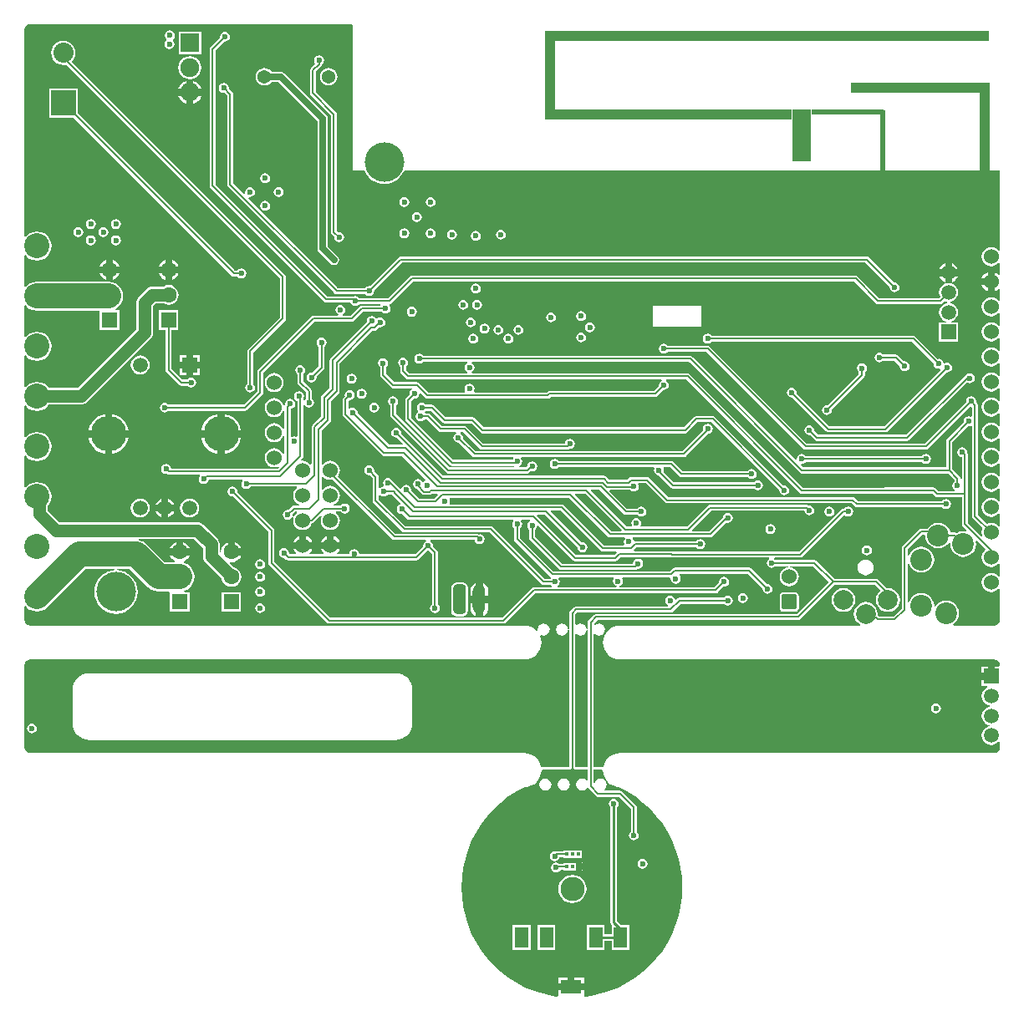
<source format=gbl>
G04 Layer_Physical_Order=4*
G04 Layer_Color=11436288*
%FSLAX25Y25*%
%MOIN*%
G70*
G01*
G75*
%ADD10C,0.02500*%
%ADD51C,0.00800*%
%ADD54C,0.01000*%
%ADD55C,0.05000*%
%ADD56C,0.10000*%
%ADD57C,0.15748*%
%ADD58C,0.06299*%
%ADD59R,0.06299X0.06299*%
%ADD60R,0.05906X0.05906*%
%ADD61C,0.05906*%
%ADD62C,0.10000*%
%ADD63C,0.06000*%
G04:AMPARAMS|DCode=64|XSize=118.11mil|YSize=50mil|CornerRadius=12.5mil|HoleSize=0mil|Usage=FLASHONLY|Rotation=270.000|XOffset=0mil|YOffset=0mil|HoleType=Round|Shape=RoundedRectangle|*
%AMROUNDEDRECTD64*
21,1,0.11811,0.02500,0,0,270.0*
21,1,0.09311,0.05000,0,0,270.0*
1,1,0.02500,-0.01250,-0.04656*
1,1,0.02500,-0.01250,0.04656*
1,1,0.02500,0.01250,0.04656*
1,1,0.02500,0.01250,-0.04656*
%
%ADD64ROUNDEDRECTD64*%
%ADD65O,0.05000X0.11811*%
%ADD66C,0.08661*%
%ADD67C,0.07874*%
G04:AMPARAMS|DCode=68|XSize=60mil|YSize=60mil|CornerRadius=6mil|HoleSize=0mil|Usage=FLASHONLY|Rotation=90.000|XOffset=0mil|YOffset=0mil|HoleType=Round|Shape=RoundedRectangle|*
%AMROUNDEDRECTD68*
21,1,0.06000,0.04800,0,0,90.0*
21,1,0.04800,0.06000,0,0,90.0*
1,1,0.01200,0.02400,0.02400*
1,1,0.01200,0.02400,-0.02400*
1,1,0.01200,-0.02400,-0.02400*
1,1,0.01200,-0.02400,0.02400*
%
%ADD68ROUNDEDRECTD68*%
%ADD69R,0.05512X0.08268*%
%ADD70R,0.08268X0.05512*%
%ADD71R,0.09843X0.09843*%
%ADD72C,0.08000*%
%ADD73C,0.05400*%
%ADD74R,0.07500X0.07500*%
%ADD75C,0.07500*%
%ADD76C,0.02362*%
%ADD77C,0.14173*%
%ADD78R,0.05906X0.05906*%
%ADD79C,0.09646*%
%ADD80R,0.01378X0.01378*%
%ADD81R,0.01181X0.01378*%
%ADD82C,0.01969*%
%ADD83R,0.51181X0.03937*%
%ADD84R,0.03937X0.35433*%
%ADD85R,1.77165X0.03937*%
%ADD86R,0.98377X0.03939*%
%ADD87R,0.07726X0.20671*%
%ADD88R,0.00984X0.00984*%
%ADD89R,0.00984X0.01969*%
G36*
X1939124Y907740D02*
Y853000D01*
X1934190D01*
Y905983D01*
X1934690Y906182D01*
X1935332Y905753D01*
X1936253Y905569D01*
X1937175Y905753D01*
X1937956Y906275D01*
X1938479Y907056D01*
X1938624Y907790D01*
X1939124Y907740D01*
D02*
G37*
G36*
X1717000Y1149555D02*
X1845146D01*
X1845500Y1149202D01*
X1845500Y1091000D01*
X1850050D01*
X1850764Y1089665D01*
X1851846Y1088346D01*
X1853165Y1087263D01*
X1854669Y1086459D01*
X1856302Y1085964D01*
X1858000Y1085797D01*
X1859698Y1085964D01*
X1861331Y1086459D01*
X1862835Y1087263D01*
X1864154Y1088346D01*
X1865236Y1089665D01*
X1865950Y1091000D01*
X2103461Y1091000D01*
Y1059324D01*
X2102961Y1059154D01*
X2102701Y1059492D01*
X2101910Y1060100D01*
X2100989Y1060481D01*
X2100000Y1060611D01*
X2099011Y1060481D01*
X2098090Y1060100D01*
X2097299Y1059492D01*
X2096692Y1058701D01*
X2096310Y1057780D01*
X2096180Y1056791D01*
X2096310Y1055803D01*
X2096692Y1054881D01*
X2097299Y1054090D01*
X2098090Y1053483D01*
X2099011Y1053101D01*
X2100000Y1052971D01*
X2100989Y1053101D01*
X2101910Y1053483D01*
X2102701Y1054090D01*
X2102961Y1054428D01*
X2103461Y1054259D01*
Y1049630D01*
X2102987Y1049469D01*
X2102853Y1049644D01*
X2102017Y1050285D01*
X2101378Y1050550D01*
Y1046791D01*
Y1043032D01*
X2102017Y1043297D01*
X2102853Y1043939D01*
X2102987Y1044114D01*
X2103461Y1043953D01*
Y1039324D01*
X2102961Y1039154D01*
X2102701Y1039493D01*
X2101910Y1040100D01*
X2100989Y1040481D01*
X2100000Y1040611D01*
X2099011Y1040481D01*
X2098090Y1040100D01*
X2097299Y1039493D01*
X2096692Y1038701D01*
X2096310Y1037780D01*
X2096180Y1036791D01*
X2096310Y1035803D01*
X2096692Y1034881D01*
X2097299Y1034090D01*
X2098090Y1033483D01*
X2099011Y1033101D01*
X2100000Y1032971D01*
X2100989Y1033101D01*
X2101910Y1033483D01*
X2102701Y1034090D01*
X2102961Y1034429D01*
X2103461Y1034259D01*
Y1029324D01*
X2102961Y1029154D01*
X2102701Y1029492D01*
X2101910Y1030100D01*
X2100989Y1030481D01*
X2100000Y1030611D01*
X2099011Y1030481D01*
X2098090Y1030100D01*
X2097299Y1029492D01*
X2096692Y1028701D01*
X2096310Y1027780D01*
X2096180Y1026791D01*
X2096310Y1025803D01*
X2096692Y1024881D01*
X2097299Y1024090D01*
X2098090Y1023483D01*
X2099011Y1023101D01*
X2100000Y1022971D01*
X2100989Y1023101D01*
X2101910Y1023483D01*
X2102701Y1024090D01*
X2102961Y1024428D01*
X2103461Y1024259D01*
Y1019324D01*
X2102961Y1019154D01*
X2102701Y1019493D01*
X2101910Y1020100D01*
X2100989Y1020481D01*
X2100000Y1020611D01*
X2099011Y1020481D01*
X2098090Y1020100D01*
X2097299Y1019493D01*
X2096692Y1018701D01*
X2096310Y1017780D01*
X2096180Y1016791D01*
X2096310Y1015803D01*
X2096692Y1014881D01*
X2097299Y1014090D01*
X2098090Y1013483D01*
X2099011Y1013101D01*
X2100000Y1012971D01*
X2100989Y1013101D01*
X2101910Y1013483D01*
X2102701Y1014090D01*
X2102961Y1014429D01*
X2103461Y1014259D01*
Y1009324D01*
X2102961Y1009154D01*
X2102701Y1009492D01*
X2101910Y1010100D01*
X2100989Y1010481D01*
X2100000Y1010611D01*
X2099011Y1010481D01*
X2098090Y1010100D01*
X2097299Y1009492D01*
X2096692Y1008701D01*
X2096310Y1007780D01*
X2096180Y1006791D01*
X2096310Y1005803D01*
X2096692Y1004881D01*
X2097299Y1004090D01*
X2098090Y1003483D01*
X2099011Y1003101D01*
X2100000Y1002971D01*
X2100989Y1003101D01*
X2101910Y1003483D01*
X2102701Y1004090D01*
X2102961Y1004428D01*
X2103461Y1004259D01*
Y999324D01*
X2102961Y999154D01*
X2102701Y999492D01*
X2101910Y1000100D01*
X2100989Y1000481D01*
X2100000Y1000611D01*
X2099011Y1000481D01*
X2098090Y1000100D01*
X2097299Y999492D01*
X2096692Y998701D01*
X2096310Y997780D01*
X2096180Y996791D01*
X2096310Y995803D01*
X2096692Y994881D01*
X2097299Y994090D01*
X2098090Y993483D01*
X2099011Y993101D01*
X2100000Y992971D01*
X2100989Y993101D01*
X2101910Y993483D01*
X2102701Y994090D01*
X2102961Y994429D01*
X2103461Y994259D01*
Y989324D01*
X2102961Y989154D01*
X2102701Y989493D01*
X2101910Y990100D01*
X2100989Y990481D01*
X2100000Y990611D01*
X2099011Y990481D01*
X2098090Y990100D01*
X2097299Y989493D01*
X2096692Y988701D01*
X2096310Y987780D01*
X2096180Y986791D01*
X2096310Y985803D01*
X2096692Y984881D01*
X2097299Y984090D01*
X2098090Y983483D01*
X2099011Y983101D01*
X2100000Y982971D01*
X2100989Y983101D01*
X2101910Y983483D01*
X2102701Y984090D01*
X2102961Y984429D01*
X2103461Y984259D01*
Y979324D01*
X2102961Y979154D01*
X2102701Y979492D01*
X2101910Y980100D01*
X2100989Y980481D01*
X2100000Y980611D01*
X2099011Y980481D01*
X2098090Y980100D01*
X2097299Y979492D01*
X2096692Y978701D01*
X2096310Y977780D01*
X2096180Y976791D01*
X2096310Y975803D01*
X2096692Y974881D01*
X2097299Y974090D01*
X2098090Y973483D01*
X2099011Y973101D01*
X2100000Y972971D01*
X2100989Y973101D01*
X2101910Y973483D01*
X2102701Y974090D01*
X2102961Y974428D01*
X2103461Y974259D01*
Y969324D01*
X2102961Y969154D01*
X2102701Y969493D01*
X2101910Y970100D01*
X2100989Y970481D01*
X2100000Y970611D01*
X2099011Y970481D01*
X2098090Y970100D01*
X2097299Y969493D01*
X2096692Y968701D01*
X2096310Y967780D01*
X2096180Y966791D01*
X2096310Y965803D01*
X2096692Y964881D01*
X2097299Y964090D01*
X2098090Y963483D01*
X2099011Y963101D01*
X2100000Y962971D01*
X2100989Y963101D01*
X2101910Y963483D01*
X2102701Y964090D01*
X2102961Y964429D01*
X2103461Y964259D01*
Y959324D01*
X2102961Y959154D01*
X2102701Y959492D01*
X2101910Y960100D01*
X2100989Y960481D01*
X2100000Y960611D01*
X2099011Y960481D01*
X2098090Y960100D01*
X2097299Y959492D01*
X2096692Y958701D01*
X2096310Y957780D01*
X2096180Y956791D01*
X2096310Y955803D01*
X2096692Y954881D01*
X2097299Y954090D01*
X2098090Y953483D01*
X2099011Y953101D01*
X2100000Y952971D01*
X2100989Y953101D01*
X2101910Y953483D01*
X2102701Y954090D01*
X2102961Y954428D01*
X2103461Y954259D01*
Y949324D01*
X2102961Y949154D01*
X2102701Y949492D01*
X2101910Y950100D01*
X2100989Y950481D01*
X2100000Y950611D01*
X2099011Y950481D01*
X2098312Y950192D01*
X2094792Y953712D01*
Y997387D01*
X2094792Y997387D01*
X2094715Y997774D01*
X2094700Y997851D01*
X2094437Y998244D01*
X2094437Y998244D01*
X2093942Y998738D01*
X2093991Y998984D01*
X2093839Y999752D01*
X2093403Y1000403D01*
X2092752Y1000838D01*
X2091984Y1000991D01*
X2091216Y1000838D01*
X2090565Y1000403D01*
X2090130Y999752D01*
X2089977Y998984D01*
X2090026Y998738D01*
X2073499Y982211D01*
X2026501D01*
X1987856Y1020856D01*
X1987463Y1021119D01*
X1987000Y1021211D01*
X1987000Y1021211D01*
X1971059D01*
X1970919Y1021419D01*
X1970268Y1021854D01*
X1969500Y1022007D01*
X1968732Y1021854D01*
X1968081Y1021419D01*
X1967646Y1020768D01*
X1967493Y1020000D01*
X1967646Y1019232D01*
X1968081Y1018581D01*
X1968732Y1018146D01*
X1969500Y1017993D01*
X1970268Y1018146D01*
X1970919Y1018581D01*
X1971059Y1018789D01*
X1986498D01*
X2025144Y980144D01*
X2025537Y979881D01*
X2026000Y979789D01*
X2026000Y979789D01*
X2074000D01*
X2074000Y979789D01*
X2074463Y979881D01*
X2074856Y980144D01*
X2091545Y996833D01*
X2092146Y996804D01*
X2092370Y996564D01*
Y992982D01*
X2091929Y992746D01*
X2091768Y992854D01*
X2091000Y993007D01*
X2090232Y992854D01*
X2089581Y992419D01*
X2089146Y991768D01*
X2088993Y991000D01*
X2089042Y990754D01*
X2082435Y984147D01*
X2082173Y983755D01*
X2082081Y983291D01*
X2082081Y983291D01*
Y972711D01*
X2025002D01*
X2024162Y973550D01*
X2024408Y974011D01*
X2024500Y973993D01*
X2025268Y974146D01*
X2025919Y974581D01*
X2026059Y974789D01*
X2072441D01*
X2072581Y974581D01*
X2073232Y974146D01*
X2074000Y973993D01*
X2074768Y974146D01*
X2075419Y974581D01*
X2075854Y975232D01*
X2076007Y976000D01*
X2075854Y976768D01*
X2075419Y977419D01*
X2074768Y977854D01*
X2074000Y978007D01*
X2073232Y977854D01*
X2072581Y977419D01*
X2072441Y977211D01*
X2026059D01*
X2025919Y977419D01*
X2025268Y977854D01*
X2024500Y978007D01*
X2023732Y977854D01*
X2023081Y977419D01*
X2022646Y976768D01*
X2022493Y976000D01*
X2022511Y975908D01*
X2022050Y975662D01*
X1980856Y1016856D01*
X1980463Y1017118D01*
X1980000Y1017211D01*
X1980000Y1017211D01*
X1873559D01*
X1873419Y1017419D01*
X1872768Y1017854D01*
X1872000Y1018007D01*
X1871232Y1017854D01*
X1870581Y1017419D01*
X1870146Y1016768D01*
X1869993Y1016000D01*
X1870146Y1015232D01*
X1870581Y1014581D01*
X1871232Y1014146D01*
X1872000Y1013993D01*
X1872768Y1014146D01*
X1873419Y1014581D01*
X1873559Y1014789D01*
X1891051D01*
X1891135Y1014289D01*
X1890581Y1013919D01*
X1890146Y1013268D01*
X1889993Y1012500D01*
X1890146Y1011732D01*
X1890581Y1011081D01*
X1891135Y1010711D01*
X1891051Y1010211D01*
X1868002D01*
X1866711Y1011502D01*
Y1012941D01*
X1866919Y1013081D01*
X1867354Y1013732D01*
X1867507Y1014500D01*
X1867354Y1015268D01*
X1866919Y1015919D01*
X1866268Y1016354D01*
X1865500Y1016507D01*
X1864732Y1016354D01*
X1864081Y1015919D01*
X1863646Y1015268D01*
X1863493Y1014500D01*
X1863646Y1013732D01*
X1864081Y1013081D01*
X1864289Y1012941D01*
Y1011000D01*
X1864289Y1011000D01*
X1864381Y1010537D01*
X1864644Y1010144D01*
X1866644Y1008144D01*
X1866644Y1008144D01*
X1867037Y1007882D01*
X1867114Y1007866D01*
X1867500Y1007789D01*
X1867500Y1007789D01*
X1968551D01*
X1968635Y1007289D01*
X1968081Y1006919D01*
X1967646Y1006268D01*
X1967493Y1005500D01*
X1967542Y1005254D01*
X1965580Y1003292D01*
X1923931D01*
X1923468Y1003200D01*
X1923075Y1002937D01*
X1923075Y1002937D01*
X1922767Y1002630D01*
X1893982D01*
X1893746Y1003071D01*
X1893854Y1003232D01*
X1894007Y1004000D01*
X1893854Y1004768D01*
X1893419Y1005419D01*
X1892768Y1005854D01*
X1892000Y1006007D01*
X1891232Y1005854D01*
X1890581Y1005419D01*
X1890146Y1004768D01*
X1889993Y1004000D01*
X1890146Y1003232D01*
X1890254Y1003071D01*
X1890018Y1002630D01*
X1875583D01*
X1871856Y1006356D01*
X1871463Y1006618D01*
X1871000Y1006711D01*
X1871000Y1006711D01*
X1862001D01*
X1858711Y1010001D01*
Y1012721D01*
X1858919Y1012860D01*
X1859354Y1013511D01*
X1859507Y1014279D01*
X1859354Y1015048D01*
X1858919Y1015699D01*
X1858268Y1016134D01*
X1857500Y1016287D01*
X1856732Y1016134D01*
X1856081Y1015699D01*
X1855646Y1015048D01*
X1855493Y1014279D01*
X1855646Y1013511D01*
X1856081Y1012860D01*
X1856289Y1012721D01*
Y1009500D01*
X1856289Y1009500D01*
X1856381Y1009037D01*
X1856644Y1008644D01*
X1860644Y1004644D01*
X1860644Y1004644D01*
X1861037Y1004381D01*
X1861500Y1004289D01*
X1869075D01*
X1869141Y1004100D01*
X1869158Y1003789D01*
X1868581Y1003403D01*
X1868146Y1002752D01*
X1867993Y1001984D01*
X1868042Y1001738D01*
X1866644Y1000340D01*
X1866381Y999948D01*
X1866289Y999484D01*
X1866289Y999484D01*
Y992000D01*
X1866289Y992000D01*
X1866381Y991537D01*
X1866644Y991144D01*
X1884144Y973644D01*
X1884144Y973644D01*
X1884537Y973382D01*
X1884614Y973366D01*
X1885000Y973289D01*
X1885000Y973289D01*
X1909641D01*
X1909711Y973211D01*
X1909487Y972711D01*
X1884002D01*
X1862711Y994001D01*
Y997441D01*
X1862919Y997581D01*
X1863354Y998232D01*
X1863507Y999000D01*
X1863354Y999768D01*
X1862919Y1000419D01*
X1862268Y1000854D01*
X1861500Y1001007D01*
X1860732Y1000854D01*
X1860081Y1000419D01*
X1859646Y999768D01*
X1859493Y999000D01*
X1859646Y998232D01*
X1860081Y997581D01*
X1860289Y997441D01*
Y993500D01*
X1860289Y993500D01*
X1860382Y993037D01*
X1860644Y992644D01*
X1882644Y970644D01*
X1882644Y970644D01*
X1883037Y970382D01*
X1883500Y970289D01*
X1883500Y970289D01*
X1915000D01*
X1915000Y970289D01*
X1915463Y970382D01*
X1915856Y970644D01*
X1916337Y971125D01*
X1917000Y970993D01*
X1917768Y971146D01*
X1918419Y971581D01*
X1918854Y972232D01*
X1919007Y973000D01*
X1918854Y973768D01*
X1918419Y974419D01*
X1917768Y974854D01*
X1917000Y975007D01*
X1916232Y974854D01*
X1915581Y974419D01*
X1915146Y973768D01*
X1915044Y973256D01*
X1914499Y972711D01*
X1911949D01*
X1911865Y973211D01*
X1912419Y973581D01*
X1912854Y974232D01*
X1913007Y975000D01*
X1912854Y975768D01*
X1912506Y976289D01*
X1912697Y976789D01*
X1977500D01*
X1977500Y976789D01*
X1977963Y976882D01*
X1978356Y977144D01*
X1987256Y986044D01*
X1987768Y986146D01*
X1988419Y986581D01*
X1988854Y987232D01*
X1989007Y988000D01*
X1988854Y988768D01*
X1988419Y989419D01*
X1987768Y989854D01*
X1987000Y990007D01*
X1986232Y989854D01*
X1985581Y989419D01*
X1985146Y988768D01*
X1984993Y988000D01*
X1985125Y987337D01*
X1976999Y979211D01*
X1894501D01*
X1889458Y984254D01*
X1889507Y984500D01*
X1889354Y985268D01*
X1888919Y985919D01*
X1888365Y986289D01*
X1888449Y986789D01*
X1889499D01*
X1896144Y980144D01*
X1896144Y980144D01*
X1896537Y979881D01*
X1897000Y979789D01*
X1931000D01*
X1931000Y979789D01*
X1931463Y979881D01*
X1931715Y980050D01*
X1932000Y979993D01*
X1932768Y980146D01*
X1933419Y980581D01*
X1933854Y981232D01*
X1934007Y982000D01*
X1933854Y982768D01*
X1933419Y983419D01*
X1932768Y983854D01*
X1932000Y984007D01*
X1931232Y983854D01*
X1930581Y983419D01*
X1930146Y982768D01*
X1930035Y982211D01*
X1897502D01*
X1890856Y988856D01*
X1890463Y989118D01*
X1890000Y989211D01*
X1890000Y989211D01*
X1881001D01*
X1876356Y993856D01*
X1875963Y994118D01*
X1875500Y994211D01*
X1875500Y994211D01*
X1874370D01*
X1874045Y994705D01*
X1874124Y994884D01*
X1874419Y995081D01*
X1874559Y995289D01*
X1876498D01*
X1881144Y990644D01*
X1881144Y990644D01*
X1881537Y990382D01*
X1881614Y990366D01*
X1882000Y990289D01*
X1882000Y990289D01*
X1892656D01*
X1896301Y986644D01*
X1896301Y986644D01*
X1896694Y986382D01*
X1897157Y986289D01*
X1978000D01*
X1978000Y986289D01*
X1978463Y986382D01*
X1978856Y986644D01*
X1983002Y990789D01*
X1988498D01*
X2015542Y963746D01*
X2015493Y963500D01*
X2015646Y962732D01*
X2016081Y962081D01*
X2016732Y961646D01*
X2017500Y961493D01*
X2018268Y961646D01*
X2018919Y962081D01*
X2019354Y962732D01*
X2019507Y963500D01*
X2019354Y964268D01*
X2018919Y964919D01*
X2018268Y965354D01*
X2017500Y965507D01*
X2017254Y965458D01*
X1989856Y992856D01*
X1989463Y993118D01*
X1989000Y993211D01*
X1989000Y993211D01*
X1982500D01*
X1982500Y993211D01*
X1982037Y993118D01*
X1981644Y992856D01*
X1977498Y988711D01*
X1897659D01*
X1894014Y992356D01*
X1893621Y992618D01*
X1893158Y992711D01*
X1893157Y992711D01*
X1882501D01*
X1877856Y997356D01*
X1877463Y997618D01*
X1877000Y997711D01*
X1877000Y997711D01*
X1874559D01*
X1874419Y997919D01*
X1873768Y998354D01*
X1873000Y998507D01*
X1872232Y998354D01*
X1871581Y997919D01*
X1871146Y997268D01*
X1870993Y996500D01*
X1871146Y995732D01*
X1871475Y995238D01*
X1871581Y995081D01*
X1871376Y994616D01*
X1871081Y994419D01*
X1870646Y993768D01*
X1870493Y993000D01*
X1870646Y992232D01*
X1871081Y991581D01*
X1871732Y991146D01*
X1872500Y990993D01*
X1873268Y991146D01*
X1873919Y991581D01*
X1874059Y991789D01*
X1874998D01*
X1879644Y987144D01*
X1879644Y987144D01*
X1880037Y986882D01*
X1880114Y986866D01*
X1880500Y986789D01*
X1880500Y986789D01*
X1886551D01*
X1886635Y986289D01*
X1886081Y985919D01*
X1885646Y985268D01*
X1885493Y984500D01*
X1885646Y983732D01*
X1886081Y983081D01*
X1886732Y982646D01*
X1887500Y982493D01*
X1887746Y982542D01*
X1893144Y977144D01*
X1893144Y977144D01*
X1893537Y976882D01*
X1894000Y976789D01*
X1894000Y976789D01*
X1909303D01*
X1909494Y976289D01*
X1909146Y975768D01*
X1909134Y975711D01*
X1885501D01*
X1868711Y992502D01*
Y998983D01*
X1869754Y1000026D01*
X1870000Y999977D01*
X1870768Y1000130D01*
X1871419Y1000565D01*
X1871854Y1001216D01*
X1872007Y1001984D01*
X1871985Y1002096D01*
X1872446Y1002342D01*
X1874225Y1000563D01*
X1874225Y1000563D01*
X1874618Y1000300D01*
X1874695Y1000285D01*
X1875081Y1000208D01*
X1875081Y1000208D01*
X1923269D01*
X1923269Y1000208D01*
X1923732Y1000300D01*
X1924125Y1000563D01*
X1924432Y1000870D01*
X1966081D01*
X1966081Y1000870D01*
X1966544Y1000963D01*
X1966937Y1001225D01*
X1969254Y1003542D01*
X1969500Y1003493D01*
X1970268Y1003646D01*
X1970919Y1004081D01*
X1971354Y1004732D01*
X1971507Y1005500D01*
X1971354Y1006268D01*
X1970919Y1006919D01*
X1970365Y1007289D01*
X1970449Y1007789D01*
X1978498D01*
X2023725Y962563D01*
X2024118Y962300D01*
X2024581Y962208D01*
X2024581Y962208D01*
X2057569D01*
X2057569Y962208D01*
X2057977Y962289D01*
X2076498D01*
X2077644Y961144D01*
X2078037Y960882D01*
X2078500Y960789D01*
X2078500Y960789D01*
X2088289D01*
Y950000D01*
X2088289Y950000D01*
X2088382Y949537D01*
X2088644Y949144D01*
X2090162Y947626D01*
X2089928Y947152D01*
X2088866Y947292D01*
X2087530Y947116D01*
X2086285Y946601D01*
X2086140Y946490D01*
X2085983Y946595D01*
X2085520Y946687D01*
X2085520Y946687D01*
X2083928D01*
X2083912Y946813D01*
X2083396Y948057D01*
X2082575Y949127D01*
X2081506Y949947D01*
X2080261Y950463D01*
X2078925Y950639D01*
X2077589Y950463D01*
X2076344Y949947D01*
X2075275Y949127D01*
X2074554Y948187D01*
X2071976D01*
X2071513Y948095D01*
X2071120Y947832D01*
X2071120Y947832D01*
X2064644Y941356D01*
X2064381Y940963D01*
X2064289Y940500D01*
X2064289Y940500D01*
Y916432D01*
X2061068Y913211D01*
X2055249D01*
X2054701Y913759D01*
X2054765Y914248D01*
X2054603Y915481D01*
X2054127Y916631D01*
X2053370Y917618D01*
X2052383Y918375D01*
X2051233Y918851D01*
X2050000Y919013D01*
X2048767Y918851D01*
X2047617Y918375D01*
X2046630Y917618D01*
X2045873Y916631D01*
X2045397Y915481D01*
X2045235Y914248D01*
X2045397Y913015D01*
X2045873Y911866D01*
X2046630Y910878D01*
X2047617Y910121D01*
X2047816Y910039D01*
X2047716Y909539D01*
X1952000D01*
X1951934Y909526D01*
X1950682Y909403D01*
X1949414Y909018D01*
X1948246Y908394D01*
X1947222Y907553D01*
X1946382Y906530D01*
X1945757Y905361D01*
X1945373Y904094D01*
X1945250Y902842D01*
X1945236Y902776D01*
X1945250Y902709D01*
X1945373Y901457D01*
X1945757Y900190D01*
X1946382Y899022D01*
X1947222Y897998D01*
X1948246Y897157D01*
X1949414Y896533D01*
X1950682Y896148D01*
X1951934Y896025D01*
X1952000Y896012D01*
X2101000D01*
X2101093Y896031D01*
X2101956Y895859D01*
X2102766Y895317D01*
X2103308Y894507D01*
X2103456Y893764D01*
X2103178Y893264D01*
X2101378D01*
Y889311D01*
X2100000D01*
Y887933D01*
X2096047D01*
Y885358D01*
X2098387D01*
X2098486Y884858D01*
X2098114Y884704D01*
X2097333Y884105D01*
X2096733Y883323D01*
X2096356Y882413D01*
X2096228Y881437D01*
X2096356Y880461D01*
X2096733Y879551D01*
X2097333Y878769D01*
X2098114Y878170D01*
X2099024Y877793D01*
X2099335Y877752D01*
Y877248D01*
X2099024Y877207D01*
X2098114Y876830D01*
X2097333Y876231D01*
X2096733Y875449D01*
X2096356Y874539D01*
X2096228Y873563D01*
X2096356Y872587D01*
X2096733Y871677D01*
X2097333Y870895D01*
X2098114Y870296D01*
X2099024Y869919D01*
X2099335Y869878D01*
Y869374D01*
X2099024Y869333D01*
X2098114Y868956D01*
X2097333Y868357D01*
X2096733Y867575D01*
X2096356Y866665D01*
X2096228Y865689D01*
X2096356Y864713D01*
X2096733Y863803D01*
X2097333Y863021D01*
X2098114Y862422D01*
X2099024Y862045D01*
X2100000Y861917D01*
X2100976Y862045D01*
X2101886Y862422D01*
X2102667Y863021D01*
X2102961Y863404D01*
X2103461Y863234D01*
Y861146D01*
X2103479Y861052D01*
X2103308Y860190D01*
X2102766Y859379D01*
X2101956Y858838D01*
X2101093Y858666D01*
X2101000Y858685D01*
X1952000D01*
X1951934Y858672D01*
X1950682Y858548D01*
X1949414Y858164D01*
X1948246Y857539D01*
X1947222Y856699D01*
X1946382Y855675D01*
X1945757Y854507D01*
X1945373Y853240D01*
X1945349Y853000D01*
X1941546D01*
Y905983D01*
X1942046Y906182D01*
X1942687Y905753D01*
X1943609Y905569D01*
X1944531Y905753D01*
X1945312Y906275D01*
X1945834Y907056D01*
X1946018Y907978D01*
X1945834Y908899D01*
X1945312Y909681D01*
X1944531Y910203D01*
X1943609Y910386D01*
X1942687Y910203D01*
X1942186Y909868D01*
X1941695Y910081D01*
X1941649Y910437D01*
X1943002Y911789D01*
X2023000D01*
X2023000Y911789D01*
X2023463Y911882D01*
X2023856Y912144D01*
X2037502Y925789D01*
X2053617D01*
X2055667Y923740D01*
X2055634Y923241D01*
X2055489Y923129D01*
X2054732Y922142D01*
X2054255Y920993D01*
X2054093Y919760D01*
X2054255Y918526D01*
X2054732Y917377D01*
X2055489Y916390D01*
X2056476Y915633D01*
X2057625Y915157D01*
X2058858Y914995D01*
X2060092Y915157D01*
X2061241Y915633D01*
X2062228Y916390D01*
X2062985Y917377D01*
X2063461Y918526D01*
X2063623Y919760D01*
X2063461Y920993D01*
X2062985Y922142D01*
X2062228Y923129D01*
X2061241Y923887D01*
X2060092Y924363D01*
X2058858Y924525D01*
X2058370Y924461D01*
X2054974Y927856D01*
X2054581Y928119D01*
X2054118Y928211D01*
X2054118Y928211D01*
X2037502D01*
X2030356Y935356D01*
X2029963Y935618D01*
X2029500Y935711D01*
X2029500Y935711D01*
X2014059D01*
X2013919Y935919D01*
X2013487Y936208D01*
X2013638Y936708D01*
X2023919D01*
X2023919Y936708D01*
X2024382Y936800D01*
X2024775Y937063D01*
X2041319Y953607D01*
X2041581Y953581D01*
X2042232Y953146D01*
X2043000Y952993D01*
X2043768Y953146D01*
X2044419Y953581D01*
X2044854Y954232D01*
X2045007Y955000D01*
X2044854Y955768D01*
X2044419Y956419D01*
X2043768Y956854D01*
X2043000Y957007D01*
X2042232Y956854D01*
X2041581Y956419D01*
X2041441Y956211D01*
X2041000D01*
X2040537Y956118D01*
X2040144Y955856D01*
X2040144Y955856D01*
X2023417Y939130D01*
X1973257D01*
X1972850Y939211D01*
X1972850Y939211D01*
X1957780D01*
X1957573Y939711D01*
X1958652Y940789D01*
X1982441D01*
X1982581Y940581D01*
X1983232Y940146D01*
X1984000Y939993D01*
X1984768Y940146D01*
X1985419Y940581D01*
X1985854Y941232D01*
X1986007Y942000D01*
X1985854Y942768D01*
X1985419Y943419D01*
X1984768Y943854D01*
X1984000Y944007D01*
X1983232Y943854D01*
X1982581Y943419D01*
X1982441Y943211D01*
X1958150D01*
X1957982Y943177D01*
X1957442Y943471D01*
X1957402Y943529D01*
X1957354Y943768D01*
X1957006Y944289D01*
X1957197Y944789D01*
X1988000D01*
X1988000Y944789D01*
X1988463Y944882D01*
X1988856Y945144D01*
X1994337Y950625D01*
X1995000Y950493D01*
X1995768Y950646D01*
X1996419Y951081D01*
X1996854Y951732D01*
X1997007Y952500D01*
X1996854Y953268D01*
X1996419Y953919D01*
X1995768Y954354D01*
X1995000Y954507D01*
X1994232Y954354D01*
X1993581Y953919D01*
X1993146Y953268D01*
X1993044Y952756D01*
X1987498Y947211D01*
X1980914D01*
X1980722Y947673D01*
X1988420Y955370D01*
X2025519D01*
X2025646Y954732D01*
X2026081Y954081D01*
X2026732Y953646D01*
X2027500Y953493D01*
X2028268Y953646D01*
X2028919Y954081D01*
X2029354Y954732D01*
X2029507Y955500D01*
X2029354Y956268D01*
X2028919Y956919D01*
X2028268Y957354D01*
X2027500Y957507D01*
X2027246Y957456D01*
X2026882Y957700D01*
X2026419Y957792D01*
X2026419Y957792D01*
X1987919D01*
X1987919Y957792D01*
X1987456Y957700D01*
X1987063Y957437D01*
X1978755Y949130D01*
X1960482D01*
X1960246Y949570D01*
X1960354Y949732D01*
X1960507Y950500D01*
X1960354Y951268D01*
X1959919Y951919D01*
X1959268Y952354D01*
X1958500Y952507D01*
X1957732Y952354D01*
X1957081Y951919D01*
X1956646Y951268D01*
X1956493Y950500D01*
X1956646Y949732D01*
X1956754Y949570D01*
X1956518Y949130D01*
X1954583D01*
X1940381Y963331D01*
X1940572Y963793D01*
X1943855D01*
X1953504Y954144D01*
X1953504Y954144D01*
X1953897Y953881D01*
X1954360Y953789D01*
X1958941D01*
X1959081Y953581D01*
X1959732Y953146D01*
X1960500Y952993D01*
X1961268Y953146D01*
X1961919Y953581D01*
X1962354Y954232D01*
X1962507Y955000D01*
X1962354Y955768D01*
X1961919Y956419D01*
X1961268Y956854D01*
X1960500Y957007D01*
X1959732Y956854D01*
X1959081Y956419D01*
X1958941Y956211D01*
X1954861D01*
X1947832Y963240D01*
X1948023Y963702D01*
X1956000D01*
X1956081Y963581D01*
X1956732Y963146D01*
X1957500Y962993D01*
X1958268Y963146D01*
X1958919Y963581D01*
X1959354Y964232D01*
X1959507Y965000D01*
X1959354Y965768D01*
X1959246Y965930D01*
X1959482Y966370D01*
X1962417D01*
X1970063Y958725D01*
X1970063Y958725D01*
X1970456Y958463D01*
X1970919Y958370D01*
X1970919Y958370D01*
X2044417D01*
X2045644Y957144D01*
X2045644Y957144D01*
X2046037Y956882D01*
X2046500Y956789D01*
X2080441D01*
X2080581Y956581D01*
X2081232Y956146D01*
X2082000Y955993D01*
X2082768Y956146D01*
X2083419Y956581D01*
X2083854Y957232D01*
X2084007Y958000D01*
X2083854Y958768D01*
X2083419Y959419D01*
X2082768Y959854D01*
X2082000Y960007D01*
X2081232Y959854D01*
X2080581Y959419D01*
X2080441Y959211D01*
X2047001D01*
X2045775Y960437D01*
X2045382Y960700D01*
X2044919Y960792D01*
X2044919Y960792D01*
X1971420D01*
X1963775Y968437D01*
X1963382Y968700D01*
X1962919Y968792D01*
X1962919Y968792D01*
X1956431D01*
X1955968Y968700D01*
X1955575Y968437D01*
X1955575Y968437D01*
X1954967Y967829D01*
X1947733D01*
X1946527Y969035D01*
X1946134Y969297D01*
X1945671Y969389D01*
X1945671Y969389D01*
X1881586D01*
X1864722Y986254D01*
X1864771Y986500D01*
X1864618Y987268D01*
X1864183Y987919D01*
X1863532Y988354D01*
X1862764Y988507D01*
X1861996Y988354D01*
X1861345Y987919D01*
X1860909Y987268D01*
X1860757Y986500D01*
X1860909Y985732D01*
X1861345Y985081D01*
X1861996Y984646D01*
X1862764Y984493D01*
X1863010Y984542D01*
X1865379Y982173D01*
X1865188Y981711D01*
X1860002D01*
X1847458Y994254D01*
X1847507Y994500D01*
X1847354Y995268D01*
X1846919Y995919D01*
X1846268Y996354D01*
X1845500Y996507D01*
X1844732Y996354D01*
X1844211Y996006D01*
X1843711Y996197D01*
Y999182D01*
X1844097Y999523D01*
X1844250Y999493D01*
X1845018Y999646D01*
X1845669Y1000081D01*
X1846104Y1000732D01*
X1846257Y1001500D01*
X1846104Y1002268D01*
X1845669Y1002919D01*
X1845018Y1003354D01*
X1844250Y1003507D01*
X1843482Y1003354D01*
X1842831Y1002919D01*
X1842396Y1002268D01*
X1842243Y1001500D01*
X1842292Y1001254D01*
X1841644Y1000606D01*
X1841381Y1000213D01*
X1841289Y999750D01*
X1841289Y999750D01*
Y993850D01*
X1841289Y993850D01*
X1841381Y993386D01*
X1841644Y992994D01*
X1856994Y977644D01*
X1856994Y977644D01*
X1857387Y977382D01*
X1857463Y977366D01*
X1857850Y977289D01*
X1857850Y977289D01*
X1865149D01*
X1874567Y967871D01*
X1874422Y967392D01*
X1874232Y967354D01*
X1873738Y967025D01*
X1873581Y966919D01*
X1873116Y967124D01*
X1872919Y967419D01*
X1872268Y967854D01*
X1871500Y968007D01*
X1870732Y967854D01*
X1870081Y967419D01*
X1869646Y966768D01*
X1869493Y966000D01*
X1869646Y965232D01*
X1870081Y964581D01*
X1870732Y964146D01*
X1871057Y964081D01*
X1873075Y962063D01*
X1873075Y962063D01*
X1873468Y961800D01*
X1873931Y961708D01*
X1876069D01*
X1876069Y961708D01*
X1876532Y961800D01*
X1876925Y962063D01*
X1877068Y962206D01*
X1879194D01*
X1879386Y961744D01*
X1877852Y960211D01*
X1872001D01*
X1868708Y963504D01*
X1868757Y963750D01*
X1868604Y964518D01*
X1868169Y965169D01*
X1867518Y965604D01*
X1866750Y965757D01*
X1865982Y965604D01*
X1865331Y965169D01*
X1864896Y964518D01*
X1864865Y964365D01*
X1864387Y964220D01*
X1861358Y967249D01*
X1861354Y967268D01*
X1860919Y967919D01*
X1860268Y968354D01*
X1859500Y968507D01*
X1858732Y968354D01*
X1858081Y967919D01*
X1857646Y967268D01*
X1857493Y966500D01*
X1857646Y965732D01*
X1857808Y965489D01*
X1857799Y965414D01*
X1857555Y964968D01*
X1856982Y964854D01*
X1856331Y964419D01*
X1856292Y964361D01*
X1855792Y964513D01*
Y968919D01*
X1855792Y968919D01*
X1855715Y969305D01*
X1855700Y969382D01*
X1855437Y969775D01*
X1855437Y969775D01*
X1853958Y971254D01*
X1854007Y971500D01*
X1853854Y972268D01*
X1853419Y972919D01*
X1852768Y973354D01*
X1852000Y973507D01*
X1851232Y973354D01*
X1850581Y972919D01*
X1850146Y972268D01*
X1849993Y971500D01*
X1850146Y970732D01*
X1850581Y970081D01*
X1851232Y969646D01*
X1852000Y969493D01*
X1852246Y969542D01*
X1853370Y968417D01*
Y959419D01*
X1853370Y959419D01*
X1853463Y958956D01*
X1853725Y958563D01*
X1865144Y947144D01*
X1865144Y947144D01*
X1865537Y946881D01*
X1866000Y946789D01*
X1899998D01*
X1920644Y926144D01*
X1920644Y926144D01*
X1921037Y925881D01*
X1921500Y925789D01*
X1924441D01*
X1924581Y925581D01*
X1924883Y925379D01*
X1924731Y924879D01*
X1917669D01*
X1917669Y924879D01*
X1917282Y924802D01*
X1917205Y924787D01*
X1916812Y924525D01*
X1916812Y924524D01*
X1905022Y912734D01*
X1897069D01*
X1897069Y912734D01*
X1894805D01*
X1894805Y912734D01*
X1836478D01*
X1814211Y935001D01*
Y947500D01*
X1814211Y947500D01*
X1814119Y947963D01*
X1813856Y948356D01*
X1799458Y962754D01*
X1799507Y963000D01*
X1799354Y963768D01*
X1798919Y964419D01*
X1798268Y964854D01*
X1797500Y965007D01*
X1796732Y964854D01*
X1796081Y964419D01*
X1795646Y963768D01*
X1795493Y963000D01*
X1795646Y962232D01*
X1796081Y961581D01*
X1796732Y961146D01*
X1797500Y960993D01*
X1797746Y961042D01*
X1811789Y946999D01*
Y934500D01*
X1811789Y934500D01*
X1811881Y934037D01*
X1812144Y933644D01*
X1835121Y910667D01*
X1835514Y910405D01*
X1835977Y910312D01*
X1835977Y910312D01*
X1905523D01*
X1905523Y910312D01*
X1905986Y910405D01*
X1906379Y910667D01*
X1918170Y922458D01*
X1990168D01*
X1990169Y922458D01*
X1990632Y922550D01*
X1991025Y922812D01*
X1993254Y925042D01*
X1993500Y924993D01*
X1994268Y925146D01*
X1994919Y925581D01*
X1995354Y926232D01*
X1995507Y927000D01*
X1995354Y927768D01*
X1994919Y928419D01*
X1994268Y928854D01*
X1993500Y929007D01*
X1992732Y928854D01*
X1992081Y928419D01*
X1991646Y927768D01*
X1991493Y927000D01*
X1991542Y926754D01*
X1989667Y924879D01*
X1951877D01*
X1951828Y925379D01*
X1952000Y925413D01*
X1952651Y925848D01*
X1953087Y926500D01*
X1953239Y927268D01*
X1953087Y928036D01*
X1952917Y928289D01*
X1953184Y928789D01*
X1971838D01*
X1972248Y928289D01*
X1972241Y928252D01*
X1972394Y927484D01*
X1972829Y926833D01*
X1973480Y926398D01*
X1974248Y926245D01*
X1975016Y926398D01*
X1975667Y926833D01*
X1976102Y927484D01*
X1976255Y928252D01*
X1976102Y929020D01*
X1975667Y929671D01*
X1975490Y929789D01*
X1975642Y930289D01*
X2002999D01*
X2008875Y924413D01*
X2008826Y924167D01*
X2008978Y923399D01*
X2009414Y922748D01*
X2010065Y922313D01*
X2010833Y922160D01*
X2011601Y922313D01*
X2012252Y922748D01*
X2012687Y923399D01*
X2012840Y924167D01*
X2012687Y924935D01*
X2012252Y925587D01*
X2011601Y926022D01*
X2010833Y926174D01*
X2010587Y926126D01*
X2004356Y932356D01*
X2003963Y932619D01*
X2003500Y932711D01*
X2003500Y932711D01*
X1973846D01*
X1973846Y932711D01*
X1973383Y932619D01*
X1972990Y932356D01*
X1971844Y931211D01*
X1925501D01*
X1912211Y944501D01*
Y948441D01*
X1912419Y948581D01*
X1912854Y949232D01*
X1913007Y950000D01*
X1912854Y950768D01*
X1912506Y951289D01*
X1912697Y951789D01*
X1916051D01*
X1916135Y951289D01*
X1915581Y950919D01*
X1915146Y950268D01*
X1914993Y949500D01*
X1915146Y948732D01*
X1915581Y948081D01*
X1915789Y947941D01*
Y944500D01*
X1915789Y944500D01*
X1915882Y944037D01*
X1916144Y943644D01*
X1927644Y932144D01*
X1927644Y932144D01*
X1928037Y931882D01*
X1928114Y931866D01*
X1928500Y931789D01*
X1928500Y931789D01*
X1957941D01*
X1957941Y931789D01*
X1958404Y931882D01*
X1958797Y932144D01*
X1958974Y932321D01*
X1959221Y932273D01*
X1959989Y932425D01*
X1960640Y932860D01*
X1961075Y933511D01*
X1961227Y934280D01*
X1961075Y935048D01*
X1960640Y935699D01*
X1959989Y936134D01*
X1959221Y936287D01*
X1958452Y936134D01*
X1957801Y935699D01*
X1957366Y935048D01*
X1957213Y934280D01*
X1957157Y934211D01*
X1929001D01*
X1918211Y945002D01*
Y947941D01*
X1918419Y948081D01*
X1918854Y948732D01*
X1918936Y949144D01*
X1919479Y949309D01*
X1933144Y935644D01*
X1933144Y935644D01*
X1933537Y935382D01*
X1934000Y935289D01*
X1950200D01*
X1950200Y935289D01*
X1950663Y935382D01*
X1951056Y935644D01*
X1952201Y936789D01*
X1972523D01*
X1972931Y936708D01*
X2011362D01*
X2011513Y936208D01*
X2011081Y935919D01*
X2010646Y935268D01*
X2010493Y934500D01*
X2010646Y933732D01*
X2011081Y933081D01*
X2011732Y932646D01*
X2012500Y932493D01*
X2013268Y932646D01*
X2013919Y933081D01*
X2014059Y933289D01*
X2018849D01*
X2019250Y933049D01*
X2019266Y932791D01*
X2019266Y932791D01*
X2019267Y932789D01*
Y932789D01*
X2019266Y932789D01*
X2019247Y932787D01*
X2019246D01*
X2018511Y932690D01*
X2017590Y932308D01*
X2016799Y931701D01*
X2016192Y930910D01*
X2015810Y929989D01*
X2015680Y929000D01*
X2015810Y928011D01*
X2016192Y927090D01*
X2016799Y926299D01*
X2017590Y925692D01*
X2018511Y925310D01*
X2019500Y925180D01*
X2020489Y925310D01*
X2021410Y925692D01*
X2022201Y926299D01*
X2022808Y927090D01*
X2023190Y928011D01*
X2023320Y929000D01*
X2023190Y929989D01*
X2022808Y930910D01*
X2022201Y931701D01*
X2021410Y932308D01*
X2020489Y932690D01*
X2019753Y932787D01*
D01*
X2019734Y932789D01*
X2019733Y932789D01*
Y932789D01*
X2019734Y932791D01*
X2019734Y932791D01*
X2019750Y933038D01*
X2019751Y933049D01*
X2020151Y933289D01*
X2028999D01*
X2035038Y927250D01*
Y926750D01*
X2022499Y914211D01*
X1942500D01*
X1942500Y914211D01*
X1942114Y914134D01*
X1942037Y914118D01*
X1941644Y913856D01*
X1941644Y913856D01*
X1939479Y911691D01*
X1939217Y911298D01*
X1939124Y910835D01*
X1939124Y910835D01*
Y908216D01*
X1938624Y908166D01*
X1938479Y908899D01*
X1937956Y909681D01*
X1937175Y910203D01*
X1936253Y910386D01*
X1935332Y910203D01*
X1934711Y909788D01*
X1934221Y909999D01*
X1934211Y910009D01*
Y913999D01*
X1935002Y914789D01*
X1972150D01*
X1972150Y914789D01*
X1972614Y914882D01*
X1973006Y915144D01*
X1976152Y918289D01*
X1993441D01*
X1993581Y918081D01*
X1994232Y917646D01*
X1995000Y917493D01*
X1995768Y917646D01*
X1996419Y918081D01*
X1996854Y918732D01*
X1997007Y919500D01*
X1996854Y920268D01*
X1996419Y920919D01*
X1995768Y921354D01*
X1995000Y921507D01*
X1994232Y921354D01*
X1993581Y920919D01*
X1993441Y920711D01*
X1975650D01*
X1975650Y920711D01*
X1975264Y920634D01*
X1975187Y920619D01*
X1974794Y920356D01*
X1974794Y920356D01*
X1974371Y919933D01*
X1973892Y920078D01*
X1973854Y920268D01*
X1973419Y920919D01*
X1972768Y921354D01*
X1972000Y921507D01*
X1971232Y921354D01*
X1970581Y920919D01*
X1970146Y920268D01*
X1969993Y919500D01*
X1970146Y918732D01*
X1970581Y918081D01*
X1971135Y917711D01*
X1971051Y917211D01*
X1934500D01*
X1934500Y917211D01*
X1934037Y917118D01*
X1933644Y916856D01*
X1932144Y915356D01*
X1931882Y914963D01*
X1931789Y914500D01*
X1931789Y914500D01*
Y909458D01*
X1931769Y909355D01*
X1931769Y909354D01*
Y908216D01*
X1931298Y908169D01*
X1931281Y908167D01*
X1931270Y908166D01*
X1931269Y908166D01*
X1931258Y908220D01*
X1931249Y908266D01*
X1931156Y908732D01*
X1931123Y908899D01*
X1930601Y909681D01*
X1929819Y910203D01*
X1928898Y910386D01*
X1927976Y910203D01*
X1927195Y909681D01*
X1926673Y908899D01*
X1926489Y907978D01*
X1926673Y907056D01*
X1927195Y906275D01*
X1927976Y905753D01*
X1928898Y905569D01*
X1929819Y905753D01*
X1930601Y906275D01*
X1931123Y907056D01*
X1931156Y907223D01*
X1931249Y907689D01*
X1931258Y907737D01*
X1931269Y907789D01*
X1931270Y907789D01*
X1931281Y907788D01*
X1931298Y907786D01*
X1931769Y907740D01*
Y853000D01*
X1920533D01*
X1920509Y853240D01*
X1920124Y854507D01*
X1919500Y855675D01*
X1918660Y856699D01*
X1917636Y857539D01*
X1916468Y858164D01*
X1915200Y858548D01*
X1913948Y858672D01*
X1913882Y858685D01*
X1717000D01*
X1716907Y858666D01*
X1716044Y858838D01*
X1715234Y859379D01*
X1714692Y860190D01*
X1714521Y861052D01*
X1714539Y861146D01*
Y893551D01*
X1714521Y893645D01*
X1714692Y894507D01*
X1715234Y895317D01*
X1716044Y895859D01*
X1716907Y896031D01*
X1717000Y896012D01*
X1913882D01*
X1913948Y896025D01*
X1915200Y896148D01*
X1916468Y896533D01*
X1917636Y897157D01*
X1918660Y897998D01*
X1919500Y899022D01*
X1920124Y900190D01*
X1920509Y901457D01*
X1920632Y902709D01*
X1920646Y902776D01*
X1920632Y902842D01*
X1920509Y904094D01*
X1920124Y905361D01*
X1920024Y905550D01*
X1920406Y905896D01*
X1920620Y905753D01*
X1921542Y905569D01*
X1922464Y905753D01*
X1923245Y906275D01*
X1923767Y907056D01*
X1923951Y907978D01*
X1923767Y908899D01*
X1923245Y909681D01*
X1922464Y910203D01*
X1921542Y910386D01*
X1920620Y910203D01*
X1919839Y909681D01*
X1919317Y908899D01*
X1919134Y907978D01*
X1919190Y907696D01*
X1918724Y907476D01*
X1918660Y907553D01*
X1917636Y908394D01*
X1916468Y909018D01*
X1915200Y909403D01*
X1913948Y909526D01*
X1913882Y909539D01*
X1717000D01*
X1716907Y909521D01*
X1716044Y909692D01*
X1715234Y910234D01*
X1714692Y911044D01*
X1714521Y911907D01*
X1714539Y912000D01*
Y917181D01*
X1715013Y917341D01*
X1715372Y916872D01*
X1716581Y915945D01*
X1716994Y915774D01*
X1717989Y915362D01*
X1719500Y915163D01*
X1721011Y915362D01*
X1722006Y915774D01*
X1722419Y915945D01*
X1723628Y916872D01*
X1738918Y932163D01*
X1750563D01*
X1750587Y931663D01*
X1749302Y931536D01*
X1747669Y931041D01*
X1746165Y930237D01*
X1744846Y929154D01*
X1743764Y927835D01*
X1742959Y926331D01*
X1742464Y924698D01*
X1742297Y923000D01*
X1742464Y921302D01*
X1742959Y919669D01*
X1743764Y918165D01*
X1744846Y916846D01*
X1746165Y915763D01*
X1747669Y914959D01*
X1749302Y914464D01*
X1751000Y914297D01*
X1752698Y914464D01*
X1754331Y914959D01*
X1755835Y915763D01*
X1757154Y916846D01*
X1758237Y918165D01*
X1759041Y919669D01*
X1759536Y921302D01*
X1759703Y923000D01*
X1759536Y924698D01*
X1759041Y926331D01*
X1758237Y927835D01*
X1757154Y929154D01*
X1755835Y930237D01*
X1754331Y931041D01*
X1752698Y931536D01*
X1751413Y931663D01*
X1751437Y932163D01*
X1756582D01*
X1763872Y924872D01*
X1765081Y923945D01*
X1765494Y923774D01*
X1766489Y923362D01*
X1768000Y923163D01*
X1772157D01*
X1772563Y922937D01*
X1772563Y922663D01*
Y915063D01*
X1780437D01*
Y922937D01*
X1778292D01*
X1778193Y923437D01*
X1779419Y923945D01*
X1780628Y924872D01*
X1781555Y926081D01*
X1782138Y927489D01*
X1782337Y929000D01*
X1782138Y930511D01*
X1781555Y931919D01*
X1780628Y933128D01*
X1779419Y934055D01*
X1778065Y934616D01*
X1778016Y934793D01*
X1778026Y935141D01*
X1778593Y935375D01*
X1779460Y936040D01*
X1780125Y936907D01*
X1780421Y937622D01*
X1772579D01*
X1772875Y936907D01*
X1773540Y936040D01*
X1774407Y935375D01*
X1774499Y935337D01*
X1774400Y934837D01*
X1770418D01*
X1763128Y942128D01*
X1761919Y943055D01*
X1761506Y943226D01*
X1760511Y943638D01*
X1760163Y943684D01*
X1760196Y944184D01*
X1782127D01*
X1785684Y940627D01*
Y937000D01*
X1785797Y936142D01*
X1785991Y935673D01*
X1786128Y935342D01*
X1786655Y934655D01*
X1793138Y928173D01*
X1793164Y927972D01*
X1793561Y927015D01*
X1794192Y926192D01*
X1795015Y925561D01*
X1795972Y925164D01*
X1797000Y925029D01*
X1798028Y925164D01*
X1798985Y925561D01*
X1799808Y926192D01*
X1800439Y927015D01*
X1800836Y927972D01*
X1800971Y929000D01*
X1800836Y930028D01*
X1800439Y930986D01*
X1799808Y931808D01*
X1798985Y932439D01*
X1798028Y932836D01*
X1797827Y932862D01*
X1796285Y934404D01*
X1796518Y934878D01*
X1797000Y934815D01*
X1798083Y934957D01*
X1799093Y935375D01*
X1799960Y936040D01*
X1800625Y936907D01*
X1800921Y937622D01*
X1797000D01*
Y939000D01*
X1795622D01*
Y942921D01*
X1794907Y942625D01*
X1794040Y941959D01*
X1793375Y941093D01*
X1792957Y940083D01*
X1792824Y939071D01*
X1792621Y938912D01*
X1792339Y938784D01*
X1792316Y938799D01*
Y942000D01*
X1792203Y942858D01*
X1791871Y943658D01*
X1791345Y944345D01*
X1785845Y949845D01*
X1785158Y950371D01*
X1784827Y950509D01*
X1784358Y950703D01*
X1783500Y950816D01*
X1728373D01*
X1723816Y955373D01*
Y957118D01*
X1724555Y958081D01*
X1725138Y959489D01*
X1725337Y961000D01*
X1725138Y962511D01*
X1724555Y963919D01*
X1723628Y965128D01*
X1722419Y966055D01*
X1721011Y966638D01*
X1719500Y966837D01*
X1717989Y966638D01*
X1716581Y966055D01*
X1715372Y965128D01*
X1715013Y964659D01*
X1714539Y964820D01*
Y977180D01*
X1715013Y977341D01*
X1715372Y976872D01*
X1716581Y975945D01*
X1717989Y975362D01*
X1719500Y975163D01*
X1721011Y975362D01*
X1722419Y975945D01*
X1723628Y976872D01*
X1724555Y978081D01*
X1725138Y979489D01*
X1725337Y981000D01*
X1725138Y982511D01*
X1724555Y983919D01*
X1723628Y985128D01*
X1722419Y986055D01*
X1721011Y986638D01*
X1719500Y986837D01*
X1717989Y986638D01*
X1716581Y986055D01*
X1715372Y985128D01*
X1715013Y984659D01*
X1714539Y984820D01*
Y997180D01*
X1715013Y997341D01*
X1715372Y996872D01*
X1716581Y995945D01*
X1717989Y995362D01*
X1719500Y995163D01*
X1721011Y995362D01*
X1722419Y995945D01*
X1723628Y996872D01*
X1724251Y997684D01*
X1737000D01*
X1737858Y997797D01*
X1738327Y997991D01*
X1738658Y998129D01*
X1739345Y998655D01*
X1764845Y1024155D01*
X1765372Y1024842D01*
X1765703Y1025642D01*
X1765816Y1026500D01*
Y1037127D01*
X1766873Y1038184D01*
X1769854D01*
X1770015Y1038061D01*
X1770972Y1037664D01*
X1772000Y1037529D01*
X1773028Y1037664D01*
X1773985Y1038061D01*
X1774808Y1038692D01*
X1775439Y1039515D01*
X1775836Y1040472D01*
X1775971Y1041500D01*
X1775836Y1042528D01*
X1775439Y1043486D01*
X1774808Y1044308D01*
X1773985Y1044939D01*
X1773028Y1045336D01*
X1772000Y1045471D01*
X1770972Y1045336D01*
X1770015Y1044939D01*
X1769854Y1044816D01*
X1765500D01*
X1764642Y1044703D01*
X1764173Y1044509D01*
X1763842Y1044372D01*
X1763155Y1043845D01*
X1760155Y1040845D01*
X1759628Y1040158D01*
X1759491Y1039827D01*
X1759297Y1039358D01*
X1759184Y1038500D01*
Y1027873D01*
X1735627Y1004316D01*
X1724251D01*
X1723628Y1005128D01*
X1722419Y1006055D01*
X1721011Y1006638D01*
X1719500Y1006837D01*
X1717989Y1006638D01*
X1716581Y1006055D01*
X1715372Y1005128D01*
X1715013Y1004659D01*
X1714539Y1004819D01*
Y1017181D01*
X1715013Y1017341D01*
X1715372Y1016872D01*
X1716581Y1015945D01*
X1717989Y1015362D01*
X1719500Y1015163D01*
X1721011Y1015362D01*
X1722419Y1015945D01*
X1723628Y1016872D01*
X1724555Y1018081D01*
X1725138Y1019489D01*
X1725337Y1021000D01*
X1725138Y1022511D01*
X1724555Y1023919D01*
X1723628Y1025128D01*
X1722419Y1026055D01*
X1721011Y1026638D01*
X1719500Y1026837D01*
X1717989Y1026638D01*
X1716581Y1026055D01*
X1715372Y1025128D01*
X1715013Y1024659D01*
X1714539Y1024819D01*
Y1037181D01*
X1715013Y1037341D01*
X1715372Y1036872D01*
X1716581Y1035945D01*
X1717989Y1035362D01*
X1719500Y1035163D01*
X1744563D01*
Y1027563D01*
X1752437D01*
Y1035437D01*
X1750974D01*
X1750877Y1035927D01*
X1750919Y1035945D01*
X1752128Y1036872D01*
X1753055Y1038081D01*
X1753638Y1039489D01*
X1753837Y1041000D01*
X1753638Y1042511D01*
X1753055Y1043919D01*
X1752128Y1045128D01*
X1750919Y1046055D01*
X1749511Y1046638D01*
X1748000Y1046837D01*
X1719500D01*
X1717989Y1046638D01*
X1716581Y1046055D01*
X1715372Y1045128D01*
X1715013Y1044659D01*
X1714539Y1044820D01*
Y1057181D01*
X1715013Y1057341D01*
X1715372Y1056872D01*
X1716581Y1055945D01*
X1717989Y1055362D01*
X1719500Y1055163D01*
X1721011Y1055362D01*
X1722419Y1055945D01*
X1723628Y1056872D01*
X1724555Y1058081D01*
X1725138Y1059489D01*
X1725337Y1061000D01*
X1725138Y1062511D01*
X1724555Y1063919D01*
X1723628Y1065128D01*
X1722419Y1066055D01*
X1721011Y1066638D01*
X1719500Y1066837D01*
X1717989Y1066638D01*
X1716581Y1066055D01*
X1715372Y1065128D01*
X1715013Y1064659D01*
X1714539Y1064820D01*
Y1147095D01*
X1714521Y1147188D01*
X1714692Y1148050D01*
X1715234Y1148861D01*
X1716044Y1149402D01*
X1716907Y1149574D01*
X1717000Y1149555D01*
D02*
G37*
G36*
X2092370Y989018D02*
Y953210D01*
X2092370Y953210D01*
X2092463Y952747D01*
X2092725Y952354D01*
X2096600Y948479D01*
X2096310Y947780D01*
X2096180Y946791D01*
X2096310Y945803D01*
X2096430Y945513D01*
X2096006Y945230D01*
X2092220Y949016D01*
X2092149Y949063D01*
X2090711Y950502D01*
Y977724D01*
X2090619Y978188D01*
X2090450Y978439D01*
X2090507Y978724D01*
X2090354Y979492D01*
X2089919Y980144D01*
X2089268Y980579D01*
X2088500Y980731D01*
X2087732Y980579D01*
X2087081Y980144D01*
X2086646Y979492D01*
X2086493Y978724D01*
X2086646Y977956D01*
X2087081Y977305D01*
X2087732Y976870D01*
X2088289Y976759D01*
Y968216D01*
X2087791Y968211D01*
X2087699Y968674D01*
X2087437Y969067D01*
X2087437Y969067D01*
X2084502Y972001D01*
Y982790D01*
X2090754Y989042D01*
X2091000Y988993D01*
X2091768Y989146D01*
X2091929Y989254D01*
X2092370Y989018D01*
D02*
G37*
G36*
X2023644Y970644D02*
X2023644Y970644D01*
X2024037Y970382D01*
X2024500Y970289D01*
X2082790D01*
X2085370Y967709D01*
Y966931D01*
X2085162Y966791D01*
X2084727Y966140D01*
X2084574Y965372D01*
X2084727Y964604D01*
X2085162Y963953D01*
X2085524Y963711D01*
X2085373Y963211D01*
X2079001D01*
X2077856Y964356D01*
X2077463Y964618D01*
X2077000Y964711D01*
X2077000Y964711D01*
X2057650D01*
X2057243Y964630D01*
X2025083D01*
X1979856Y1009856D01*
X1979463Y1010118D01*
X1979000Y1010211D01*
X1979000Y1010211D01*
X1892949D01*
X1892865Y1010711D01*
X1893419Y1011081D01*
X1893854Y1011732D01*
X1894007Y1012500D01*
X1893854Y1013268D01*
X1893419Y1013919D01*
X1892865Y1014289D01*
X1892949Y1014789D01*
X1979498D01*
X2023644Y970644D01*
D02*
G37*
G36*
X1861634Y961304D02*
X1861725Y961167D01*
X1864167Y958725D01*
X1864167Y958725D01*
X1864304Y958634D01*
X1864568Y958371D01*
X1864422Y957892D01*
X1864232Y957854D01*
X1863581Y957419D01*
X1863146Y956768D01*
X1862993Y956000D01*
X1863146Y955232D01*
X1863581Y954581D01*
X1864232Y954146D01*
X1865000Y953993D01*
X1865246Y954042D01*
X1867144Y952144D01*
X1867537Y951882D01*
X1868000Y951789D01*
X1868000Y951789D01*
X1909303D01*
X1909494Y951289D01*
X1909146Y950768D01*
X1908993Y950000D01*
X1909146Y949232D01*
X1909581Y948581D01*
X1909789Y948441D01*
Y944000D01*
X1909789Y944000D01*
X1909882Y943537D01*
X1910144Y943144D01*
X1924144Y929144D01*
X1924455Y928936D01*
X1924517Y928679D01*
X1924362Y928421D01*
X1924113Y928211D01*
X1922001D01*
X1901356Y948856D01*
X1900963Y949119D01*
X1900500Y949211D01*
X1900500Y949211D01*
X1866501D01*
X1855792Y959920D01*
Y961487D01*
X1856292Y961639D01*
X1856331Y961581D01*
X1856982Y961146D01*
X1857750Y960993D01*
X1858518Y961146D01*
X1859169Y961581D01*
X1859309Y961789D01*
X1861149D01*
X1861634Y961304D01*
D02*
G37*
G36*
X1949547Y928289D02*
X1949378Y928036D01*
X1949225Y927268D01*
X1949378Y926500D01*
X1949813Y925848D01*
X1950464Y925413D01*
X1950636Y925379D01*
X1950587Y924879D01*
X1927269D01*
X1927118Y925379D01*
X1927419Y925581D01*
X1927854Y926232D01*
X1928007Y927000D01*
X1927854Y927768D01*
X1927506Y928289D01*
X1927671Y928721D01*
X1927728Y928789D01*
X1949280D01*
X1949547Y928289D01*
D02*
G37*
G36*
X1944225Y939563D02*
X1944225Y939563D01*
X1944618Y939300D01*
X1945081Y939208D01*
X1950489D01*
X1950696Y938708D01*
X1949698Y937711D01*
X1934501D01*
X1918843Y953369D01*
X1919050Y953869D01*
X1922079D01*
X1935082Y940866D01*
X1935073Y940822D01*
X1935226Y940054D01*
X1935661Y939403D01*
X1936312Y938968D01*
X1937080Y938815D01*
X1937848Y938968D01*
X1938499Y939403D01*
X1938934Y940054D01*
X1939087Y940822D01*
X1938934Y941590D01*
X1938499Y942241D01*
X1937848Y942676D01*
X1937080Y942829D01*
X1936632Y942740D01*
X1924378Y954994D01*
X1924569Y955456D01*
X1928332D01*
X1944225Y939563D01*
D02*
G37*
G36*
X1952615Y947673D02*
X1952424Y947211D01*
X1948502D01*
X1933968Y961744D01*
X1934160Y962206D01*
X1938082D01*
X1952615Y947673D01*
D02*
G37*
G36*
X1933622Y852432D02*
X1933883Y852258D01*
X1934190Y852197D01*
X1939124D01*
Y847950D01*
X1938841Y847864D01*
X1938624Y847820D01*
X1937865Y848328D01*
X1936944Y848511D01*
X1936022Y848328D01*
X1935241Y847805D01*
X1934719Y847024D01*
X1934535Y846102D01*
X1934719Y845181D01*
X1935241Y844399D01*
X1936022Y843877D01*
X1936944Y843694D01*
X1937865Y843877D01*
X1938647Y844399D01*
X1938823Y844663D01*
X1939424D01*
X1939479Y844580D01*
X1942415Y841644D01*
X1942415Y841644D01*
X1942808Y841381D01*
X1943272Y841289D01*
X1951498D01*
X1956289Y836499D01*
Y827397D01*
X1956081Y827258D01*
X1955646Y826607D01*
X1955493Y825839D01*
X1955646Y825070D01*
X1956081Y824419D01*
X1956732Y823984D01*
X1957500Y823831D01*
X1958268Y823984D01*
X1958919Y824419D01*
X1959354Y825070D01*
X1959507Y825839D01*
X1959354Y826607D01*
X1958919Y827258D01*
X1958711Y827397D01*
Y837000D01*
X1958619Y837463D01*
X1958356Y837856D01*
X1958356Y837856D01*
X1952856Y843356D01*
X1952463Y843618D01*
X1952000Y843711D01*
X1952000Y843711D01*
X1945872D01*
X1945720Y844211D01*
X1946002Y844399D01*
X1946524Y845181D01*
X1946708Y846102D01*
X1946524Y847024D01*
X1946002Y847805D01*
X1945221Y848328D01*
X1944299Y848511D01*
X1943378Y848328D01*
X1942596Y847805D01*
X1942074Y847024D01*
X1942046Y846881D01*
X1941546Y846930D01*
Y852197D01*
X1944834D01*
X1945236Y851921D01*
X1945250Y851855D01*
X1945373Y850603D01*
X1945757Y849335D01*
X1946382Y848167D01*
X1947222Y847143D01*
X1948246Y846303D01*
X1949414Y845679D01*
X1950682Y845294D01*
X1951256Y845238D01*
X1951471Y845149D01*
X1954880Y843374D01*
X1958121Y841309D01*
X1961170Y838970D01*
X1964004Y836373D01*
X1966600Y833539D01*
X1968940Y830490D01*
X1971005Y827249D01*
X1972779Y823840D01*
X1974250Y820289D01*
X1975406Y816624D01*
X1976238Y812872D01*
X1976739Y809061D01*
X1976907Y805221D01*
X1976739Y801382D01*
X1976238Y797572D01*
X1975406Y793819D01*
X1974250Y790154D01*
X1972779Y786603D01*
X1971005Y783194D01*
X1968940Y779953D01*
X1966600Y776903D01*
X1964004Y774070D01*
X1961170Y771474D01*
X1958121Y769134D01*
X1954880Y767069D01*
X1951471Y765294D01*
X1947920Y763823D01*
X1944254Y762668D01*
X1940502Y761836D01*
X1938051Y761513D01*
X1937634Y761963D01*
Y764090D01*
X1927366D01*
Y762055D01*
X1926908Y761611D01*
X1925202Y761836D01*
X1921450Y762668D01*
X1917784Y763823D01*
X1914234Y765294D01*
X1910825Y767069D01*
X1907583Y769134D01*
X1904534Y771474D01*
X1901701Y774070D01*
X1899104Y776903D01*
X1896764Y779953D01*
X1894699Y783194D01*
X1892925Y786603D01*
X1891454Y790154D01*
X1890298Y793819D01*
X1889466Y797572D01*
X1888965Y801382D01*
X1888797Y805221D01*
X1888965Y809061D01*
X1889466Y812872D01*
X1890298Y816624D01*
X1891454Y820289D01*
X1892925Y823840D01*
X1894699Y827249D01*
X1896764Y830490D01*
X1899104Y833539D01*
X1901701Y836373D01*
X1904534Y838970D01*
X1907583Y841309D01*
X1910825Y843374D01*
X1914234Y845149D01*
X1914392Y845215D01*
X1915200Y845294D01*
X1916468Y845679D01*
X1917636Y846303D01*
X1918660Y847143D01*
X1919500Y848167D01*
X1920124Y849335D01*
X1920509Y850603D01*
X1920632Y851855D01*
X1920646Y851921D01*
X1921048Y852197D01*
X1931769D01*
X1932076Y852258D01*
X1932336Y852432D01*
X1932382Y852500D01*
X1933577D01*
X1933622Y852432D01*
D02*
G37*
G36*
X2073763Y945476D02*
X2073939Y944140D01*
X2074454Y942895D01*
X2075275Y941826D01*
X2076344Y941006D01*
X2077589Y940490D01*
X2078925Y940314D01*
X2080261Y940490D01*
X2081506Y941006D01*
X2082575Y941826D01*
X2083281Y942745D01*
X2083759Y942547D01*
X2083704Y942130D01*
X2083880Y940794D01*
X2084395Y939549D01*
X2085216Y938480D01*
X2086285Y937659D01*
X2087530Y937144D01*
X2088866Y936968D01*
X2090202Y937144D01*
X2091447Y937659D01*
X2092516Y938480D01*
X2093337Y939549D01*
X2093852Y940794D01*
X2094028Y942130D01*
X2093885Y943219D01*
X2094359Y943453D01*
X2097608Y940204D01*
X2097575Y939705D01*
X2097299Y939493D01*
X2096692Y938701D01*
X2096310Y937780D01*
X2096180Y936791D01*
X2096310Y935803D01*
X2096692Y934881D01*
X2097299Y934090D01*
X2098090Y933483D01*
X2099011Y933101D01*
X2100000Y932971D01*
X2100989Y933101D01*
X2101910Y933483D01*
X2102701Y934090D01*
X2102961Y934429D01*
X2103461Y934259D01*
Y929324D01*
X2102961Y929154D01*
X2102701Y929492D01*
X2101910Y930100D01*
X2100989Y930481D01*
X2100000Y930611D01*
X2099011Y930481D01*
X2098090Y930100D01*
X2097299Y929492D01*
X2096692Y928701D01*
X2096310Y927780D01*
X2096180Y926791D01*
X2096310Y925803D01*
X2096692Y924881D01*
X2097299Y924090D01*
X2098090Y923483D01*
X2099011Y923101D01*
X2100000Y922971D01*
X2100989Y923101D01*
X2101910Y923483D01*
X2102701Y924090D01*
X2102961Y924428D01*
X2103461Y924259D01*
Y912000D01*
X2103479Y911907D01*
X2103308Y911044D01*
X2102766Y910234D01*
X2101956Y909692D01*
X2101093Y909521D01*
X2101000Y909539D01*
X2085003D01*
X2084833Y910039D01*
X2085725Y910724D01*
X2086546Y911793D01*
X2087061Y913038D01*
X2087237Y914374D01*
X2087061Y915710D01*
X2086546Y916955D01*
X2085725Y918024D01*
X2084656Y918845D01*
X2083411Y919360D01*
X2082075Y919536D01*
X2080739Y919360D01*
X2079494Y918845D01*
X2078424Y918024D01*
X2077782Y917187D01*
X2077402Y917296D01*
X2077291Y917368D01*
X2077120Y918663D01*
X2076604Y919908D01*
X2075784Y920977D01*
X2074715Y921797D01*
X2073470Y922313D01*
X2072134Y922489D01*
X2070798Y922313D01*
X2069553Y921797D01*
X2068484Y920977D01*
X2067663Y919908D01*
X2067211Y918815D01*
X2066711Y918915D01*
Y934243D01*
X2067211Y934342D01*
X2067663Y933250D01*
X2068484Y932180D01*
X2069553Y931360D01*
X2070798Y930844D01*
X2072134Y930668D01*
X2073470Y930844D01*
X2074715Y931360D01*
X2075784Y932180D01*
X2076604Y933250D01*
X2077120Y934495D01*
X2077296Y935831D01*
X2077120Y937167D01*
X2076604Y938412D01*
X2075784Y939481D01*
X2074715Y940301D01*
X2073470Y940817D01*
X2072134Y940993D01*
X2070798Y940817D01*
X2069553Y940301D01*
X2068484Y939481D01*
X2067663Y938412D01*
X2067211Y937319D01*
X2066711Y937419D01*
Y939999D01*
X2072478Y945766D01*
X2073509D01*
X2073763Y945476D01*
D02*
G37*
G36*
X1947144Y945144D02*
X1947537Y944882D01*
X1948000Y944789D01*
X1948000Y944789D01*
X1953803D01*
X1953994Y944289D01*
X1953646Y943768D01*
X1953493Y943000D01*
X1953646Y942232D01*
X1953754Y942070D01*
X1953518Y941630D01*
X1945583D01*
X1929689Y957523D01*
X1929296Y957785D01*
X1928833Y957878D01*
X1928833Y957878D01*
X1884234D01*
X1883998Y958319D01*
X1884106Y958480D01*
X1884259Y959248D01*
X1884106Y960016D01*
X1883998Y960178D01*
X1884234Y960618D01*
X1931669D01*
X1947144Y945144D01*
D02*
G37*
%LPC*%
G36*
X1760658Y960245D02*
X1759681Y960116D01*
X1758771Y959739D01*
X1757990Y959140D01*
X1757391Y958359D01*
X1757014Y957449D01*
X1756885Y956472D01*
X1757014Y955496D01*
X1757391Y954586D01*
X1757990Y953805D01*
X1758771Y953205D01*
X1759681Y952829D01*
X1760658Y952700D01*
X1761634Y952829D01*
X1762544Y953205D01*
X1763325Y953805D01*
X1763924Y954586D01*
X1764301Y955496D01*
X1764430Y956472D01*
X1764301Y957449D01*
X1763924Y958359D01*
X1763325Y959140D01*
X1762544Y959739D01*
X1761634Y960116D01*
X1760658Y960245D01*
D02*
G37*
G36*
X1774208Y955095D02*
X1771878D01*
Y952765D01*
X1772493Y953020D01*
X1773319Y953653D01*
X1773953Y954479D01*
X1774208Y955095D01*
D02*
G37*
G36*
X1769122D02*
X1766792D01*
X1767047Y954479D01*
X1767681Y953653D01*
X1768507Y953020D01*
X1769122Y952765D01*
Y955095D01*
D02*
G37*
G36*
X1780342Y960245D02*
X1779366Y960116D01*
X1778456Y959739D01*
X1777675Y959140D01*
X1777076Y958359D01*
X1776699Y957449D01*
X1776570Y956472D01*
X1776699Y955496D01*
X1777076Y954586D01*
X1777675Y953805D01*
X1778456Y953205D01*
X1779366Y952829D01*
X1780342Y952700D01*
X1781319Y952829D01*
X1782229Y953205D01*
X1783010Y953805D01*
X1783610Y954586D01*
X1783986Y955496D01*
X1784115Y956472D01*
X1783986Y957449D01*
X1783610Y958359D01*
X1783010Y959140D01*
X1782229Y959739D01*
X1781319Y960116D01*
X1780342Y960245D01*
D02*
G37*
G36*
X1824122Y945259D02*
X1823483Y944994D01*
X1822647Y944353D01*
X1822006Y943517D01*
X1821741Y942878D01*
X1824122D01*
Y945259D01*
D02*
G37*
G36*
X1798378Y942921D02*
Y940378D01*
X1800921D01*
X1800625Y941093D01*
X1799960Y941959D01*
X1799093Y942625D01*
X1798378Y942921D01*
D02*
G37*
G36*
X1777878D02*
Y940378D01*
X1780421D01*
X1780125Y941093D01*
X1779460Y941959D01*
X1778593Y942625D01*
X1777878Y942921D01*
D02*
G37*
G36*
X1826878Y945259D02*
Y942878D01*
X1829259D01*
X1828994Y943517D01*
X1828353Y944353D01*
X1827517Y944994D01*
X1826878Y945259D01*
D02*
G37*
G36*
X2012000Y950007D02*
X2011232Y949854D01*
X2010581Y949419D01*
X2010146Y948768D01*
X2009993Y948000D01*
X2010146Y947232D01*
X2010581Y946581D01*
X2011232Y946146D01*
X2012000Y945993D01*
X2012768Y946146D01*
X2013419Y946581D01*
X2013854Y947232D01*
X2014007Y948000D01*
X2013854Y948768D01*
X2013419Y949419D01*
X2012768Y949854D01*
X2012000Y950007D01*
D02*
G37*
G36*
X1837878Y945259D02*
Y942878D01*
X1840259D01*
X1839994Y943517D01*
X1839353Y944353D01*
X1838517Y944994D01*
X1837878Y945259D01*
D02*
G37*
G36*
X1835122D02*
X1834483Y944994D01*
X1833647Y944353D01*
X1833006Y943517D01*
X1832741Y942878D01*
X1835122D01*
Y945259D01*
D02*
G37*
G36*
X1794319Y993990D02*
Y987378D01*
X1800931D01*
X1800911Y987585D01*
X1800448Y989110D01*
X1799697Y990514D01*
X1798687Y991746D01*
X1797455Y992756D01*
X1796050Y993507D01*
X1794526Y993970D01*
X1794319Y993990D01*
D02*
G37*
G36*
X1854000Y998507D02*
X1853232Y998354D01*
X1852581Y997919D01*
X1852146Y997268D01*
X1851993Y996500D01*
X1852146Y995732D01*
X1852581Y995081D01*
X1853232Y994646D01*
X1854000Y994493D01*
X1854768Y994646D01*
X1855419Y995081D01*
X1855854Y995732D01*
X1856007Y996500D01*
X1855854Y997268D01*
X1855419Y997919D01*
X1854768Y998354D01*
X1854000Y998507D01*
D02*
G37*
G36*
X1749437Y993990D02*
Y987378D01*
X1756049D01*
X1756029Y987585D01*
X1755566Y989110D01*
X1754815Y990514D01*
X1753805Y991746D01*
X1752574Y992756D01*
X1751169Y993507D01*
X1749644Y993970D01*
X1749437Y993990D01*
D02*
G37*
G36*
X1791563D02*
X1791356Y993970D01*
X1789831Y993507D01*
X1788427Y992756D01*
X1787195Y991746D01*
X1786185Y990514D01*
X1785434Y989110D01*
X1784971Y987585D01*
X1784951Y987378D01*
X1791563D01*
Y993990D01*
D02*
G37*
G36*
X1730000Y1142829D02*
X1728750Y1142664D01*
X1727586Y1142182D01*
X1726586Y1141414D01*
X1725818Y1140414D01*
X1725336Y1139250D01*
X1725171Y1138000D01*
X1725336Y1136750D01*
X1725818Y1135586D01*
X1726586Y1134586D01*
X1727586Y1133818D01*
X1728750Y1133336D01*
X1730000Y1133171D01*
X1731150Y1133323D01*
X1816289Y1048184D01*
Y1032502D01*
X1803644Y1019856D01*
X1803382Y1019463D01*
X1803289Y1019000D01*
X1803289Y1019000D01*
Y1006059D01*
X1803081Y1005919D01*
X1802646Y1005268D01*
X1802493Y1004500D01*
X1802646Y1003732D01*
X1803081Y1003081D01*
X1803732Y1002646D01*
X1804500Y1002493D01*
X1805268Y1002646D01*
X1805919Y1003081D01*
X1806354Y1003732D01*
X1806507Y1004500D01*
X1806354Y1005268D01*
X1805919Y1005919D01*
X1805711Y1006059D01*
Y1018499D01*
X1818356Y1031144D01*
X1818356Y1031144D01*
X1818619Y1031537D01*
X1818634Y1031614D01*
X1818711Y1032000D01*
X1818711Y1032000D01*
Y1048685D01*
X1818711Y1048685D01*
X1818634Y1049072D01*
X1818619Y1049148D01*
X1818356Y1049541D01*
X1818356Y1049541D01*
X1733408Y1134489D01*
X1733414Y1134586D01*
X1734182Y1135586D01*
X1734664Y1136750D01*
X1734829Y1138000D01*
X1734664Y1139250D01*
X1734182Y1140414D01*
X1733414Y1141414D01*
X1732414Y1142182D01*
X1731250Y1142664D01*
X1730000Y1142829D01*
D02*
G37*
G36*
X1814102Y1010387D02*
X1813114Y1010257D01*
X1812192Y1009875D01*
X1811401Y1009268D01*
X1810794Y1008477D01*
X1810412Y1007556D01*
X1810282Y1006567D01*
X1810412Y1005578D01*
X1810794Y1004657D01*
X1811401Y1003866D01*
X1812192Y1003259D01*
X1813114Y1002877D01*
X1814102Y1002747D01*
X1815091Y1002877D01*
X1816012Y1003259D01*
X1816804Y1003866D01*
X1817411Y1004657D01*
X1817792Y1005578D01*
X1817922Y1006567D01*
X1817792Y1007556D01*
X1817411Y1008477D01*
X1816804Y1009268D01*
X1816012Y1009875D01*
X1815091Y1010257D01*
X1814102Y1010387D01*
D02*
G37*
G36*
X2048472Y1014231D02*
X2047704Y1014079D01*
X2047053Y1013644D01*
X2046618Y1012992D01*
X2046465Y1012224D01*
X2046618Y1011456D01*
X2047053Y1010805D01*
X2047262Y1010666D01*
Y1009974D01*
X2034746Y997458D01*
X2034500Y997507D01*
X2033732Y997354D01*
X2033081Y996919D01*
X2032646Y996268D01*
X2032493Y995500D01*
X2032646Y994732D01*
X2033081Y994081D01*
X2033732Y993646D01*
X2034500Y993493D01*
X2035268Y993646D01*
X2035919Y994081D01*
X2036354Y994732D01*
X2036507Y995500D01*
X2036458Y995746D01*
X2049328Y1008616D01*
X2049328Y1008616D01*
X2049591Y1009009D01*
X2049683Y1009472D01*
Y1010666D01*
X2049892Y1010805D01*
X2050327Y1011456D01*
X2050480Y1012224D01*
X2050327Y1012992D01*
X2049892Y1013644D01*
X2049240Y1014079D01*
X2048472Y1014231D01*
D02*
G37*
G36*
X1849000Y1004007D02*
X1848232Y1003854D01*
X1847581Y1003419D01*
X1847146Y1002768D01*
X1846993Y1002000D01*
X1847146Y1001232D01*
X1847581Y1000581D01*
X1848232Y1000146D01*
X1849000Y999993D01*
X1849768Y1000146D01*
X1850419Y1000581D01*
X1850854Y1001232D01*
X1851007Y1002000D01*
X1850854Y1002768D01*
X1850419Y1003419D01*
X1849768Y1003854D01*
X1849000Y1004007D01*
D02*
G37*
G36*
X1746681Y993990D02*
X1746474Y993970D01*
X1744950Y993507D01*
X1743545Y992756D01*
X1742313Y991746D01*
X1741303Y990514D01*
X1740552Y989110D01*
X1740089Y987585D01*
X1740069Y987378D01*
X1746681D01*
Y993990D01*
D02*
G37*
G36*
X1771878Y960180D02*
Y957850D01*
X1774208D01*
X1773953Y958466D01*
X1773319Y959292D01*
X1772493Y959925D01*
X1771878Y960180D01*
D02*
G37*
G36*
X1926000Y976007D02*
X1925232Y975854D01*
X1924581Y975419D01*
X1924146Y974768D01*
X1923993Y974000D01*
X1924146Y973232D01*
X1924581Y972581D01*
X1925232Y972146D01*
X1926000Y971993D01*
X1926768Y972146D01*
X1927419Y972581D01*
X1927559Y972789D01*
X1965464D01*
X1965699Y972348D01*
X1965646Y972268D01*
X1965493Y971500D01*
X1965646Y970732D01*
X1966081Y970081D01*
X1966732Y969646D01*
X1967244Y969544D01*
X1972144Y964644D01*
X1972144Y964644D01*
X1972537Y964382D01*
X1973000Y964289D01*
X2005441D01*
X2005581Y964081D01*
X2006232Y963646D01*
X2007000Y963493D01*
X2007768Y963646D01*
X2008419Y964081D01*
X2008854Y964732D01*
X2009007Y965500D01*
X2008854Y966268D01*
X2008419Y966919D01*
X2007768Y967354D01*
X2007000Y967507D01*
X2006232Y967354D01*
X2005581Y966919D01*
X2005441Y966711D01*
X1973502D01*
X1969375Y970837D01*
X1969507Y971500D01*
X1969354Y972268D01*
X1969301Y972348D01*
X1969536Y972789D01*
X1971998D01*
X1975644Y969144D01*
X1975644Y969144D01*
X1976037Y968882D01*
X1976500Y968789D01*
X2002941D01*
X2003081Y968581D01*
X2003732Y968146D01*
X2004500Y967993D01*
X2005268Y968146D01*
X2005919Y968581D01*
X2006354Y969232D01*
X2006507Y970000D01*
X2006354Y970768D01*
X2005919Y971419D01*
X2005268Y971854D01*
X2004500Y972007D01*
X2003732Y971854D01*
X2003081Y971419D01*
X2002941Y971211D01*
X1977002D01*
X1973356Y974856D01*
X1972963Y975119D01*
X1972500Y975211D01*
X1972500Y975211D01*
X1968977D01*
X1968569Y975292D01*
X1968569Y975292D01*
X1966431D01*
X1966023Y975211D01*
X1927559D01*
X1927419Y975419D01*
X1926768Y975854D01*
X1926000Y976007D01*
D02*
G37*
G36*
X2035500Y957007D02*
X2034732Y956854D01*
X2034081Y956419D01*
X2033646Y955768D01*
X2033493Y955000D01*
X2033646Y954232D01*
X2034081Y953581D01*
X2034732Y953146D01*
X2035500Y952993D01*
X2036268Y953146D01*
X2036919Y953581D01*
X2037354Y954232D01*
X2037507Y955000D01*
X2037354Y955768D01*
X2036919Y956419D01*
X2036268Y956854D01*
X2035500Y957007D01*
D02*
G37*
G36*
X1769122Y960180D02*
X1768507Y959925D01*
X1767681Y959292D01*
X1767047Y958466D01*
X1766792Y957850D01*
X1769122D01*
Y960180D01*
D02*
G37*
G36*
X1791563Y984622D02*
X1784951D01*
X1784971Y984415D01*
X1785434Y982890D01*
X1786185Y981486D01*
X1787195Y980254D01*
X1788427Y979244D01*
X1789831Y978493D01*
X1791356Y978030D01*
X1791563Y978010D01*
Y984622D01*
D02*
G37*
G36*
X1800931D02*
X1794319D01*
Y978010D01*
X1794526Y978030D01*
X1796050Y978493D01*
X1797455Y979244D01*
X1798687Y980254D01*
X1799697Y981486D01*
X1800448Y982890D01*
X1800911Y984415D01*
X1800931Y984622D01*
D02*
G37*
G36*
X1746681D02*
X1740069D01*
X1740089Y984415D01*
X1740552Y982890D01*
X1741303Y981486D01*
X1742313Y980254D01*
X1743545Y979244D01*
X1744950Y978493D01*
X1746474Y978030D01*
X1746681Y978010D01*
Y984622D01*
D02*
G37*
G36*
X1756049D02*
X1749437D01*
Y978010D01*
X1749644Y978030D01*
X1751169Y978493D01*
X1752574Y979244D01*
X1753805Y980254D01*
X1754815Y981486D01*
X1755566Y982890D01*
X1756029Y984415D01*
X1756049Y984622D01*
D02*
G37*
G36*
X1936787Y819787D02*
X1929307D01*
Y819522D01*
X1926811D01*
X1926811Y819522D01*
X1926425Y819445D01*
X1926369Y819434D01*
X1926000Y819507D01*
X1925232Y819354D01*
X1924581Y818919D01*
X1924146Y818268D01*
X1923993Y817500D01*
X1924146Y816732D01*
X1924581Y816081D01*
X1925232Y815646D01*
X1926000Y815493D01*
X1926768Y815646D01*
X1927419Y816081D01*
X1927854Y816732D01*
X1927928Y817100D01*
X1929307D01*
Y816835D01*
X1936787D01*
Y819787D01*
D02*
G37*
G36*
X1922232Y848511D02*
X1921311Y848328D01*
X1920529Y847805D01*
X1920007Y847024D01*
X1919824Y846102D01*
X1920007Y845181D01*
X1920529Y844399D01*
X1921311Y843877D01*
X1922232Y843694D01*
X1923154Y843877D01*
X1923935Y844399D01*
X1924458Y845181D01*
X1924641Y846102D01*
X1924458Y847024D01*
X1923935Y847805D01*
X1923154Y848328D01*
X1922232Y848511D01*
D02*
G37*
G36*
X1933933Y815079D02*
X1933622D01*
Y814866D01*
X1929307D01*
Y814600D01*
X1927648D01*
X1927268Y814854D01*
X1926500Y815007D01*
X1925732Y814854D01*
X1925081Y814419D01*
X1924646Y813768D01*
X1924493Y813000D01*
X1924646Y812232D01*
X1925081Y811581D01*
X1925732Y811146D01*
X1926500Y810993D01*
X1927268Y811146D01*
X1927919Y811581D01*
X1928319Y812179D01*
X1929307D01*
Y811913D01*
X1933622D01*
Y811701D01*
X1933933D01*
Y811913D01*
X1934425D01*
Y813390D01*
Y814866D01*
X1933933D01*
Y815079D01*
D02*
G37*
G36*
X1937000D02*
X1936689D01*
Y814768D01*
X1937000D01*
Y815079D01*
D02*
G37*
G36*
X1717500Y870507D02*
X1716732Y870354D01*
X1716081Y869919D01*
X1715646Y869268D01*
X1715493Y868500D01*
X1715646Y867732D01*
X1716081Y867081D01*
X1716732Y866646D01*
X1717500Y866493D01*
X1718268Y866646D01*
X1718919Y867081D01*
X1719354Y867732D01*
X1719507Y868500D01*
X1719354Y869268D01*
X1718919Y869919D01*
X1718268Y870354D01*
X1717500Y870507D01*
D02*
G37*
G36*
X2078000Y878507D02*
X2077232Y878354D01*
X2076581Y877919D01*
X2076146Y877268D01*
X2075993Y876500D01*
X2076146Y875732D01*
X2076581Y875081D01*
X2077232Y874646D01*
X2078000Y874493D01*
X2078768Y874646D01*
X2079419Y875081D01*
X2079854Y875732D01*
X2080007Y876500D01*
X2079854Y877268D01*
X2079419Y877919D01*
X2078768Y878354D01*
X2078000Y878507D01*
D02*
G37*
G36*
X1929588Y848511D02*
X1928666Y848328D01*
X1927885Y847805D01*
X1927363Y847024D01*
X1927180Y846102D01*
X1927363Y845181D01*
X1927885Y844399D01*
X1928666Y843877D01*
X1929588Y843694D01*
X1930510Y843877D01*
X1931291Y844399D01*
X1931813Y845181D01*
X1931997Y846102D01*
X1931813Y847024D01*
X1931291Y847805D01*
X1930510Y848328D01*
X1929588Y848511D01*
D02*
G37*
G36*
X1862500Y890641D02*
X1740500D01*
X1740434Y890628D01*
X1739182Y890505D01*
X1737914Y890121D01*
X1736746Y889496D01*
X1735722Y888656D01*
X1734882Y887632D01*
X1734257Y886464D01*
X1733873Y885196D01*
X1733750Y883944D01*
X1733736Y883878D01*
Y870724D01*
X1733750Y870658D01*
X1733873Y869406D01*
X1734257Y868139D01*
X1734882Y866970D01*
X1735722Y865946D01*
X1736746Y865106D01*
X1737914Y864482D01*
X1739182Y864097D01*
X1740434Y863974D01*
X1740500Y863961D01*
X1862500D01*
X1862566Y863974D01*
X1863818Y864097D01*
X1865086Y864482D01*
X1866254Y865106D01*
X1867278Y865946D01*
X1868118Y866970D01*
X1868743Y868139D01*
X1869127Y869406D01*
X1869250Y870658D01*
X1869264Y870724D01*
Y883878D01*
X1869250Y883944D01*
X1869127Y885196D01*
X1868743Y886464D01*
X1868118Y887632D01*
X1867278Y888656D01*
X1866254Y889496D01*
X1865086Y890121D01*
X1863818Y890505D01*
X1862566Y890628D01*
X1862500Y890641D01*
D02*
G37*
G36*
X1916358Y790075D02*
X1909272D01*
Y780232D01*
X1916358D01*
Y790075D01*
D02*
G37*
G36*
X1926201D02*
X1919114D01*
Y780232D01*
X1926201D01*
Y790075D01*
D02*
G37*
G36*
X1931122Y769224D02*
X1927366D01*
Y766847D01*
X1931122D01*
Y769224D01*
D02*
G37*
G36*
X1937634D02*
X1933878D01*
Y766847D01*
X1937634D01*
Y769224D01*
D02*
G37*
G36*
X1937000Y812012D02*
X1936689D01*
Y811701D01*
X1937000D01*
Y812012D01*
D02*
G37*
G36*
X1961000Y816507D02*
X1960232Y816354D01*
X1959581Y815919D01*
X1959146Y815268D01*
X1958993Y814500D01*
X1959146Y813732D01*
X1959581Y813081D01*
X1960232Y812646D01*
X1961000Y812493D01*
X1961768Y812646D01*
X1962419Y813081D01*
X1962854Y813732D01*
X1963007Y814500D01*
X1962854Y815268D01*
X1962419Y815919D01*
X1961768Y816354D01*
X1961000Y816507D01*
D02*
G37*
G36*
X1949500Y840507D02*
X1948732Y840354D01*
X1948081Y839919D01*
X1947646Y839268D01*
X1947493Y838500D01*
X1947646Y837732D01*
X1948081Y837081D01*
X1948187Y837010D01*
Y791000D01*
X1948287Y790498D01*
X1948572Y790072D01*
X1948642Y790002D01*
Y786466D01*
X1945886D01*
Y790075D01*
X1938799D01*
Y780232D01*
X1945886D01*
Y783841D01*
X1948642D01*
Y780232D01*
X1955728D01*
Y790075D01*
X1952282D01*
X1950813Y791544D01*
Y837010D01*
X1950919Y837081D01*
X1951354Y837732D01*
X1951507Y838500D01*
X1951354Y839268D01*
X1950919Y839919D01*
X1950268Y840354D01*
X1949500Y840507D01*
D02*
G37*
G36*
X1933000Y810159D02*
X1931535Y809966D01*
X1930171Y809400D01*
X1928999Y808501D01*
X1928099Y807329D01*
X1927534Y805965D01*
X1927341Y804500D01*
X1927534Y803035D01*
X1928099Y801671D01*
X1928999Y800499D01*
X1930171Y799600D01*
X1931535Y799034D01*
X1933000Y798841D01*
X1934465Y799034D01*
X1935829Y799600D01*
X1937001Y800499D01*
X1937901Y801671D01*
X1938466Y803035D01*
X1938659Y804500D01*
X1938466Y805965D01*
X1937901Y807329D01*
X1937001Y808501D01*
X1935829Y809400D01*
X1934465Y809966D01*
X1933000Y810159D01*
D02*
G37*
G36*
X2098622Y893264D02*
X2096047D01*
Y890689D01*
X2098622D01*
Y893264D01*
D02*
G37*
G36*
X1897315Y926623D02*
Y921378D01*
X1899467D01*
Y923405D01*
X1899347Y924319D01*
X1898994Y925171D01*
X1898433Y925902D01*
X1897702Y926463D01*
X1897315Y926623D01*
D02*
G37*
G36*
X1808500Y931007D02*
X1807732Y930854D01*
X1807081Y930419D01*
X1806646Y929768D01*
X1806493Y929000D01*
X1806646Y928232D01*
X1807081Y927581D01*
X1807732Y927146D01*
X1808500Y926993D01*
X1809268Y927146D01*
X1809919Y927581D01*
X1810354Y928232D01*
X1810507Y929000D01*
X1810354Y929768D01*
X1809919Y930419D01*
X1809268Y930854D01*
X1808500Y931007D01*
D02*
G37*
G36*
Y925007D02*
X1807732Y924854D01*
X1807081Y924419D01*
X1806646Y923768D01*
X1806493Y923000D01*
X1806646Y922232D01*
X1807081Y921581D01*
X1807732Y921146D01*
X1808500Y920993D01*
X1809268Y921146D01*
X1809919Y921581D01*
X1810354Y922232D01*
X1810507Y923000D01*
X1810354Y923768D01*
X1809919Y924419D01*
X1809268Y924854D01*
X1808500Y925007D01*
D02*
G37*
G36*
X1894559Y926623D02*
X1894172Y926463D01*
X1893441Y925902D01*
X1892880Y925171D01*
X1892527Y924319D01*
X1892407Y923405D01*
Y921378D01*
X1894559D01*
Y926623D01*
D02*
G37*
G36*
X2050437Y941570D02*
X2049669Y941417D01*
X2049018Y940982D01*
X2048583Y940331D01*
X2048430Y939563D01*
X2048583Y938795D01*
X2049018Y938144D01*
X2049669Y937709D01*
X2050437Y937556D01*
X2051205Y937709D01*
X2051856Y938144D01*
X2052291Y938795D01*
X2052444Y939563D01*
X2052291Y940331D01*
X2051856Y940982D01*
X2051205Y941417D01*
X2050437Y941570D01*
D02*
G37*
G36*
X1775122Y942921D02*
X1774407Y942625D01*
X1773540Y941959D01*
X1772875Y941093D01*
X1772579Y940378D01*
X1775122D01*
Y942921D01*
D02*
G37*
G36*
X2050000Y935929D02*
X2049178Y935820D01*
X2048412Y935503D01*
X2047754Y934998D01*
X2047249Y934340D01*
X2046931Y933574D01*
X2046823Y932752D01*
X2046931Y931930D01*
X2047249Y931164D01*
X2047754Y930506D01*
X2048412Y930001D01*
X2049178Y929683D01*
X2050000Y929575D01*
X2050822Y929683D01*
X2051588Y930001D01*
X2052246Y930506D01*
X2052751Y931164D01*
X2053069Y931930D01*
X2053177Y932752D01*
X2053069Y933574D01*
X2052751Y934340D01*
X2052246Y934998D01*
X2051588Y935503D01*
X2050822Y935820D01*
X2050000Y935929D01*
D02*
G37*
G36*
X1808500Y936007D02*
X1807732Y935854D01*
X1807081Y935419D01*
X1806646Y934768D01*
X1806493Y934000D01*
X1806646Y933232D01*
X1807081Y932581D01*
X1807732Y932146D01*
X1808500Y931993D01*
X1809268Y932146D01*
X1809919Y932581D01*
X1810354Y933232D01*
X1810507Y934000D01*
X1810354Y934768D01*
X1809919Y935419D01*
X1809268Y935854D01*
X1808500Y936007D01*
D02*
G37*
G36*
X1899467Y918622D02*
X1897315D01*
Y913377D01*
X1897702Y913537D01*
X1898433Y914098D01*
X1898994Y914829D01*
X1899347Y915681D01*
X1899467Y916595D01*
Y918622D01*
D02*
G37*
G36*
X1808500Y918507D02*
X1807732Y918354D01*
X1807081Y917919D01*
X1806646Y917268D01*
X1806493Y916500D01*
X1806646Y915732D01*
X1807081Y915081D01*
X1807732Y914646D01*
X1808500Y914493D01*
X1809268Y914646D01*
X1809919Y915081D01*
X1810354Y915732D01*
X1810507Y916500D01*
X1810354Y917268D01*
X1809919Y917919D01*
X1809268Y918354D01*
X1808500Y918507D01*
D02*
G37*
G36*
X1889313Y926733D02*
X1886813D01*
X1886018Y926575D01*
X1885344Y926124D01*
X1884894Y925451D01*
X1884736Y924656D01*
Y915345D01*
X1884894Y914550D01*
X1885344Y913876D01*
X1886018Y913425D01*
X1886813Y913267D01*
X1889313D01*
X1890108Y913425D01*
X1890782Y913876D01*
X1891232Y914550D01*
X1891390Y915345D01*
Y924656D01*
X1891232Y925451D01*
X1890782Y926124D01*
X1890108Y926575D01*
X1889313Y926733D01*
D02*
G37*
G36*
X1894559Y918622D02*
X1892407D01*
Y916595D01*
X1892527Y915681D01*
X1892880Y914829D01*
X1893441Y914098D01*
X1894172Y913537D01*
X1894559Y913377D01*
Y918622D01*
D02*
G37*
G36*
X2021900Y922815D02*
X2017100D01*
X2016559Y922707D01*
X2016100Y922400D01*
X2015793Y921941D01*
X2015685Y921400D01*
Y916600D01*
X2015793Y916059D01*
X2016100Y915600D01*
X2016559Y915293D01*
X2017100Y915185D01*
X2021900D01*
X2022441Y915293D01*
X2022900Y915600D01*
X2023207Y916059D01*
X2023315Y916600D01*
Y921400D01*
X2023207Y921941D01*
X2022900Y922400D01*
X2022441Y922707D01*
X2021900Y922815D01*
D02*
G37*
G36*
X2001000Y922507D02*
X2000232Y922354D01*
X1999581Y921919D01*
X1999146Y921268D01*
X1998993Y920500D01*
X1999146Y919732D01*
X1999581Y919081D01*
X2000232Y918646D01*
X2001000Y918493D01*
X2001768Y918646D01*
X2002419Y919081D01*
X2002854Y919732D01*
X2003007Y920500D01*
X2002854Y921268D01*
X2002419Y921919D01*
X2001768Y922354D01*
X2001000Y922507D01*
D02*
G37*
G36*
X2041142Y924525D02*
X2039908Y924363D01*
X2038759Y923887D01*
X2037772Y923129D01*
X2037015Y922142D01*
X2036539Y920993D01*
X2036377Y919760D01*
X2036539Y918526D01*
X2037015Y917377D01*
X2037772Y916390D01*
X2038759Y915633D01*
X2039908Y915157D01*
X2041142Y914995D01*
X2042375Y915157D01*
X2043524Y915633D01*
X2044511Y916390D01*
X2045268Y917377D01*
X2045745Y918526D01*
X2045907Y919760D01*
X2045745Y920993D01*
X2045268Y922142D01*
X2044511Y923129D01*
X2043524Y923887D01*
X2042375Y924363D01*
X2041142Y924525D01*
D02*
G37*
G36*
X1800937Y922937D02*
X1793063D01*
Y915063D01*
X1800937D01*
Y922937D01*
D02*
G37*
G36*
X1885000Y1067507D02*
X1884232Y1067354D01*
X1883581Y1066919D01*
X1883146Y1066268D01*
X1882993Y1065500D01*
X1883146Y1064732D01*
X1883581Y1064081D01*
X1884232Y1063646D01*
X1885000Y1063493D01*
X1885768Y1063646D01*
X1886419Y1064081D01*
X1886854Y1064732D01*
X1887007Y1065500D01*
X1886854Y1066268D01*
X1886419Y1066919D01*
X1885768Y1067354D01*
X1885000Y1067507D01*
D02*
G37*
G36*
X1904500D02*
X1903732Y1067354D01*
X1903081Y1066919D01*
X1902646Y1066268D01*
X1902493Y1065500D01*
X1902646Y1064732D01*
X1903081Y1064081D01*
X1903732Y1063646D01*
X1904500Y1063493D01*
X1905268Y1063646D01*
X1905919Y1064081D01*
X1906354Y1064732D01*
X1906507Y1065500D01*
X1906354Y1066268D01*
X1905919Y1066919D01*
X1905268Y1067354D01*
X1904500Y1067507D01*
D02*
G37*
G36*
X1832000Y1137007D02*
X1831232Y1136854D01*
X1830581Y1136419D01*
X1830146Y1135768D01*
X1829993Y1135000D01*
X1830146Y1134232D01*
X1830496Y1133708D01*
X1828644Y1131856D01*
X1828382Y1131463D01*
X1828289Y1131000D01*
X1828289Y1131000D01*
Y1122000D01*
X1828289Y1122000D01*
X1828382Y1121537D01*
X1828644Y1121144D01*
X1836685Y1113103D01*
Y1066604D01*
X1836685Y1066604D01*
X1836778Y1066141D01*
X1837040Y1065748D01*
X1838042Y1064746D01*
X1837993Y1064500D01*
X1838146Y1063732D01*
X1838581Y1063081D01*
X1839232Y1062646D01*
X1840000Y1062493D01*
X1840768Y1062646D01*
X1841419Y1063081D01*
X1841854Y1063732D01*
X1842007Y1064500D01*
X1841854Y1065268D01*
X1841419Y1065919D01*
X1840768Y1066354D01*
X1840000Y1066507D01*
X1839754Y1066458D01*
X1839107Y1067105D01*
Y1113604D01*
X1839107Y1113604D01*
X1839030Y1113990D01*
X1839015Y1114067D01*
X1838752Y1114460D01*
X1838752Y1114460D01*
X1830711Y1122501D01*
Y1130499D01*
X1832856Y1132644D01*
X1832856Y1132644D01*
X1833118Y1133037D01*
X1833197Y1133432D01*
X1833419Y1133581D01*
X1833854Y1134232D01*
X1834007Y1135000D01*
X1833854Y1135768D01*
X1833419Y1136419D01*
X1832768Y1136854D01*
X1832000Y1137007D01*
D02*
G37*
G36*
X1894500Y1067007D02*
X1893732Y1066854D01*
X1893081Y1066419D01*
X1892646Y1065768D01*
X1892493Y1065000D01*
X1892646Y1064232D01*
X1893081Y1063581D01*
X1893732Y1063146D01*
X1894500Y1062993D01*
X1895268Y1063146D01*
X1895919Y1063581D01*
X1896354Y1064232D01*
X1896507Y1065000D01*
X1896354Y1065768D01*
X1895919Y1066419D01*
X1895268Y1066854D01*
X1894500Y1067007D01*
D02*
G37*
G36*
X1736000Y1068507D02*
X1735232Y1068354D01*
X1734581Y1067919D01*
X1734146Y1067268D01*
X1733993Y1066500D01*
X1734146Y1065732D01*
X1734581Y1065081D01*
X1735232Y1064646D01*
X1736000Y1064493D01*
X1736768Y1064646D01*
X1737419Y1065081D01*
X1737854Y1065732D01*
X1738007Y1066500D01*
X1737854Y1067268D01*
X1737419Y1067919D01*
X1736768Y1068354D01*
X1736000Y1068507D01*
D02*
G37*
G36*
X1746000D02*
X1745232Y1068354D01*
X1744581Y1067919D01*
X1744146Y1067268D01*
X1743993Y1066500D01*
X1744146Y1065732D01*
X1744581Y1065081D01*
X1745232Y1064646D01*
X1746000Y1064493D01*
X1746768Y1064646D01*
X1747419Y1065081D01*
X1747854Y1065732D01*
X1748007Y1066500D01*
X1747854Y1067268D01*
X1747419Y1067919D01*
X1746768Y1068354D01*
X1746000Y1068507D01*
D02*
G37*
G36*
X1866000Y1068007D02*
X1865232Y1067854D01*
X1864581Y1067419D01*
X1864146Y1066768D01*
X1863993Y1066000D01*
X1864146Y1065232D01*
X1864581Y1064581D01*
X1865232Y1064146D01*
X1866000Y1063993D01*
X1866768Y1064146D01*
X1867419Y1064581D01*
X1867854Y1065232D01*
X1868007Y1066000D01*
X1867854Y1066768D01*
X1867419Y1067419D01*
X1866768Y1067854D01*
X1866000Y1068007D01*
D02*
G37*
G36*
X1876500D02*
X1875732Y1067854D01*
X1875081Y1067419D01*
X1874646Y1066768D01*
X1874493Y1066000D01*
X1874646Y1065232D01*
X1875081Y1064581D01*
X1875732Y1064146D01*
X1876500Y1063993D01*
X1877268Y1064146D01*
X1877919Y1064581D01*
X1878354Y1065232D01*
X1878507Y1066000D01*
X1878354Y1066768D01*
X1877919Y1067419D01*
X1877268Y1067854D01*
X1876500Y1068007D01*
D02*
G37*
G36*
X1751000Y1065257D02*
X1750232Y1065104D01*
X1749581Y1064669D01*
X1749146Y1064018D01*
X1748993Y1063250D01*
X1749146Y1062482D01*
X1749581Y1061831D01*
X1750232Y1061396D01*
X1751000Y1061243D01*
X1751768Y1061396D01*
X1752419Y1061831D01*
X1752854Y1062482D01*
X1753007Y1063250D01*
X1752854Y1064018D01*
X1752419Y1064669D01*
X1751768Y1065104D01*
X1751000Y1065257D01*
D02*
G37*
G36*
X1747122Y1055421D02*
X1746407Y1055125D01*
X1745540Y1054459D01*
X1744875Y1053593D01*
X1744579Y1052878D01*
X1747122D01*
Y1055421D01*
D02*
G37*
G36*
X1749878D02*
Y1052878D01*
X1752421D01*
X1752125Y1053593D01*
X1751460Y1054459D01*
X1750593Y1055125D01*
X1749878Y1055421D01*
D02*
G37*
G36*
X2081622Y1054019D02*
X2081007Y1053764D01*
X2080181Y1053130D01*
X2079547Y1052304D01*
X2079292Y1051689D01*
X2081622D01*
Y1054019D01*
D02*
G37*
G36*
X2084378D02*
Y1051689D01*
X2086708D01*
X2086453Y1052304D01*
X2085819Y1053130D01*
X2084993Y1053764D01*
X2084378Y1054019D01*
D02*
G37*
G36*
X1810200Y1132018D02*
X1809290Y1131898D01*
X1808441Y1131546D01*
X1807713Y1130987D01*
X1807154Y1130259D01*
X1806802Y1129410D01*
X1806683Y1128500D01*
X1806802Y1127590D01*
X1807154Y1126741D01*
X1807713Y1126013D01*
X1808441Y1125454D01*
X1809290Y1125102D01*
X1810200Y1124982D01*
X1811110Y1125102D01*
X1811959Y1125454D01*
X1812687Y1126013D01*
X1813002Y1126423D01*
X1815840D01*
X1831423Y1110839D01*
Y1060000D01*
X1831581Y1059205D01*
X1832031Y1058531D01*
X1836531Y1054031D01*
X1837205Y1053581D01*
X1838000Y1053423D01*
X1838795Y1053581D01*
X1839469Y1054031D01*
X1839919Y1054705D01*
X1840077Y1055500D01*
X1839919Y1056295D01*
X1839469Y1056969D01*
X1835577Y1060861D01*
Y1111700D01*
X1835577Y1111700D01*
X1835419Y1112495D01*
X1834969Y1113169D01*
X1818169Y1129969D01*
X1817495Y1130419D01*
X1816700Y1130577D01*
X1813002D01*
X1812687Y1130987D01*
X1811959Y1131546D01*
X1811110Y1131898D01*
X1810200Y1132018D01*
D02*
G37*
G36*
X1741000Y1065257D02*
X1740232Y1065104D01*
X1739581Y1064669D01*
X1739146Y1064018D01*
X1738993Y1063250D01*
X1739146Y1062482D01*
X1739581Y1061831D01*
X1740232Y1061396D01*
X1741000Y1061243D01*
X1741768Y1061396D01*
X1742419Y1061831D01*
X1742854Y1062482D01*
X1743007Y1063250D01*
X1742854Y1064018D01*
X1742419Y1064669D01*
X1741768Y1065104D01*
X1741000Y1065257D01*
D02*
G37*
G36*
X1770622Y1055421D02*
X1769907Y1055125D01*
X1769040Y1054459D01*
X1768375Y1053593D01*
X1768079Y1052878D01*
X1770622D01*
Y1055421D01*
D02*
G37*
G36*
X1773378D02*
Y1052878D01*
X1775921D01*
X1775625Y1053593D01*
X1774960Y1054459D01*
X1774093Y1055125D01*
X1773378Y1055421D01*
D02*
G37*
G36*
X1741000Y1071757D02*
X1740232Y1071604D01*
X1739581Y1071169D01*
X1739146Y1070518D01*
X1738993Y1069750D01*
X1739146Y1068982D01*
X1739581Y1068331D01*
X1740232Y1067896D01*
X1741000Y1067743D01*
X1741768Y1067896D01*
X1742419Y1068331D01*
X1742854Y1068982D01*
X1743007Y1069750D01*
X1742854Y1070518D01*
X1742419Y1071169D01*
X1741768Y1071604D01*
X1741000Y1071757D01*
D02*
G37*
G36*
X1781878Y1126886D02*
Y1123693D01*
X1785071D01*
X1784649Y1124710D01*
X1783888Y1125703D01*
X1782895Y1126464D01*
X1781878Y1126886D01*
D02*
G37*
G36*
X1835795Y1132018D02*
X1834885Y1131898D01*
X1834036Y1131546D01*
X1833308Y1130987D01*
X1832749Y1130259D01*
X1832398Y1129410D01*
X1832278Y1128500D01*
X1832398Y1127590D01*
X1832749Y1126741D01*
X1833308Y1126013D01*
X1834036Y1125454D01*
X1834885Y1125102D01*
X1835795Y1124982D01*
X1836706Y1125102D01*
X1837554Y1125454D01*
X1838283Y1126013D01*
X1838841Y1126741D01*
X1839193Y1127590D01*
X1839313Y1128500D01*
X1839193Y1129410D01*
X1838841Y1130259D01*
X1838283Y1130987D01*
X1837554Y1131546D01*
X1836706Y1131898D01*
X1835795Y1132018D01*
D02*
G37*
G36*
X1785071Y1120937D02*
X1781878D01*
Y1117744D01*
X1782895Y1118166D01*
X1783888Y1118927D01*
X1784649Y1119919D01*
X1785071Y1120937D01*
D02*
G37*
G36*
X1779122Y1126886D02*
X1778105Y1126464D01*
X1777112Y1125703D01*
X1776351Y1124710D01*
X1775929Y1123693D01*
X1779122D01*
Y1126886D01*
D02*
G37*
G36*
X1772500Y1147007D02*
X1771732Y1146854D01*
X1771081Y1146419D01*
X1770646Y1145768D01*
X1770493Y1145000D01*
X1770646Y1144232D01*
X1771081Y1143581D01*
X1771098Y1143569D01*
Y1143069D01*
X1770874Y1142919D01*
X1770439Y1142268D01*
X1770286Y1141500D01*
X1770439Y1140732D01*
X1770874Y1140081D01*
X1771525Y1139646D01*
X1772293Y1139493D01*
X1773061Y1139646D01*
X1773712Y1140081D01*
X1774147Y1140732D01*
X1774300Y1141500D01*
X1774147Y1142268D01*
X1773712Y1142919D01*
X1773695Y1142931D01*
Y1143431D01*
X1773919Y1143581D01*
X1774354Y1144232D01*
X1774507Y1145000D01*
X1774354Y1145768D01*
X1773919Y1146419D01*
X1773268Y1146854D01*
X1772500Y1147007D01*
D02*
G37*
G36*
X1794500Y1146507D02*
X1793732Y1146354D01*
X1793081Y1145919D01*
X1792646Y1145268D01*
X1792493Y1144500D01*
X1792542Y1144254D01*
X1788644Y1140356D01*
X1788382Y1139963D01*
X1788289Y1139500D01*
X1788289Y1139500D01*
Y1085000D01*
X1788289Y1085000D01*
X1788382Y1084537D01*
X1788644Y1084144D01*
X1833975Y1038813D01*
X1833975Y1038812D01*
X1834368Y1038550D01*
X1834831Y1038458D01*
X1844601D01*
X1844646Y1038232D01*
X1845081Y1037581D01*
X1845732Y1037146D01*
X1846500Y1036993D01*
X1847268Y1037146D01*
X1847919Y1037581D01*
X1848059Y1037789D01*
X1856280D01*
X1856543Y1037289D01*
X1856489Y1037211D01*
X1849000D01*
X1848537Y1037119D01*
X1848144Y1036856D01*
X1848144Y1036856D01*
X1844498Y1033211D01*
X1841449D01*
X1841365Y1033711D01*
X1841919Y1034081D01*
X1842354Y1034732D01*
X1842507Y1035500D01*
X1842354Y1036268D01*
X1841919Y1036919D01*
X1841268Y1037354D01*
X1840500Y1037507D01*
X1839732Y1037354D01*
X1839081Y1036919D01*
X1838646Y1036268D01*
X1838493Y1035500D01*
X1838646Y1034732D01*
X1839081Y1034081D01*
X1839635Y1033711D01*
X1839551Y1033211D01*
X1829650D01*
X1829650Y1033211D01*
X1829264Y1033134D01*
X1829187Y1033119D01*
X1828794Y1032856D01*
X1828794Y1032856D01*
X1807644Y1011706D01*
X1807381Y1011313D01*
X1807289Y1010850D01*
X1807289Y1010850D01*
Y1003001D01*
X1801999Y997711D01*
X1772059D01*
X1771919Y997919D01*
X1771268Y998354D01*
X1770500Y998507D01*
X1769732Y998354D01*
X1769081Y997919D01*
X1768646Y997268D01*
X1768493Y996500D01*
X1768646Y995732D01*
X1769081Y995081D01*
X1769732Y994646D01*
X1770500Y994493D01*
X1771268Y994646D01*
X1771919Y995081D01*
X1772059Y995289D01*
X1802500D01*
X1802500Y995289D01*
X1802963Y995382D01*
X1803356Y995644D01*
X1809356Y1001644D01*
X1809356Y1001644D01*
X1809619Y1002037D01*
X1809711Y1002500D01*
Y1010348D01*
X1830152Y1030789D01*
X1845000D01*
X1845000Y1030789D01*
X1845463Y1030882D01*
X1845856Y1031144D01*
X1849501Y1034789D01*
X1856941D01*
X1857081Y1034581D01*
X1857732Y1034146D01*
X1858500Y1033993D01*
X1859268Y1034146D01*
X1859919Y1034581D01*
X1860354Y1035232D01*
X1860507Y1036000D01*
X1860354Y1036768D01*
X1860005Y1037291D01*
X1860004Y1037379D01*
X1860111Y1037699D01*
X1860201Y1037829D01*
X1860463Y1037881D01*
X1860856Y1038144D01*
X1869501Y1046789D01*
X2045498D01*
X2054063Y1038225D01*
X2054456Y1037963D01*
X2054919Y1037870D01*
X2054919Y1037870D01*
X2079644D01*
X2079644Y1037870D01*
X2080107Y1037963D01*
X2080500Y1038225D01*
X2081348Y1039073D01*
X2082024Y1038793D01*
X2082335Y1038752D01*
Y1038248D01*
X2082024Y1038207D01*
X2081114Y1037830D01*
X2080333Y1037230D01*
X2079733Y1036449D01*
X2079356Y1035539D01*
X2079228Y1034563D01*
X2079356Y1033587D01*
X2079733Y1032677D01*
X2080333Y1031896D01*
X2081114Y1031296D01*
X2082024Y1030919D01*
X2081948Y1030429D01*
X2079260D01*
Y1022949D01*
X2086740D01*
Y1030429D01*
X2084052D01*
X2083976Y1030919D01*
X2084886Y1031296D01*
X2085667Y1031896D01*
X2086267Y1032677D01*
X2086644Y1033587D01*
X2086772Y1034563D01*
X2086644Y1035539D01*
X2086267Y1036449D01*
X2085667Y1037230D01*
X2084886Y1037830D01*
X2083976Y1038207D01*
X2083665Y1038248D01*
Y1038752D01*
X2083976Y1038793D01*
X2084886Y1039170D01*
X2085667Y1039769D01*
X2086267Y1040551D01*
X2086644Y1041461D01*
X2086772Y1042437D01*
X2086644Y1043413D01*
X2086267Y1044323D01*
X2085667Y1045105D01*
X2084886Y1045704D01*
X2084176Y1045998D01*
X2084176Y1045998D01*
X2083976Y1046081D01*
X2083000Y1046210D01*
X2082024Y1046081D01*
X2081824Y1045998D01*
X2081824Y1045998D01*
X2081114Y1045704D01*
X2080333Y1045105D01*
X2079733Y1044323D01*
X2079356Y1043413D01*
X2079228Y1042437D01*
X2079356Y1041461D01*
X2079636Y1040785D01*
X2079143Y1040292D01*
X2055420D01*
X2046856Y1048856D01*
X2046463Y1049119D01*
X2046000Y1049211D01*
X2046000Y1049211D01*
X1869000D01*
X1868537Y1049119D01*
X1868144Y1048856D01*
X1868144Y1048856D01*
X1859498Y1040211D01*
X1848059D01*
X1847919Y1040419D01*
X1847268Y1040854D01*
X1846500Y1041007D01*
X1845844Y1040877D01*
X1845831Y1040879D01*
X1845831Y1040879D01*
X1835333D01*
X1790711Y1085501D01*
Y1138999D01*
X1794254Y1142542D01*
X1794500Y1142493D01*
X1795268Y1142646D01*
X1795919Y1143081D01*
X1796354Y1143732D01*
X1796507Y1144500D01*
X1796354Y1145268D01*
X1795919Y1145919D01*
X1795268Y1146354D01*
X1794500Y1146507D01*
D02*
G37*
G36*
X1780500Y1136734D02*
X1779316Y1136578D01*
X1778212Y1136121D01*
X1777264Y1135394D01*
X1776537Y1134446D01*
X1776079Y1133342D01*
X1775923Y1132158D01*
X1776079Y1130973D01*
X1776537Y1129869D01*
X1777264Y1128921D01*
X1778212Y1128194D01*
X1779316Y1127737D01*
X1780126Y1127630D01*
X1780126D01*
X1780389Y1127596D01*
Y1127595D01*
X1780500Y1127581D01*
X1780611Y1127595D01*
Y1127596D01*
X1780874Y1127630D01*
X1780874D01*
X1781684Y1127737D01*
X1782788Y1128194D01*
X1783736Y1128921D01*
X1784463Y1129869D01*
X1784921Y1130973D01*
X1785077Y1132158D01*
X1784921Y1133342D01*
X1784463Y1134446D01*
X1783736Y1135394D01*
X1782788Y1136121D01*
X1781684Y1136578D01*
X1780500Y1136734D01*
D02*
G37*
G36*
X1785037Y1146537D02*
X1775963D01*
Y1137463D01*
X1785037D01*
Y1146537D01*
D02*
G37*
G36*
X1779122Y1120937D02*
X1775929D01*
X1776351Y1119919D01*
X1777112Y1118927D01*
X1778105Y1118166D01*
X1779122Y1117744D01*
Y1120937D01*
D02*
G37*
G36*
X1810500Y1079007D02*
X1809732Y1078854D01*
X1809081Y1078419D01*
X1808646Y1077768D01*
X1808493Y1077000D01*
X1808646Y1076232D01*
X1809081Y1075581D01*
X1809732Y1075146D01*
X1810500Y1074993D01*
X1811268Y1075146D01*
X1811919Y1075581D01*
X1812354Y1076232D01*
X1812507Y1077000D01*
X1812354Y1077768D01*
X1811919Y1078419D01*
X1811268Y1078854D01*
X1810500Y1079007D01*
D02*
G37*
G36*
X1866000Y1080507D02*
X1865232Y1080354D01*
X1864581Y1079919D01*
X1864146Y1079268D01*
X1863993Y1078500D01*
X1864146Y1077732D01*
X1864581Y1077081D01*
X1865232Y1076646D01*
X1866000Y1076493D01*
X1866768Y1076646D01*
X1867419Y1077081D01*
X1867854Y1077732D01*
X1868007Y1078500D01*
X1867854Y1079268D01*
X1867419Y1079919D01*
X1866768Y1080354D01*
X1866000Y1080507D01*
D02*
G37*
G36*
X1751000Y1071757D02*
X1750232Y1071604D01*
X1749581Y1071169D01*
X1749146Y1070518D01*
X1748993Y1069750D01*
X1749146Y1068982D01*
X1749581Y1068331D01*
X1750232Y1067896D01*
X1751000Y1067743D01*
X1751768Y1067896D01*
X1752419Y1068331D01*
X1752854Y1068982D01*
X1753007Y1069750D01*
X1752854Y1070518D01*
X1752419Y1071169D01*
X1751768Y1071604D01*
X1751000Y1071757D01*
D02*
G37*
G36*
X1871000Y1074507D02*
X1870232Y1074354D01*
X1869581Y1073919D01*
X1869146Y1073268D01*
X1868993Y1072500D01*
X1869146Y1071732D01*
X1869581Y1071081D01*
X1870232Y1070646D01*
X1871000Y1070493D01*
X1871768Y1070646D01*
X1872419Y1071081D01*
X1872854Y1071732D01*
X1873007Y1072500D01*
X1872854Y1073268D01*
X1872419Y1073919D01*
X1871768Y1074354D01*
X1871000Y1074507D01*
D02*
G37*
G36*
X1815891Y1084513D02*
X1815123Y1084360D01*
X1814472Y1083925D01*
X1814037Y1083274D01*
X1813884Y1082506D01*
X1814037Y1081738D01*
X1814472Y1081087D01*
X1815123Y1080651D01*
X1815891Y1080499D01*
X1816659Y1080651D01*
X1817310Y1081087D01*
X1817745Y1081738D01*
X1817898Y1082506D01*
X1817745Y1083274D01*
X1817310Y1083925D01*
X1816659Y1084360D01*
X1815891Y1084513D01*
D02*
G37*
G36*
X1810500Y1090007D02*
X1809732Y1089854D01*
X1809081Y1089419D01*
X1808646Y1088768D01*
X1808493Y1088000D01*
X1808646Y1087232D01*
X1809081Y1086581D01*
X1809732Y1086146D01*
X1810500Y1085993D01*
X1811268Y1086146D01*
X1811919Y1086581D01*
X1812354Y1087232D01*
X1812507Y1088000D01*
X1812354Y1088768D01*
X1811919Y1089419D01*
X1811268Y1089854D01*
X1810500Y1090007D01*
D02*
G37*
G36*
X1876500Y1080507D02*
X1875732Y1080354D01*
X1875081Y1079919D01*
X1874646Y1079268D01*
X1874493Y1078500D01*
X1874646Y1077732D01*
X1875081Y1077081D01*
X1875732Y1076646D01*
X1876500Y1076493D01*
X1877268Y1076646D01*
X1877919Y1077081D01*
X1878354Y1077732D01*
X1878507Y1078500D01*
X1878354Y1079268D01*
X1877919Y1079919D01*
X1877268Y1080354D01*
X1876500Y1080507D01*
D02*
G37*
G36*
X1794000Y1126007D02*
X1793232Y1125854D01*
X1792581Y1125419D01*
X1792146Y1124768D01*
X1791993Y1124000D01*
X1792146Y1123232D01*
X1792581Y1122581D01*
X1793232Y1122146D01*
X1794000Y1121993D01*
X1794246Y1122042D01*
X1795289Y1120998D01*
Y1085500D01*
X1795289Y1085500D01*
X1795382Y1085037D01*
X1795644Y1084644D01*
X1838144Y1042144D01*
X1838144Y1042144D01*
X1838537Y1041881D01*
X1838614Y1041866D01*
X1839000Y1041789D01*
X1839000Y1041789D01*
X1850441D01*
X1850581Y1041581D01*
X1851232Y1041146D01*
X1852000Y1040993D01*
X1852768Y1041146D01*
X1853419Y1041581D01*
X1853854Y1042232D01*
X1854007Y1043000D01*
X1853958Y1043246D01*
X1865076Y1054364D01*
X2049924D01*
X2059542Y1044746D01*
X2059493Y1044500D01*
X2059646Y1043732D01*
X2060081Y1043081D01*
X2060732Y1042646D01*
X2061500Y1042493D01*
X2062268Y1042646D01*
X2062919Y1043081D01*
X2063354Y1043732D01*
X2063507Y1044500D01*
X2063354Y1045268D01*
X2062919Y1045919D01*
X2062268Y1046354D01*
X2061500Y1046507D01*
X2061254Y1046458D01*
X2051281Y1056431D01*
X2050888Y1056693D01*
X2050425Y1056785D01*
X2050425Y1056785D01*
X1864575D01*
X1864575Y1056785D01*
X1864188Y1056709D01*
X1864112Y1056693D01*
X1863719Y1056431D01*
X1863719Y1056431D01*
X1852246Y1044958D01*
X1852000Y1045007D01*
X1851232Y1044854D01*
X1850581Y1044419D01*
X1850441Y1044211D01*
X1839502D01*
X1803660Y1080052D01*
X1803677Y1080151D01*
X1804246Y1080544D01*
X1804500Y1080493D01*
X1805268Y1080646D01*
X1805919Y1081081D01*
X1806354Y1081732D01*
X1806507Y1082500D01*
X1806354Y1083268D01*
X1805919Y1083919D01*
X1805268Y1084354D01*
X1804500Y1084507D01*
X1803732Y1084354D01*
X1803081Y1083919D01*
X1802646Y1083268D01*
X1802493Y1082500D01*
X1802543Y1082246D01*
X1802151Y1081677D01*
X1802052Y1081660D01*
X1797711Y1086001D01*
Y1121500D01*
X1797618Y1121963D01*
X1797356Y1122356D01*
X1797356Y1122356D01*
X1795958Y1123754D01*
X1796007Y1124000D01*
X1795854Y1124768D01*
X1795419Y1125419D01*
X1794768Y1125854D01*
X1794000Y1126007D01*
D02*
G37*
G36*
X2098622Y1050550D02*
X2097983Y1050285D01*
X2097147Y1049644D01*
X2096506Y1048809D01*
X2096241Y1048169D01*
X2098622D01*
Y1050550D01*
D02*
G37*
G36*
X1893500Y1026007D02*
X1892732Y1025854D01*
X1892081Y1025419D01*
X1891646Y1024768D01*
X1891493Y1024000D01*
X1891646Y1023232D01*
X1892081Y1022581D01*
X1892732Y1022146D01*
X1893500Y1021993D01*
X1894268Y1022146D01*
X1894919Y1022581D01*
X1895354Y1023232D01*
X1895507Y1024000D01*
X1895354Y1024768D01*
X1894919Y1025419D01*
X1894268Y1025854D01*
X1893500Y1026007D01*
D02*
G37*
G36*
X1907500D02*
X1906732Y1025854D01*
X1906081Y1025419D01*
X1905646Y1024768D01*
X1905493Y1024000D01*
X1905646Y1023232D01*
X1906081Y1022581D01*
X1906732Y1022146D01*
X1907500Y1021993D01*
X1908268Y1022146D01*
X1908919Y1022581D01*
X1909354Y1023232D01*
X1909507Y1024000D01*
X1909354Y1024768D01*
X1908919Y1025419D01*
X1908268Y1025854D01*
X1907500Y1026007D01*
D02*
G37*
G36*
X1778965Y1017512D02*
X1776390D01*
Y1014937D01*
X1778965D01*
Y1017512D01*
D02*
G37*
G36*
X1784295D02*
X1781721D01*
Y1014937D01*
X1784295D01*
Y1017512D01*
D02*
G37*
G36*
X1911500Y1029507D02*
X1910732Y1029354D01*
X1910081Y1028919D01*
X1909646Y1028268D01*
X1909493Y1027500D01*
X1909646Y1026732D01*
X1910081Y1026081D01*
X1910732Y1025646D01*
X1911500Y1025493D01*
X1912268Y1025646D01*
X1912919Y1026081D01*
X1913354Y1026732D01*
X1913507Y1027500D01*
X1913354Y1028268D01*
X1912919Y1028919D01*
X1912268Y1029354D01*
X1911500Y1029507D01*
D02*
G37*
G36*
X1898000Y1030007D02*
X1897232Y1029854D01*
X1896581Y1029419D01*
X1896146Y1028768D01*
X1895993Y1028000D01*
X1896146Y1027232D01*
X1896581Y1026581D01*
X1897232Y1026146D01*
X1898000Y1025993D01*
X1898768Y1026146D01*
X1899419Y1026581D01*
X1899854Y1027232D01*
X1900007Y1028000D01*
X1899854Y1028768D01*
X1899419Y1029419D01*
X1898768Y1029854D01*
X1898000Y1030007D01*
D02*
G37*
G36*
X1936500Y1026507D02*
X1935732Y1026354D01*
X1935081Y1025919D01*
X1934646Y1025268D01*
X1934493Y1024500D01*
X1934646Y1023732D01*
X1935081Y1023081D01*
X1935732Y1022646D01*
X1936500Y1022493D01*
X1937268Y1022646D01*
X1937919Y1023081D01*
X1938354Y1023732D01*
X1938507Y1024500D01*
X1938354Y1025268D01*
X1937919Y1025919D01*
X1937268Y1026354D01*
X1936500Y1026507D01*
D02*
G37*
G36*
X1903500Y1029507D02*
X1902732Y1029354D01*
X1902081Y1028919D01*
X1901646Y1028268D01*
X1901493Y1027500D01*
X1901646Y1026732D01*
X1902081Y1026081D01*
X1902732Y1025646D01*
X1903500Y1025493D01*
X1904268Y1025646D01*
X1904919Y1026081D01*
X1905354Y1026732D01*
X1905507Y1027500D01*
X1905354Y1028268D01*
X1904919Y1028919D01*
X1904268Y1029354D01*
X1903500Y1029507D01*
D02*
G37*
G36*
X2055500Y1018507D02*
X2054732Y1018354D01*
X2054081Y1017919D01*
X2053646Y1017268D01*
X2053493Y1016500D01*
X2053646Y1015732D01*
X2054081Y1015081D01*
X2054732Y1014646D01*
X2055500Y1014493D01*
X2056268Y1014646D01*
X2056919Y1015081D01*
X2057059Y1015289D01*
X2061498D01*
X2063542Y1013246D01*
X2063493Y1013000D01*
X2063646Y1012232D01*
X2064081Y1011581D01*
X2064732Y1011146D01*
X2065500Y1010993D01*
X2066268Y1011146D01*
X2066919Y1011581D01*
X2067354Y1012232D01*
X2067507Y1013000D01*
X2067354Y1013768D01*
X2066919Y1014419D01*
X2066268Y1014854D01*
X2065500Y1015007D01*
X2065254Y1014958D01*
X2062856Y1017356D01*
X2062463Y1017618D01*
X2062000Y1017711D01*
X2062000Y1017711D01*
X2057059D01*
X2056919Y1017919D01*
X2056268Y1018354D01*
X2055500Y1018507D01*
D02*
G37*
G36*
X2091500Y1010298D02*
X2090732Y1010146D01*
X2090081Y1009711D01*
X2089888Y1009422D01*
X2089828Y1009410D01*
X2089435Y1009147D01*
X2089435Y1009147D01*
X2065998Y985711D01*
X2031001D01*
X2029458Y987254D01*
X2029507Y987500D01*
X2029354Y988268D01*
X2028919Y988919D01*
X2028268Y989354D01*
X2027500Y989507D01*
X2026732Y989354D01*
X2026081Y988919D01*
X2025646Y988268D01*
X2025493Y987500D01*
X2025646Y986732D01*
X2026081Y986081D01*
X2026732Y985646D01*
X2027500Y985493D01*
X2027746Y985542D01*
X2029644Y983644D01*
X2030037Y983381D01*
X2030500Y983289D01*
X2030500Y983289D01*
X2066500D01*
X2066500Y983289D01*
X2066963Y983381D01*
X2067356Y983644D01*
X2090383Y1006670D01*
X2090732Y1006437D01*
X2091500Y1006284D01*
X2092268Y1006437D01*
X2092919Y1006872D01*
X2093354Y1007523D01*
X2093507Y1008291D01*
X2093354Y1009059D01*
X2092919Y1009711D01*
X2092268Y1010146D01*
X2091500Y1010298D01*
D02*
G37*
G36*
X1778965Y1012181D02*
X1776390D01*
Y1009606D01*
X1778965D01*
Y1012181D01*
D02*
G37*
G36*
X1775937Y1035437D02*
X1768063D01*
Y1027563D01*
X1770789D01*
Y1011500D01*
X1770789Y1011500D01*
X1770881Y1011037D01*
X1771144Y1010644D01*
X1776144Y1005644D01*
X1776144Y1005644D01*
X1776537Y1005381D01*
X1776614Y1005366D01*
X1777000Y1005289D01*
X1777000Y1005289D01*
X1779441D01*
X1779581Y1005081D01*
X1780232Y1004646D01*
X1781000Y1004493D01*
X1781768Y1004646D01*
X1782419Y1005081D01*
X1782854Y1005732D01*
X1783007Y1006500D01*
X1782854Y1007268D01*
X1782419Y1007919D01*
X1781768Y1008354D01*
X1781000Y1008507D01*
X1780232Y1008354D01*
X1779581Y1007919D01*
X1779441Y1007711D01*
X1777501D01*
X1773211Y1012002D01*
Y1027563D01*
X1775937D01*
Y1035437D01*
D02*
G37*
G36*
X1845000Y1010007D02*
X1844232Y1009854D01*
X1843581Y1009419D01*
X1843146Y1008768D01*
X1842993Y1008000D01*
X1843146Y1007232D01*
X1843581Y1006581D01*
X1844232Y1006146D01*
X1845000Y1005993D01*
X1845768Y1006146D01*
X1846419Y1006581D01*
X1846854Y1007232D01*
X1847007Y1008000D01*
X1846854Y1008768D01*
X1846419Y1009419D01*
X1845768Y1009854D01*
X1845000Y1010007D01*
D02*
G37*
G36*
X1833000Y1024507D02*
X1832232Y1024354D01*
X1831581Y1023919D01*
X1831146Y1023268D01*
X1830993Y1022500D01*
X1831146Y1021732D01*
X1831581Y1021081D01*
X1831789Y1020941D01*
Y1013002D01*
X1829246Y1010458D01*
X1829000Y1010507D01*
X1828232Y1010354D01*
X1827581Y1009919D01*
X1827146Y1009268D01*
X1826993Y1008500D01*
X1827146Y1007732D01*
X1827581Y1007081D01*
X1828232Y1006646D01*
X1829000Y1006493D01*
X1829768Y1006646D01*
X1830419Y1007081D01*
X1830854Y1007732D01*
X1831007Y1008500D01*
X1830958Y1008746D01*
X1833856Y1011644D01*
X1833856Y1011644D01*
X1834118Y1012037D01*
X1834211Y1012500D01*
Y1020941D01*
X1834419Y1021081D01*
X1834854Y1021732D01*
X1835007Y1022500D01*
X1834854Y1023268D01*
X1834419Y1023919D01*
X1833768Y1024354D01*
X1833000Y1024507D01*
D02*
G37*
G36*
X1987000Y1026007D02*
X1986232Y1025854D01*
X1985581Y1025419D01*
X1985146Y1024768D01*
X1984993Y1024000D01*
X1985146Y1023232D01*
X1985581Y1022581D01*
X1986232Y1022146D01*
X1987000Y1021993D01*
X1987768Y1022146D01*
X1988419Y1022581D01*
X1988559Y1022789D01*
X2068498D01*
X2077042Y1014246D01*
X2076993Y1014000D01*
X2077146Y1013232D01*
X2077581Y1012581D01*
X2078232Y1012146D01*
X2079000Y1011993D01*
X2079254Y1012043D01*
X2079823Y1011651D01*
X2079840Y1011552D01*
X2057417Y989130D01*
X2035583D01*
X2022458Y1002254D01*
X2022507Y1002500D01*
X2022354Y1003268D01*
X2021919Y1003919D01*
X2021268Y1004354D01*
X2020500Y1004507D01*
X2019732Y1004354D01*
X2019081Y1003919D01*
X2018646Y1003268D01*
X2018493Y1002500D01*
X2018646Y1001732D01*
X2019081Y1001081D01*
X2019732Y1000646D01*
X2020500Y1000493D01*
X2020746Y1000542D01*
X2034225Y987063D01*
X2034618Y986800D01*
X2035081Y986708D01*
X2035081Y986708D01*
X2057919D01*
X2057919Y986708D01*
X2058382Y986800D01*
X2058775Y987063D01*
X2082254Y1010542D01*
X2082500Y1010493D01*
X2083268Y1010646D01*
X2083919Y1011081D01*
X2084354Y1011732D01*
X2084507Y1012500D01*
X2084354Y1013268D01*
X2083919Y1013919D01*
X2083268Y1014354D01*
X2082500Y1014507D01*
X2081732Y1014354D01*
X2081480Y1014186D01*
X2080924Y1014416D01*
X2080854Y1014768D01*
X2080419Y1015419D01*
X2079768Y1015854D01*
X2079000Y1016007D01*
X2078754Y1015958D01*
X2069856Y1024856D01*
X2069463Y1025119D01*
X2069000Y1025211D01*
X2069000Y1025211D01*
X1988559D01*
X1988419Y1025419D01*
X1987768Y1025854D01*
X1987000Y1026007D01*
D02*
G37*
G36*
X1784295Y1012181D02*
X1781721D01*
Y1009606D01*
X1784295D01*
Y1012181D01*
D02*
G37*
G36*
X1760658Y1017332D02*
X1759681Y1017203D01*
X1758771Y1016826D01*
X1757990Y1016227D01*
X1757391Y1015445D01*
X1757014Y1014535D01*
X1756885Y1013559D01*
X1757014Y1012583D01*
X1757391Y1011673D01*
X1757990Y1010892D01*
X1758771Y1010292D01*
X1759681Y1009915D01*
X1760658Y1009787D01*
X1761634Y1009915D01*
X1762544Y1010292D01*
X1763325Y1010892D01*
X1763924Y1011673D01*
X1764301Y1012583D01*
X1764430Y1013559D01*
X1764301Y1014535D01*
X1763924Y1015445D01*
X1763325Y1016227D01*
X1762544Y1016826D01*
X1761634Y1017203D01*
X1760658Y1017332D01*
D02*
G37*
G36*
X1940000Y1030507D02*
X1939232Y1030354D01*
X1938581Y1029919D01*
X1938146Y1029268D01*
X1937993Y1028500D01*
X1938146Y1027732D01*
X1938581Y1027081D01*
X1939232Y1026646D01*
X1940000Y1026493D01*
X1940768Y1026646D01*
X1941419Y1027081D01*
X1941854Y1027732D01*
X1942007Y1028500D01*
X1941854Y1029268D01*
X1941419Y1029919D01*
X1940768Y1030354D01*
X1940000Y1030507D01*
D02*
G37*
G36*
X2086708Y1048933D02*
X2084378D01*
Y1046603D01*
X2084993Y1046858D01*
X2085819Y1047492D01*
X2086453Y1048318D01*
X2086708Y1048933D01*
D02*
G37*
G36*
X1747122Y1050122D02*
X1744579D01*
X1744875Y1049407D01*
X1745540Y1048540D01*
X1746407Y1047875D01*
X1747122Y1047579D01*
Y1050122D01*
D02*
G37*
G36*
X2098622Y1045413D02*
X2096241D01*
X2096506Y1044774D01*
X2097147Y1043939D01*
X2097983Y1043297D01*
X2098622Y1043032D01*
Y1045413D01*
D02*
G37*
G36*
X2081622Y1048933D02*
X2079292D01*
X2079547Y1048318D01*
X2080181Y1047492D01*
X2081007Y1046858D01*
X2081622Y1046603D01*
Y1048933D01*
D02*
G37*
G36*
X1775921Y1050122D02*
X1773378D01*
Y1047579D01*
X1774093Y1047875D01*
X1774960Y1048540D01*
X1775625Y1049407D01*
X1775921Y1050122D01*
D02*
G37*
G36*
X1735709Y1123709D02*
X1724291D01*
Y1112291D01*
X1733997D01*
X1797144Y1049144D01*
X1797144Y1049144D01*
X1797537Y1048882D01*
X1798000Y1048789D01*
X1799441D01*
X1799581Y1048581D01*
X1800232Y1048146D01*
X1801000Y1047993D01*
X1801768Y1048146D01*
X1802419Y1048581D01*
X1802854Y1049232D01*
X1803007Y1050000D01*
X1802854Y1050768D01*
X1802419Y1051419D01*
X1801768Y1051854D01*
X1801000Y1052007D01*
X1800232Y1051854D01*
X1799581Y1051419D01*
X1799441Y1051211D01*
X1798502D01*
X1735709Y1114003D01*
Y1123709D01*
D02*
G37*
G36*
X1752421Y1050122D02*
X1749878D01*
Y1047579D01*
X1750593Y1047875D01*
X1751460Y1048540D01*
X1752125Y1049407D01*
X1752421Y1050122D01*
D02*
G37*
G36*
X1770622D02*
X1768079D01*
X1768375Y1049407D01*
X1769040Y1048540D01*
X1769907Y1047875D01*
X1770622Y1047579D01*
Y1050122D01*
D02*
G37*
G36*
X1894500Y1046007D02*
X1893732Y1045854D01*
X1893081Y1045419D01*
X1892646Y1044768D01*
X1892493Y1044000D01*
X1892646Y1043232D01*
X1893081Y1042581D01*
X1893732Y1042146D01*
X1894500Y1041993D01*
X1895268Y1042146D01*
X1895919Y1042581D01*
X1896354Y1043232D01*
X1896507Y1044000D01*
X1896354Y1044768D01*
X1895919Y1045419D01*
X1895268Y1045854D01*
X1894500Y1046007D01*
D02*
G37*
G36*
X1984555Y1037177D02*
X1965067D01*
Y1028712D01*
X1984555D01*
Y1037177D01*
D02*
G37*
G36*
X1924500Y1034507D02*
X1923732Y1034354D01*
X1923081Y1033919D01*
X1922646Y1033268D01*
X1922493Y1032500D01*
X1922646Y1031732D01*
X1923081Y1031081D01*
X1923732Y1030646D01*
X1924500Y1030493D01*
X1925268Y1030646D01*
X1925919Y1031081D01*
X1926354Y1031732D01*
X1926507Y1032500D01*
X1926354Y1033268D01*
X1925919Y1033919D01*
X1925268Y1034354D01*
X1924500Y1034507D01*
D02*
G37*
G36*
X1853000Y1033007D02*
X1852232Y1032854D01*
X1851581Y1032419D01*
X1851146Y1031768D01*
X1850993Y1031000D01*
X1851042Y1030754D01*
X1836556Y1016269D01*
X1836294Y1015876D01*
X1836202Y1015413D01*
X1836202Y1015413D01*
Y1004414D01*
X1833144Y1001356D01*
X1832882Y1000963D01*
X1832789Y1000500D01*
X1832789Y1000500D01*
Y993001D01*
X1829343Y989555D01*
X1829081Y989163D01*
X1828988Y988699D01*
X1828989Y988699D01*
Y973997D01*
X1828489Y973827D01*
X1828201Y974201D01*
X1827410Y974808D01*
X1826489Y975190D01*
X1825500Y975320D01*
X1825032Y975259D01*
X1824799Y975732D01*
X1825437Y976371D01*
X1825437Y976371D01*
X1825700Y976764D01*
X1825792Y977227D01*
Y997362D01*
X1826292Y997513D01*
X1826581Y997081D01*
X1827232Y996646D01*
X1828000Y996493D01*
X1828768Y996646D01*
X1829419Y997081D01*
X1829854Y997732D01*
X1830007Y998500D01*
X1829854Y999268D01*
X1829419Y999919D01*
X1829211Y1000059D01*
Y1003000D01*
X1829211Y1003000D01*
X1829134Y1003386D01*
X1829119Y1003463D01*
X1828856Y1003856D01*
X1828856Y1003856D01*
X1825711Y1007001D01*
Y1009941D01*
X1825919Y1010081D01*
X1826354Y1010732D01*
X1826507Y1011500D01*
X1826354Y1012268D01*
X1825919Y1012919D01*
X1825268Y1013354D01*
X1824500Y1013507D01*
X1823732Y1013354D01*
X1823081Y1012919D01*
X1822646Y1012268D01*
X1822493Y1011500D01*
X1822646Y1010732D01*
X1823081Y1010081D01*
X1823289Y1009941D01*
Y1006500D01*
X1823289Y1006500D01*
X1823381Y1006037D01*
X1823644Y1005644D01*
X1826789Y1002499D01*
Y1000059D01*
X1826581Y999919D01*
X1826292Y999487D01*
X1825792Y999638D01*
Y1000138D01*
X1825854Y1000232D01*
X1826007Y1001000D01*
X1825854Y1001768D01*
X1825419Y1002419D01*
X1824768Y1002854D01*
X1824000Y1003007D01*
X1823232Y1002854D01*
X1822581Y1002419D01*
X1822146Y1001768D01*
X1821993Y1001000D01*
X1822146Y1000232D01*
X1822581Y999581D01*
X1823232Y999146D01*
X1823370Y999118D01*
Y984982D01*
X1822930Y984746D01*
X1822768Y984854D01*
X1822000Y985007D01*
X1821232Y984854D01*
X1821070Y984746D01*
X1820630Y984982D01*
Y996019D01*
X1821268Y996146D01*
X1821919Y996581D01*
X1822354Y997232D01*
X1822507Y998000D01*
X1822354Y998768D01*
X1821919Y999419D01*
X1821268Y999854D01*
X1820500Y1000007D01*
X1819732Y999854D01*
X1819081Y999419D01*
X1818646Y998768D01*
X1818493Y998000D01*
X1818527Y997828D01*
X1818236Y997410D01*
X1817792Y997556D01*
X1817411Y998477D01*
X1816804Y999268D01*
X1816012Y999875D01*
X1815091Y1000257D01*
X1814102Y1000387D01*
X1813114Y1000257D01*
X1812192Y999875D01*
X1811401Y999268D01*
X1810794Y998477D01*
X1810412Y997556D01*
X1810282Y996567D01*
X1810412Y995578D01*
X1810794Y994657D01*
X1811401Y993866D01*
X1812192Y993259D01*
X1813114Y992877D01*
X1814102Y992747D01*
X1815091Y992877D01*
X1816012Y993259D01*
X1816804Y993866D01*
X1817411Y994657D01*
X1817708Y995375D01*
X1818208Y995276D01*
Y987858D01*
X1817708Y987759D01*
X1817411Y988477D01*
X1816804Y989268D01*
X1816012Y989875D01*
X1815091Y990257D01*
X1814102Y990387D01*
X1813114Y990257D01*
X1812192Y989875D01*
X1811401Y989268D01*
X1810794Y988477D01*
X1810412Y987556D01*
X1810282Y986567D01*
X1810412Y985578D01*
X1810794Y984657D01*
X1811401Y983866D01*
X1812192Y983259D01*
X1813114Y982877D01*
X1814102Y982747D01*
X1815091Y982877D01*
X1816012Y983259D01*
X1816804Y983866D01*
X1817411Y984657D01*
X1817708Y985375D01*
X1818208Y985276D01*
Y977858D01*
X1817708Y977759D01*
X1817411Y978477D01*
X1816804Y979268D01*
X1816012Y979875D01*
X1815091Y980257D01*
X1814102Y980387D01*
X1813114Y980257D01*
X1812192Y979875D01*
X1811401Y979268D01*
X1810794Y978477D01*
X1810412Y977556D01*
X1810282Y976567D01*
X1810412Y975578D01*
X1810794Y974657D01*
X1811401Y973866D01*
X1812192Y973259D01*
X1813114Y972877D01*
X1814102Y972747D01*
X1815091Y972877D01*
X1815904Y973214D01*
X1816187Y972790D01*
X1815608Y972211D01*
X1772965D01*
X1772854Y972768D01*
X1772419Y973419D01*
X1771768Y973854D01*
X1771000Y974007D01*
X1770232Y973854D01*
X1769581Y973419D01*
X1769146Y972768D01*
X1768993Y972000D01*
X1769146Y971232D01*
X1769581Y970581D01*
X1770232Y970146D01*
X1771000Y969993D01*
X1771285Y970050D01*
X1771537Y969882D01*
X1772000Y969789D01*
X1784303D01*
X1784494Y969289D01*
X1784146Y968768D01*
X1783993Y968000D01*
X1784146Y967232D01*
X1784581Y966581D01*
X1785232Y966146D01*
X1786000Y965993D01*
X1786768Y966146D01*
X1787419Y966581D01*
X1787854Y967232D01*
X1787965Y967789D01*
X1801303D01*
X1801494Y967289D01*
X1801146Y966768D01*
X1800993Y966000D01*
X1801146Y965232D01*
X1801581Y964581D01*
X1802232Y964146D01*
X1803000Y963993D01*
X1803768Y964146D01*
X1804419Y964581D01*
X1804692Y964989D01*
X1823004D01*
X1823173Y964489D01*
X1822799Y964201D01*
X1822192Y963410D01*
X1821810Y962489D01*
X1821680Y961500D01*
X1821810Y960511D01*
X1822192Y959590D01*
X1822799Y958799D01*
X1823590Y958192D01*
X1824270Y957910D01*
X1824171Y957410D01*
X1821947D01*
X1821947Y957410D01*
X1821484Y957318D01*
X1821091Y957055D01*
X1819746Y955710D01*
X1819500Y955759D01*
X1818732Y955606D01*
X1818081Y955171D01*
X1817646Y954520D01*
X1817493Y953752D01*
X1817646Y952984D01*
X1818081Y952333D01*
X1818732Y951898D01*
X1819500Y951745D01*
X1820268Y951898D01*
X1820919Y952333D01*
X1821354Y952984D01*
X1821507Y953752D01*
X1821458Y953998D01*
X1822449Y954989D01*
X1823004D01*
X1823173Y954489D01*
X1822799Y954201D01*
X1822192Y953410D01*
X1821810Y952489D01*
X1821680Y951500D01*
X1821810Y950511D01*
X1822192Y949590D01*
X1822799Y948799D01*
X1823590Y948192D01*
X1824511Y947810D01*
X1825500Y947680D01*
X1826489Y947810D01*
X1827410Y948192D01*
X1828201Y948799D01*
X1828808Y949590D01*
X1829107Y950311D01*
X1829463Y950381D01*
X1829856Y950644D01*
X1832671Y953458D01*
X1833094Y953175D01*
X1832810Y952489D01*
X1832680Y951500D01*
X1832810Y950511D01*
X1833192Y949590D01*
X1833799Y948799D01*
X1834590Y948192D01*
X1835511Y947810D01*
X1836500Y947680D01*
X1837489Y947810D01*
X1838410Y948192D01*
X1839201Y948799D01*
X1839808Y949590D01*
X1840190Y950511D01*
X1840320Y951500D01*
X1840190Y952489D01*
X1839808Y953410D01*
X1839201Y954201D01*
X1838761Y954539D01*
X1838930Y955039D01*
X1840691D01*
X1840831Y954831D01*
X1841482Y954396D01*
X1842250Y954243D01*
X1843018Y954396D01*
X1843669Y954831D01*
X1844104Y955482D01*
X1844257Y956250D01*
X1844104Y957018D01*
X1843669Y957669D01*
X1843018Y958104D01*
X1842250Y958257D01*
X1841482Y958104D01*
X1840831Y957669D01*
X1840691Y957461D01*
X1837952D01*
X1837852Y957961D01*
X1838410Y958192D01*
X1839201Y958799D01*
X1839808Y959590D01*
X1840190Y960511D01*
X1840320Y961500D01*
X1840190Y962489D01*
X1839808Y963410D01*
X1839201Y964201D01*
X1838410Y964808D01*
X1837489Y965190D01*
X1836500Y965320D01*
X1835511Y965190D01*
X1834590Y964808D01*
X1833799Y964201D01*
X1833497Y963808D01*
X1832997Y963978D01*
Y969022D01*
X1833497Y969192D01*
X1833799Y968799D01*
X1834590Y968192D01*
X1835511Y967810D01*
X1836500Y967680D01*
X1837479Y967809D01*
X1861144Y944144D01*
X1861144Y944144D01*
X1861537Y943882D01*
X1861614Y943866D01*
X1862000Y943789D01*
X1862000Y943789D01*
X1874551D01*
X1874635Y943289D01*
X1874081Y942919D01*
X1873646Y942268D01*
X1873493Y941500D01*
X1873542Y941254D01*
X1870299Y938011D01*
X1848005D01*
X1847854Y938768D01*
X1847419Y939419D01*
X1846768Y939854D01*
X1846000Y940007D01*
X1845232Y939854D01*
X1844581Y939419D01*
X1844146Y938768D01*
X1843995Y938011D01*
X1839302D01*
X1839141Y938485D01*
X1839353Y938647D01*
X1839994Y939483D01*
X1840259Y940122D01*
X1832741D01*
X1833006Y939483D01*
X1833647Y938647D01*
X1833859Y938485D01*
X1833698Y938011D01*
X1828302D01*
X1828141Y938485D01*
X1828353Y938647D01*
X1828994Y939483D01*
X1829259Y940122D01*
X1821741D01*
X1822006Y939483D01*
X1822647Y938647D01*
X1822859Y938485D01*
X1822698Y938011D01*
X1820352D01*
X1819992Y938425D01*
X1820007Y938500D01*
X1819854Y939268D01*
X1819419Y939919D01*
X1818768Y940354D01*
X1818000Y940507D01*
X1817232Y940354D01*
X1816581Y939919D01*
X1816146Y939268D01*
X1815993Y938500D01*
X1816146Y937732D01*
X1816581Y937081D01*
X1817232Y936646D01*
X1818000Y936493D01*
X1818246Y936542D01*
X1818843Y935945D01*
X1818843Y935945D01*
X1819236Y935682D01*
X1819313Y935667D01*
X1819699Y935590D01*
X1819699Y935590D01*
X1870801D01*
X1870801Y935590D01*
X1871264Y935682D01*
X1871657Y935945D01*
X1875248Y939536D01*
X1875282D01*
X1875500Y939493D01*
X1875718Y939536D01*
X1875752D01*
X1877049Y938239D01*
Y918059D01*
X1876841Y917919D01*
X1876405Y917268D01*
X1876253Y916500D01*
X1876405Y915732D01*
X1876841Y915081D01*
X1877492Y914646D01*
X1878260Y914493D01*
X1879028Y914646D01*
X1879679Y915081D01*
X1880114Y915732D01*
X1880267Y916500D01*
X1880114Y917268D01*
X1879679Y917919D01*
X1879470Y918059D01*
Y938740D01*
X1879470Y938740D01*
X1879378Y939204D01*
X1879116Y939596D01*
X1877458Y941254D01*
X1877507Y941500D01*
X1877354Y942268D01*
X1876919Y942919D01*
X1876365Y943289D01*
X1876449Y943789D01*
X1894035D01*
X1894146Y943232D01*
X1894581Y942581D01*
X1895232Y942146D01*
X1896000Y941993D01*
X1896768Y942146D01*
X1897419Y942581D01*
X1897854Y943232D01*
X1898007Y944000D01*
X1897854Y944768D01*
X1897419Y945419D01*
X1896768Y945854D01*
X1896000Y946007D01*
X1895715Y945950D01*
X1895463Y946119D01*
X1895000Y946211D01*
X1895000Y946211D01*
X1862502D01*
X1839510Y969202D01*
X1839808Y969590D01*
X1840190Y970511D01*
X1840320Y971500D01*
X1840190Y972489D01*
X1839808Y973410D01*
X1839201Y974201D01*
X1838410Y974808D01*
X1837489Y975190D01*
X1836500Y975320D01*
X1835511Y975190D01*
X1834590Y974808D01*
X1833799Y974201D01*
X1833497Y973808D01*
X1832997Y973978D01*
Y987285D01*
X1836444Y990731D01*
X1836706Y991124D01*
X1836798Y991587D01*
X1836798Y991587D01*
Y999086D01*
X1839856Y1002144D01*
X1839856Y1002144D01*
X1840118Y1002537D01*
X1840134Y1002614D01*
X1840211Y1003000D01*
X1840211Y1003000D01*
Y1013999D01*
X1853420Y1027208D01*
X1854069D01*
X1854069Y1027208D01*
X1854532Y1027300D01*
X1854925Y1027563D01*
X1855962Y1028600D01*
X1856500Y1028493D01*
X1857268Y1028646D01*
X1857919Y1029081D01*
X1858354Y1029732D01*
X1858507Y1030500D01*
X1858354Y1031268D01*
X1857919Y1031919D01*
X1857268Y1032354D01*
X1856500Y1032507D01*
X1855732Y1032354D01*
X1855239Y1032025D01*
X1855081Y1031919D01*
X1854616Y1032124D01*
X1854419Y1032419D01*
X1853768Y1032854D01*
X1853000Y1033007D01*
D02*
G37*
G36*
X1892500Y1032507D02*
X1891732Y1032354D01*
X1891081Y1031919D01*
X1890646Y1031268D01*
X1890493Y1030500D01*
X1890646Y1029732D01*
X1891081Y1029081D01*
X1891732Y1028646D01*
X1892500Y1028493D01*
X1893268Y1028646D01*
X1893919Y1029081D01*
X1894354Y1029732D01*
X1894507Y1030500D01*
X1894354Y1031268D01*
X1893919Y1031919D01*
X1893268Y1032354D01*
X1892500Y1032507D01*
D02*
G37*
G36*
X1889500Y1039507D02*
X1888732Y1039354D01*
X1888081Y1038919D01*
X1887646Y1038268D01*
X1887493Y1037500D01*
X1887646Y1036732D01*
X1888081Y1036081D01*
X1888732Y1035646D01*
X1889500Y1035493D01*
X1890268Y1035646D01*
X1890919Y1036081D01*
X1891354Y1036732D01*
X1891507Y1037500D01*
X1891354Y1038268D01*
X1890919Y1038919D01*
X1890268Y1039354D01*
X1889500Y1039507D01*
D02*
G37*
G36*
X1895000D02*
X1894232Y1039354D01*
X1893581Y1038919D01*
X1893146Y1038268D01*
X1892993Y1037500D01*
X1893146Y1036732D01*
X1893581Y1036081D01*
X1894232Y1035646D01*
X1895000Y1035493D01*
X1895768Y1035646D01*
X1896419Y1036081D01*
X1896854Y1036732D01*
X1897007Y1037500D01*
X1896854Y1038268D01*
X1896419Y1038919D01*
X1895768Y1039354D01*
X1895000Y1039507D01*
D02*
G37*
G36*
X1936500Y1035007D02*
X1935732Y1034854D01*
X1935081Y1034419D01*
X1934646Y1033768D01*
X1934493Y1033000D01*
X1934646Y1032232D01*
X1935081Y1031581D01*
X1935732Y1031146D01*
X1936500Y1030993D01*
X1937268Y1031146D01*
X1937919Y1031581D01*
X1938354Y1032232D01*
X1938507Y1033000D01*
X1938354Y1033768D01*
X1937919Y1034419D01*
X1937268Y1034854D01*
X1936500Y1035007D01*
D02*
G37*
G36*
X1869000Y1036822D02*
X1868232Y1036669D01*
X1867581Y1036234D01*
X1867146Y1035583D01*
X1866993Y1034815D01*
X1867146Y1034047D01*
X1867581Y1033396D01*
X1868232Y1032961D01*
X1869000Y1032808D01*
X1869768Y1032961D01*
X1870419Y1033396D01*
X1870854Y1034047D01*
X1871007Y1034815D01*
X1870854Y1035583D01*
X1870419Y1036234D01*
X1869768Y1036669D01*
X1869000Y1036822D01*
D02*
G37*
%LPD*%
D10*
X1816700Y1128500D02*
X1833500Y1111700D01*
Y1060000D02*
X1838000Y1055500D01*
X1833500Y1060000D02*
Y1111700D01*
X1810200Y1128500D02*
X1816700D01*
D51*
X1957413Y964913D02*
G03*
X1957500Y965000I0J87D01*
G01*
X1789500Y1139500D02*
X1794500Y1144500D01*
X1789500Y1085000D02*
Y1139500D01*
Y1085000D02*
X1834831Y1039668D01*
X1897157Y987500D02*
X1978000D01*
X1893158Y991500D02*
X1897157Y987500D01*
X1882000Y991500D02*
X1893158D01*
X1833000Y1012500D02*
Y1022500D01*
X1829000Y1008500D02*
X1833000Y1012500D01*
X1854069Y1028419D02*
X1856150Y1030500D01*
X1856500D01*
X1852919Y1028419D02*
X1854069D01*
X1839000Y1014500D02*
X1852919Y1028419D01*
X1839000Y1003000D02*
Y1014500D01*
X1837413Y1015413D02*
X1853000Y1031000D01*
X1837413Y1003913D02*
Y1015413D01*
X1834000Y1000500D02*
X1837413Y1003913D01*
X1835587Y999587D02*
X1839000Y1003000D01*
X1857850Y978500D02*
X1865650D01*
X1842500Y993850D02*
Y999750D01*
Y993850D02*
X1857850Y978500D01*
X1862764Y986500D02*
X1881085Y968179D01*
X1866500Y980500D02*
X1880409Y966591D01*
X1859500Y980500D02*
X1866500D01*
X1845500Y994500D02*
X1859500Y980500D01*
X1865650Y978500D02*
X1879146Y965004D01*
X1915000Y971500D02*
X1917000Y973500D01*
X1883500Y971500D02*
X1915000D01*
X1861500Y993500D02*
X1883500Y971500D01*
X1917000Y973000D02*
Y973500D01*
X1910500Y974500D02*
X1911000Y975000D01*
X1885000Y974500D02*
X1910500D01*
X1894000Y978000D02*
X1977500D01*
X1808500Y1010850D02*
X1829650Y1032000D01*
X1808500Y1002500D02*
Y1010850D01*
X1829650Y1032000D02*
X1845000D01*
X1817500D02*
Y1048685D01*
X1804500Y1019000D02*
X1817500Y1032000D01*
X1804500Y1004500D02*
Y1019000D01*
X1730000Y1136185D02*
X1817500Y1048685D01*
X1802500Y996500D02*
X1808500Y1002500D01*
X1819699Y936801D02*
X1870801D01*
X1818000Y938500D02*
X1819699Y936801D01*
X1870801D02*
X1875500Y941500D01*
X1833750Y956250D02*
X1842250D01*
X1829000Y951500D02*
X1833750Y956250D01*
X1825500Y951500D02*
X1829000D01*
X1857750Y963000D02*
X1861650D01*
X1787000Y969000D02*
X1816354D01*
X1772000Y971000D02*
X1816109D01*
X1826845Y966199D02*
X1830199Y969553D01*
X1803199Y966199D02*
X1826845D01*
X1803000Y966000D02*
X1803199Y966199D01*
X1842500Y999750D02*
X1844250Y1001500D01*
X1931000Y981000D02*
X1932000Y982000D01*
X1897000Y981000D02*
X1931000D01*
X1890000Y988000D02*
X1897000Y981000D01*
X1780000Y1142000D02*
X1780500D01*
X1777000Y1006500D02*
X1781000D01*
X1772000Y1011500D02*
X1777000Y1006500D01*
X1772000Y1011500D02*
Y1031500D01*
X1771000Y972000D02*
X1772000Y971000D01*
X1786000Y968000D02*
X1787000Y969000D01*
X1926500Y813000D02*
X1926890Y813390D01*
X1930783D01*
X1926811Y818311D02*
X1930783D01*
X1926000Y817500D02*
X1926811Y818311D01*
X1925875Y817500D02*
X1926000D01*
X2055500Y1016500D02*
X2062000D01*
X2065500Y1013000D01*
X1995000Y952500D02*
Y953000D01*
X1988000Y946000D02*
X1995000Y953000D01*
X2027500Y987500D02*
X2030500Y984500D01*
X2074000Y981000D02*
X2091984Y998984D01*
X2030500Y984500D02*
X2066500D01*
X2090291Y1008291D01*
X2091500D01*
X1987000Y988000D02*
X1987500D01*
X1987000Y1024000D02*
X2069000D01*
X2079000Y1014000D01*
X1877000Y996500D02*
X1882000Y991500D01*
X1978000Y987500D02*
X1982500Y992000D01*
X2026000Y981000D02*
X2074000D01*
X1969500Y1020000D02*
X1987000D01*
X2026000Y981000D01*
X2024500Y976000D02*
X2074000D01*
X1973000Y965500D02*
X2007000D01*
X1828000Y998500D02*
Y1003000D01*
X1824500Y1006500D02*
X1828000Y1003000D01*
X1824500Y1006500D02*
Y1011500D01*
X2037000Y927000D02*
X2054118D01*
X2061358Y919760D01*
X1957500Y825839D02*
Y837000D01*
X1952000Y842500D02*
X1957500Y837000D01*
X1943272Y842500D02*
X1952000D01*
X1940335Y845436D02*
X1943272Y842500D01*
X1730000Y1118000D02*
X1798000Y1050000D01*
X1801000D01*
X1770500Y996500D02*
X1802500D01*
X1813000Y934500D02*
Y947500D01*
X1797500Y963000D02*
X1813000Y947500D01*
X1730000Y1136185D02*
Y1138000D01*
X1872000Y1016000D02*
X1980000D01*
X1824000Y1001000D02*
X1824581Y1000419D01*
Y977227D02*
Y1000419D01*
X1816354Y969000D02*
X1824581Y977227D01*
X1816109Y971000D02*
X1819419Y974310D01*
Y996919D01*
X1820500Y998000D01*
X1845000Y1032000D02*
X1849000Y1036000D01*
X1858500D01*
X1796500Y1085500D02*
X1839000Y1043000D01*
X1796500Y1085500D02*
Y1121500D01*
X1794000Y1124000D02*
X1796500Y1121500D01*
X1834831Y1039668D02*
X1845831D01*
X1852000Y1043000D02*
X1864575Y1055575D01*
X1845831Y1039668D02*
X1846500Y1039000D01*
X1839000Y1043000D02*
X1852000D01*
X2079644Y1039081D02*
X2083000Y1042437D01*
X1846500Y1039000D02*
X1846581Y1039081D01*
X1846500Y1039000D02*
X1860000D01*
X1869000Y1048000D01*
X2046000D01*
X2054919Y1039081D01*
X2079644D01*
X2050425Y1055575D02*
X2061500Y1044500D01*
X1864575Y1055575D02*
X2050425D01*
X1940335Y845436D02*
Y910835D01*
X1942500Y913000D01*
X1932979Y849500D02*
Y909355D01*
X1933000Y909375D01*
Y914500D01*
X2065500Y915931D02*
Y940500D01*
X2071976Y946976D01*
X2080925D01*
X2078925Y945476D02*
X2085520D01*
X2088866Y942130D01*
X1942500Y913000D02*
X2023000D01*
X2037000Y927000D01*
X2012500Y934500D02*
X2029500D01*
X2037000Y927000D01*
X2091340Y948160D02*
X2091364D01*
X2089500Y950000D02*
X2091340Y948160D01*
X2100000Y936791D02*
Y939524D01*
X2091364Y948160D02*
X2100000Y939524D01*
X2034500Y995500D02*
X2048472Y1009472D01*
Y1012224D01*
X1982500Y992000D02*
X1989000D01*
X2017500Y963500D01*
X1976500Y970000D02*
X2004500D01*
X1967500Y971000D02*
X1973000Y965500D01*
X1967500Y971000D02*
Y971500D01*
X1972500Y974000D02*
X1976500Y970000D01*
X1926000Y974000D02*
X1966350D01*
X1966431Y974081D01*
X1968569D01*
X1968650Y974000D01*
X1972500D01*
X1836500Y970500D02*
Y971500D01*
X1865000Y956000D02*
X1868000Y953000D01*
X1880500Y988000D02*
X1890000D01*
X1977500Y978000D02*
X1987500Y988000D01*
X1887500Y984500D02*
X1894000Y978000D01*
X1871500Y965350D02*
Y966000D01*
X1865726Y961169D02*
X1870228Y956667D01*
X2035081Y987919D02*
X2057919D01*
X2020500Y1002500D02*
X2035081Y987919D01*
X2057919D02*
X2082500Y1012500D01*
X1980000Y1016000D02*
X2024500Y971500D01*
X2083291D01*
X2086581Y968211D01*
X2083291Y971500D02*
Y983291D01*
X2091000Y991000D01*
X1951700Y938000D02*
X1972850D01*
X1972931Y937919D01*
X2023919D01*
X1975650Y919500D02*
X1995000D01*
X1958150Y942000D02*
X1984000D01*
X1956569Y940419D02*
X1958150Y942000D01*
X1837896Y1066604D02*
X1840000Y1064500D01*
X1837896Y1066604D02*
Y1113604D01*
X1829500Y1122000D02*
X1837896Y1113604D01*
X1829500Y1122000D02*
Y1131000D01*
X1832000Y1133500D01*
Y1135000D01*
X1859500Y966500D02*
X1860395D01*
X1864169Y962726D01*
X1875500Y941500D02*
X1878260Y938740D01*
Y916500D02*
Y938740D01*
X1836500Y970500D02*
X1862000Y945000D01*
X1895000D01*
X1896000Y944000D01*
X1917669Y923668D02*
X1990169D01*
X1993500Y927000D01*
X1866750Y963750D02*
X1871500Y959000D01*
X1878354D01*
X1870228Y956667D02*
X1928833D01*
X1945081Y940419D01*
X1956569D01*
X1948000Y946000D02*
X1988000D01*
X1868000Y953000D02*
X1917500D01*
X1831787Y959787D02*
Y987787D01*
X1830199Y969553D02*
Y988699D01*
X1834000Y992500D01*
X1835587Y991587D02*
Y999587D01*
X1831787Y987787D02*
X1835587Y991587D01*
X1834000Y992500D02*
Y1000500D01*
X1866000Y948000D02*
X1900500D01*
X1921500Y927000D01*
X1924950D01*
X1925975Y928025D01*
X1957941Y933000D02*
X1959221Y934280D01*
X1911000Y944000D02*
Y950000D01*
Y944000D02*
X1925000Y930000D01*
X1972346D01*
X1917000Y944500D02*
Y949500D01*
Y944500D02*
X1928500Y933000D01*
X1957941D01*
X1878354Y959000D02*
X1881183Y961829D01*
X1932171D01*
X1948000Y946000D01*
X1876567Y963416D02*
X1938584D01*
X1954081Y947919D01*
X1880409Y966591D02*
X1945013D01*
X1881085Y968179D02*
X1945671D01*
X1879146Y965004D02*
X1944356D01*
X1872500Y993000D02*
X1875500D01*
X1880500Y988000D01*
X1873000Y996500D02*
X1877000D01*
X1861500Y993500D02*
Y999000D01*
X1867500Y992000D02*
X1885000Y974500D01*
X1867500Y992000D02*
Y999484D01*
X1870000Y1001984D01*
X2003500Y931500D02*
X2010833Y924167D01*
X1972346Y930000D02*
X1973846Y931500D01*
X2003500D01*
X1813000Y934500D02*
X1835977Y911523D01*
X1905523D01*
X1917669Y923668D01*
X1933000Y914500D02*
X1934500Y916000D01*
X1972150D01*
X1975650Y919500D01*
X2052500Y914248D02*
X2054748Y912000D01*
X2061569D01*
X2065500Y915931D01*
X2093581Y953210D02*
Y997387D01*
X2091984Y998984D02*
X2093581Y997387D01*
X2023919Y937919D02*
X2041000Y955000D01*
X2043000D01*
X1970919Y959581D02*
X2044919D01*
X2046500Y958000D01*
X2082000D01*
X1954081Y947919D02*
X1979257D01*
X1987919Y956581D02*
X2026419D01*
X1979257Y947919D02*
X1987919Y956581D01*
X2026419D02*
X2027500Y955500D01*
X2086581Y965372D02*
Y968211D01*
X2088500Y978724D02*
X2089500Y977724D01*
Y950000D02*
Y977724D01*
X2093581Y953210D02*
X2100000Y946791D01*
X1917500Y953000D02*
X1934000Y936500D01*
X1950200D01*
X1951700Y938000D01*
X1857500Y1009500D02*
Y1014279D01*
Y1009500D02*
X1861500Y1005500D01*
X1871000D01*
X1865500Y1011000D02*
Y1014500D01*
Y1011000D02*
X1867500Y1009000D01*
X1979000D01*
X1875081Y1001419D02*
X1923269D01*
X1871000Y1005500D02*
X1875081Y1001419D01*
X1923269D02*
X1923931Y1002081D01*
X1966081D01*
X1969500Y1005500D01*
X1937080Y940580D02*
Y940822D01*
X1869571Y955079D02*
X1922581D01*
X1937080Y940580D01*
X2057569Y963419D02*
X2057650Y963500D01*
X2077000D01*
X2024581Y963419D02*
X2057569D01*
X1979000Y1009000D02*
X2024581Y963419D01*
X2077000Y963500D02*
X2078500Y962000D01*
X2089000D01*
X1828199Y956199D02*
X1831787Y959787D01*
X1819500Y953752D02*
X1821947Y956199D01*
X1828199D01*
X1864169Y962681D02*
Y962726D01*
Y962681D02*
X1865681Y961169D01*
X1865726D01*
X1861650Y963000D02*
X1862581Y962069D01*
Y962023D02*
Y962069D01*
Y962023D02*
X1865023Y959581D01*
X1865069D01*
X1869571Y955079D01*
X1945671Y968179D02*
X1947232Y966618D01*
X1945013Y966591D02*
X1946692Y964913D01*
X1957413D01*
X1944356Y965004D02*
X1954360Y955000D01*
X1960500D01*
X1947232Y966618D02*
X1955468D01*
X1956431Y967581D02*
X1962919D01*
X1955468Y966618D02*
X1956431Y967581D01*
X1962919D02*
X1970919Y959581D01*
X1852000Y971500D02*
X1854581Y968919D01*
Y959419D02*
X1866000Y948000D01*
X1854581Y959419D02*
Y968919D01*
X1871500Y965350D02*
X1873931Y962919D01*
X1876069D01*
X1876567Y963416D01*
D54*
X1942343Y785153D02*
X1952185D01*
X1949500Y791000D02*
Y838500D01*
Y791000D02*
X1952185Y788315D01*
Y785153D02*
Y788315D01*
D55*
X1727000Y947500D02*
X1783500D01*
X1720500Y954000D02*
X1727000Y947500D01*
X1720500Y1001000D02*
X1737000D01*
X1762500Y1026500D01*
X1783500Y947500D02*
X1789000Y942000D01*
Y937000D02*
Y942000D01*
Y937000D02*
X1797000Y929000D01*
X1762500Y1026500D02*
Y1038500D01*
X1765500Y1041500D01*
X1772000D01*
X1720500Y954000D02*
Y961000D01*
D56*
X1719500Y921000D02*
X1736500Y938000D01*
X1759000D01*
X1768000Y929000D01*
X1776500D01*
X1719500Y1041000D02*
X1748000D01*
D57*
X1858000Y1094500D02*
D03*
X1751000Y923000D02*
D03*
D58*
X1776500Y929000D02*
D03*
Y939000D02*
D03*
X1748500Y1051500D02*
D03*
Y1041500D02*
D03*
X1772000Y1051500D02*
D03*
Y1041500D02*
D03*
X1797000Y939000D02*
D03*
Y929000D02*
D03*
D59*
X1776500Y919000D02*
D03*
X1748500Y1031500D02*
D03*
X1772000D02*
D03*
X1797000Y919000D02*
D03*
D60*
X2083000Y1026689D02*
D03*
X2100000Y889311D02*
D03*
D61*
X2083000Y1034563D02*
D03*
Y1042437D02*
D03*
Y1050311D02*
D03*
X1760658Y1013559D02*
D03*
X1780342Y956472D02*
D03*
X1770500D02*
D03*
X1760658D02*
D03*
X2100000Y865689D02*
D03*
Y873563D02*
D03*
Y881437D02*
D03*
D62*
X1719500Y921000D02*
D03*
Y941000D02*
D03*
Y961000D02*
D03*
Y981000D02*
D03*
Y1001000D02*
D03*
Y1021000D02*
D03*
Y1061000D02*
D03*
Y1041000D02*
D03*
D63*
X1825500Y971500D02*
D03*
Y941500D02*
D03*
Y961500D02*
D03*
Y951500D02*
D03*
X2019500Y929000D02*
D03*
X1836500Y971500D02*
D03*
Y941500D02*
D03*
Y961500D02*
D03*
Y951500D02*
D03*
X2100000Y926791D02*
D03*
Y936791D02*
D03*
Y946791D02*
D03*
Y956791D02*
D03*
Y966791D02*
D03*
Y1056791D02*
D03*
Y1046791D02*
D03*
Y1036791D02*
D03*
Y1026791D02*
D03*
Y1016791D02*
D03*
Y1006791D02*
D03*
Y996791D02*
D03*
Y986791D02*
D03*
Y976791D02*
D03*
X1814102Y1006567D02*
D03*
Y976567D02*
D03*
Y996567D02*
D03*
Y986567D02*
D03*
D64*
X1888063Y920000D02*
D03*
D65*
X1895937D02*
D03*
D66*
X2078925Y945476D02*
D03*
X2088866Y942130D02*
D03*
X2072134Y917327D02*
D03*
X2082075Y914374D02*
D03*
X2072134Y935831D02*
D03*
D67*
X2050000Y914248D02*
D03*
X2041142Y919760D02*
D03*
X2058858D02*
D03*
D68*
X2019500Y919000D02*
D03*
D69*
X1922658Y785153D02*
D03*
X1942343D02*
D03*
X1912815D02*
D03*
X1952185D02*
D03*
D70*
X1932500Y765469D02*
D03*
D71*
X1730000Y1118000D02*
D03*
D72*
Y1138000D02*
D03*
D73*
X1835795Y1128500D02*
D03*
X1810200D02*
D03*
D74*
X1780500Y1142000D02*
D03*
D75*
Y1122315D02*
D03*
Y1132158D02*
D03*
D76*
X2024500Y1096500D02*
D03*
X1772500Y1145000D02*
D03*
X1772293Y1141500D02*
D03*
X1862764Y986500D02*
D03*
X1917000Y973000D02*
D03*
X1911000Y975000D02*
D03*
X1798571Y1072181D02*
D03*
X1800100Y1060500D02*
D03*
X1805000Y1056000D02*
D03*
Y1047500D02*
D03*
Y1040500D02*
D03*
X2101000Y1087500D02*
D03*
X2097000D02*
D03*
X1731500Y887000D02*
D03*
X1731000Y868500D02*
D03*
X1720500Y890000D02*
D03*
X1721000Y861000D02*
D03*
X2012000Y866000D02*
D03*
X2060500Y875500D02*
D03*
X2033000Y891500D02*
D03*
X2071500Y861500D02*
D03*
X2075000Y890500D02*
D03*
X2085000Y876000D02*
D03*
X1973500Y891000D02*
D03*
X1936500Y887000D02*
D03*
X1937000Y865500D02*
D03*
X1965500Y865000D02*
D03*
X1947500Y878500D02*
D03*
X1916500Y865500D02*
D03*
X1899500Y885000D02*
D03*
X1881000Y867500D02*
D03*
X1907500Y1024000D02*
D03*
X1911500Y1027500D02*
D03*
X1903500D02*
D03*
X1853000Y1031000D02*
D03*
X1858500Y1036000D02*
D03*
X1770500Y996500D02*
D03*
X1871500Y966000D02*
D03*
X1866750Y963750D02*
D03*
X1852000Y971500D02*
D03*
X1857750Y963000D02*
D03*
X1818000Y938500D02*
D03*
X1819500Y953752D02*
D03*
X1917000Y949500D02*
D03*
X1959221Y934280D02*
D03*
X1911000Y950000D02*
D03*
X2055500Y1016500D02*
D03*
X2048472Y1012224D02*
D03*
X2010833Y924167D02*
D03*
X1844250Y1001500D02*
D03*
X1845500Y994500D02*
D03*
X1932000Y982000D02*
D03*
X1887500Y984500D02*
D03*
X2061500Y1044500D02*
D03*
X1852000Y1043000D02*
D03*
X1794500Y1144500D02*
D03*
X1794000Y1124000D02*
D03*
X1859500Y966500D02*
D03*
X1856500Y1030500D02*
D03*
X1833000Y1022500D02*
D03*
X1781000Y1006500D02*
D03*
X1876500Y1078500D02*
D03*
X1866000D02*
D03*
X1871000Y1072500D02*
D03*
X1866000Y1066000D02*
D03*
X1876500D02*
D03*
X1786000Y968000D02*
D03*
X1824000Y1001000D02*
D03*
X1820500Y998000D02*
D03*
X1771000Y972000D02*
D03*
X1854000Y996500D02*
D03*
X1849000Y1002000D02*
D03*
X1865500Y1014500D02*
D03*
X2065500Y1013000D02*
D03*
X2091984Y998984D02*
D03*
X1969500Y1005500D02*
D03*
X1865000Y956000D02*
D03*
X1984000Y942000D02*
D03*
X1960500Y955000D02*
D03*
X1995000Y952500D02*
D03*
X2027500Y987500D02*
D03*
X2091500Y1008291D02*
D03*
X1987000Y988000D02*
D03*
X1969500Y1020000D02*
D03*
X1987000Y1024000D02*
D03*
X2079000Y1014000D02*
D03*
X2017500Y963500D02*
D03*
X2024500Y976000D02*
D03*
X2074000D02*
D03*
X2007000Y965500D02*
D03*
X1829000Y1008500D02*
D03*
X1828000Y998500D02*
D03*
X1824500Y1011500D02*
D03*
X2012500Y934500D02*
D03*
X1717500Y868500D02*
D03*
X1926000Y817500D02*
D03*
X1926500Y813000D02*
D03*
X1957500Y825839D02*
D03*
X1961000Y814500D02*
D03*
X1949500Y838500D02*
D03*
X1810500Y1088000D02*
D03*
Y1077000D02*
D03*
X1804500Y1082500D02*
D03*
X1815891Y1082506D02*
D03*
X1904500Y1065500D02*
D03*
X1894500Y1065000D02*
D03*
X1885000Y1065500D02*
D03*
X1940000Y1028500D02*
D03*
X1924500Y1032500D02*
D03*
X1936500Y1024500D02*
D03*
X1951232Y927268D02*
D03*
X1995000Y919500D02*
D03*
X1892000Y1004000D02*
D03*
X1892500Y1030500D02*
D03*
X1898000Y1028000D02*
D03*
X1893500Y1024000D02*
D03*
X1892000Y1012500D02*
D03*
X1808500Y916500D02*
D03*
Y923000D02*
D03*
Y929000D02*
D03*
Y934000D02*
D03*
X1716000Y1093000D02*
D03*
Y1103000D02*
D03*
X1722500Y1093000D02*
D03*
Y1103000D02*
D03*
X1719250Y1098000D02*
D03*
Y1108000D02*
D03*
X1735750D02*
D03*
Y1098000D02*
D03*
X1732500Y1103000D02*
D03*
Y1093000D02*
D03*
X1739000Y1103000D02*
D03*
Y1093000D02*
D03*
X1801000Y1050000D02*
D03*
X1993500Y927000D02*
D03*
X1736000Y1066500D02*
D03*
X1746000D02*
D03*
X1741000Y1069750D02*
D03*
X1751000D02*
D03*
X1741000Y1063250D02*
D03*
X1751000D02*
D03*
X1840000Y1064500D02*
D03*
X1838000Y1055500D02*
D03*
X1797500Y963000D02*
D03*
X1878260Y916500D02*
D03*
X1804500Y1004500D02*
D03*
X1803000Y966000D02*
D03*
X1872000Y1016000D02*
D03*
X1822000Y983000D02*
D03*
X1840500Y1035500D02*
D03*
X1869000Y1034815D02*
D03*
X1889500Y1037500D02*
D03*
X1895000D02*
D03*
X1894500Y1044000D02*
D03*
X1846500Y1039000D02*
D03*
X2078000Y876500D02*
D03*
X1938500Y828000D02*
D03*
X1919000Y822500D02*
D03*
X2082500Y1012500D02*
D03*
X2034500Y995500D02*
D03*
X2020500Y1002500D02*
D03*
X2004500Y970000D02*
D03*
X1926000Y974000D02*
D03*
X1967500Y971500D02*
D03*
X1896000Y944000D02*
D03*
X1875000Y965500D02*
D03*
X1936500Y1033000D02*
D03*
X1882252Y959248D02*
D03*
X2042500Y995500D02*
D03*
X2054500Y990500D02*
D03*
X2056500Y966000D02*
D03*
X2091000Y991000D02*
D03*
X2082500Y965000D02*
D03*
X2050437Y939563D02*
D03*
X2035500Y955000D02*
D03*
X2012000Y948000D02*
D03*
X1958500Y950500D02*
D03*
X1972000Y919500D02*
D03*
X1955500Y943000D02*
D03*
X2001000Y920500D02*
D03*
X1970000Y1051500D02*
D03*
X1971000Y1059000D02*
D03*
X1984000Y1064500D02*
D03*
X1988000D02*
D03*
X1992000D02*
D03*
X1996000D02*
D03*
X1999000Y1051500D02*
D03*
X1995000D02*
D03*
X1991000D02*
D03*
X1987000D02*
D03*
X2003000D02*
D03*
X1983000D02*
D03*
X1979000D02*
D03*
X2016079D02*
D03*
X2021000Y1052500D02*
D03*
X2026000Y1058500D02*
D03*
X2028000Y1063000D02*
D03*
X2029000Y1067500D02*
D03*
Y1071500D02*
D03*
Y1075500D02*
D03*
Y1079500D02*
D03*
Y1083500D02*
D03*
Y1087500D02*
D03*
X2020000D02*
D03*
Y1083500D02*
D03*
Y1079500D02*
D03*
Y1075500D02*
D03*
Y1071500D02*
D03*
Y1067500D02*
D03*
X2017500Y1063500D02*
D03*
X2033000Y1087500D02*
D03*
X2037000D02*
D03*
X2041000D02*
D03*
X2045000D02*
D03*
X2049000D02*
D03*
X2053000D02*
D03*
X2057000D02*
D03*
X2061000D02*
D03*
X2065000D02*
D03*
X2069000D02*
D03*
X2073000D02*
D03*
X2077000D02*
D03*
X2081000D02*
D03*
X2085000D02*
D03*
X2089000D02*
D03*
X2093000D02*
D03*
X1960000D02*
D03*
X1964000D02*
D03*
X1968000D02*
D03*
X1972000D02*
D03*
X1976000D02*
D03*
X1980000D02*
D03*
X1984000D02*
D03*
X1988000D02*
D03*
X1992000D02*
D03*
X1996000D02*
D03*
X2000000D02*
D03*
X2004000D02*
D03*
X2008000D02*
D03*
X2012000D02*
D03*
X2016000D02*
D03*
X1900000D02*
D03*
X1904000D02*
D03*
X1908000D02*
D03*
X1912000D02*
D03*
X1916000D02*
D03*
X1920000D02*
D03*
X1924000D02*
D03*
X1928000D02*
D03*
X1932000D02*
D03*
X1936000D02*
D03*
X1940000D02*
D03*
X1944000D02*
D03*
X1948000D02*
D03*
X1952000D02*
D03*
X1956000D02*
D03*
X1896000D02*
D03*
X1892000D02*
D03*
X1888000D02*
D03*
X1884000D02*
D03*
X1880000D02*
D03*
X1876000D02*
D03*
X1872000D02*
D03*
X1868000D02*
D03*
X1864500Y1084000D02*
D03*
X1859000Y1082500D02*
D03*
X1854000Y1083000D02*
D03*
X1850000Y1085000D02*
D03*
X1846500Y1087500D02*
D03*
X1843500Y1090500D02*
D03*
X1843000Y1095000D02*
D03*
Y1103000D02*
D03*
Y1099000D02*
D03*
Y1107000D02*
D03*
Y1123500D02*
D03*
Y1119500D02*
D03*
X1832000Y1135000D02*
D03*
X1843000Y1127500D02*
D03*
Y1131500D02*
D03*
Y1135500D02*
D03*
Y1139500D02*
D03*
Y1143500D02*
D03*
Y1147500D02*
D03*
X1734000Y957500D02*
D03*
Y967000D02*
D03*
X1728500Y962500D02*
D03*
Y972000D02*
D03*
X1734000Y976500D02*
D03*
X1728500Y981500D02*
D03*
X1734000Y986000D02*
D03*
X1728500Y991000D02*
D03*
X1734000Y995500D02*
D03*
X1728500Y1007500D02*
D03*
X1734000Y1012000D02*
D03*
X1728500Y1017000D02*
D03*
X1734000Y1021500D02*
D03*
X1728500Y1026500D02*
D03*
X1734000Y1031000D02*
D03*
X1729500Y920500D02*
D03*
X1735000Y925000D02*
D03*
Y915500D02*
D03*
X1729500Y911000D02*
D03*
X1846000Y938000D02*
D03*
X1840500Y933500D02*
D03*
X1860500Y932500D02*
D03*
X1855000Y928000D02*
D03*
X1919500Y918000D02*
D03*
X1914000Y913500D02*
D03*
Y927500D02*
D03*
X1908500Y923000D02*
D03*
X1904500Y937500D02*
D03*
X1899000Y933000D02*
D03*
X2010000Y1017500D02*
D03*
X2004500Y1013000D02*
D03*
X1975000Y1000500D02*
D03*
X1969500Y996000D02*
D03*
X1962000Y984500D02*
D03*
X1956000Y981000D02*
D03*
X1947000Y919500D02*
D03*
X1937500Y927000D02*
D03*
X2028000Y924500D02*
D03*
X2028500Y911500D02*
D03*
X2032500Y935500D02*
D03*
X2027000Y931000D02*
D03*
X2062000Y936752D02*
D03*
X2056500Y932252D02*
D03*
X2097500Y919000D02*
D03*
X2092000Y914500D02*
D03*
X2024000Y942000D02*
D03*
X2023000Y954000D02*
D03*
X1990500Y973500D02*
D03*
X1990000Y986500D02*
D03*
X1995500Y962500D02*
D03*
X1956000Y960500D02*
D03*
X1925000Y999500D02*
D03*
X1921500Y1012500D02*
D03*
X1923000Y971000D02*
D03*
X1922500Y984000D02*
D03*
X1885000Y980500D02*
D03*
X1947000Y971000D02*
D03*
X1932500Y1012500D02*
D03*
X1995500Y1031500D02*
D03*
X2014000D02*
D03*
X2039500Y1033500D02*
D03*
X2057000Y1031000D02*
D03*
X2047500Y1051500D02*
D03*
X1946000D02*
D03*
X2061500D02*
D03*
X2072500Y1012000D02*
D03*
X2061000Y1020000D02*
D03*
X2072500Y995500D02*
D03*
X2077000Y989500D02*
D03*
X2030500Y967000D02*
D03*
X2009500Y992500D02*
D03*
X1995000Y1006500D02*
D03*
X1858000Y915500D02*
D03*
X1779500Y985500D02*
D03*
X1763000Y987000D02*
D03*
X1756000Y1002500D02*
D03*
X1753000Y967000D02*
D03*
X1789000Y955500D02*
D03*
X1809000Y1019000D02*
D03*
X1825000Y1031000D02*
D03*
X1813000Y1034500D02*
D03*
X1780500Y1029500D02*
D03*
X1780000Y1041000D02*
D03*
X1766000Y1056500D02*
D03*
X1780500Y1053500D02*
D03*
X1766500Y1119500D02*
D03*
X1759500Y1118500D02*
D03*
X1786000Y1115500D02*
D03*
X1793500Y1115000D02*
D03*
X1803000D02*
D03*
X1804000Y1102000D02*
D03*
X1803000Y1093000D02*
D03*
Y1107500D02*
D03*
Y1122500D02*
D03*
X1809500Y1135000D02*
D03*
Y1143500D02*
D03*
X1788000Y1148000D02*
D03*
X1801500Y1147500D02*
D03*
X1766000Y1114500D02*
D03*
X1912000Y772500D02*
D03*
X1913000Y795500D02*
D03*
X1903000Y785000D02*
D03*
X1932000Y775000D02*
D03*
X1946500Y771000D02*
D03*
X1958000Y774000D02*
D03*
X1967493Y782500D02*
D03*
X1973000Y794500D02*
D03*
X1963000Y789500D02*
D03*
X1975500Y806500D02*
D03*
X1969500Y819000D02*
D03*
X1964000Y829500D02*
D03*
X1903500Y833000D02*
D03*
X1910500Y810000D02*
D03*
X1953500Y833000D02*
D03*
X1926000Y836000D02*
D03*
X1927500Y793000D02*
D03*
X1953500Y801500D02*
D03*
X1892000Y808000D02*
D03*
X1875500Y941500D02*
D03*
X1957500Y965000D02*
D03*
X1934500Y955500D02*
D03*
X1944000Y946000D02*
D03*
X1943500Y954500D02*
D03*
X1926000Y927000D02*
D03*
X1974248Y928252D02*
D03*
X1872500Y993000D02*
D03*
X1873000Y996500D02*
D03*
X1861500Y999000D02*
D03*
X1870000Y1001984D02*
D03*
X1857500Y1014279D02*
D03*
X1845000Y1008000D02*
D03*
X2090000Y983000D02*
D03*
X2081500Y935000D02*
D03*
X2089000Y931500D02*
D03*
X2078500Y955000D02*
D03*
X2088500Y978724D02*
D03*
X2086581Y965372D02*
D03*
X2082000Y958000D02*
D03*
X2043000Y955000D02*
D03*
X2027500Y955500D02*
D03*
X2096500Y961500D02*
D03*
X2097000Y991500D02*
D03*
X1931000Y950500D02*
D03*
X1937080Y940822D02*
D03*
X1842250Y956250D02*
D03*
X1852000Y965000D02*
D03*
X1905500Y950000D02*
D03*
D77*
X1792941Y986000D02*
D03*
X1748059D02*
D03*
D78*
X1780342Y1013559D02*
D03*
D79*
X1933000Y804500D02*
D03*
D80*
X1935311Y813390D02*
D03*
X1930783D02*
D03*
Y818311D02*
D03*
X1935311D02*
D03*
D81*
X1933047Y813390D02*
D03*
Y818311D02*
D03*
D82*
X2029318Y1114332D02*
X2056877D01*
Y1090710D02*
Y1114332D01*
D83*
X2069869Y1124175D02*
D03*
D84*
X2097429Y1108427D02*
D03*
X1924200Y1129096D02*
D03*
D85*
X2010814Y1144844D02*
D03*
D86*
X1971420Y1113349D02*
D03*
D87*
X2024471Y1104983D02*
D03*
D88*
X2057369Y1114824D02*
D03*
D89*
X2028826Y1114334D02*
D03*
M02*

</source>
